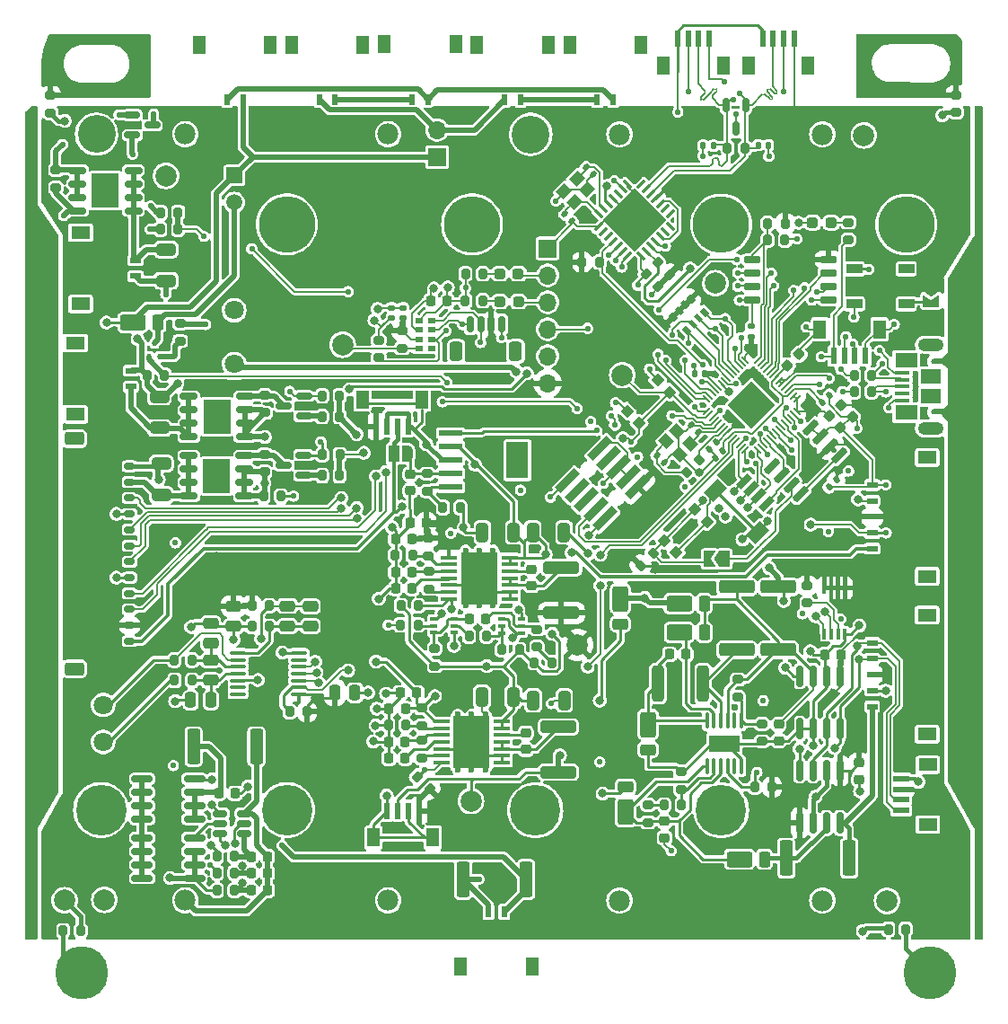
<source format=gbr>
%TF.GenerationSoftware,KiCad,Pcbnew,8.0.2-1*%
%TF.CreationDate,2024-07-17T00:17:58-07:00*%
%TF.ProjectId,battery_board_v3c,62617474-6572-4795-9f62-6f6172645f76,rev?*%
%TF.SameCoordinates,Original*%
%TF.FileFunction,Copper,L1,Top*%
%TF.FilePolarity,Positive*%
%FSLAX46Y46*%
G04 Gerber Fmt 4.6, Leading zero omitted, Abs format (unit mm)*
G04 Created by KiCad (PCBNEW 8.0.2-1) date 2024-07-17 00:17:58*
%MOMM*%
%LPD*%
G01*
G04 APERTURE LIST*
G04 Aperture macros list*
%AMRoundRect*
0 Rectangle with rounded corners*
0 $1 Rounding radius*
0 $2 $3 $4 $5 $6 $7 $8 $9 X,Y pos of 4 corners*
0 Add a 4 corners polygon primitive as box body*
4,1,4,$2,$3,$4,$5,$6,$7,$8,$9,$2,$3,0*
0 Add four circle primitives for the rounded corners*
1,1,$1+$1,$2,$3*
1,1,$1+$1,$4,$5*
1,1,$1+$1,$6,$7*
1,1,$1+$1,$8,$9*
0 Add four rect primitives between the rounded corners*
20,1,$1+$1,$2,$3,$4,$5,0*
20,1,$1+$1,$4,$5,$6,$7,0*
20,1,$1+$1,$6,$7,$8,$9,0*
20,1,$1+$1,$8,$9,$2,$3,0*%
%AMRotRect*
0 Rectangle, with rotation*
0 The origin of the aperture is its center*
0 $1 length*
0 $2 width*
0 $3 Rotation angle, in degrees counterclockwise*
0 Add horizontal line*
21,1,$1,$2,0,0,$3*%
%AMFreePoly0*
4,1,6,1.000000,0.000000,0.500000,-0.750000,-0.500000,-0.750000,-0.500000,0.750000,0.500000,0.750000,1.000000,0.000000,1.000000,0.000000,$1*%
%AMFreePoly1*
4,1,6,0.500000,-0.750000,-0.650000,-0.750000,-0.150000,0.000000,-0.650000,0.750000,0.500000,0.750000,0.500000,-0.750000,0.500000,-0.750000,$1*%
%AMFreePoly2*
4,1,19,0.550000,-0.750000,0.000000,-0.750000,0.000000,-0.744911,-0.071157,-0.744911,-0.207708,-0.704816,-0.327430,-0.627875,-0.420627,-0.520320,-0.479746,-0.390866,-0.500000,-0.250000,-0.500000,0.250000,-0.479746,0.390866,-0.420627,0.520320,-0.327430,0.627875,-0.207708,0.704816,-0.071157,0.744911,0.000000,0.744911,0.000000,0.750000,0.550000,0.750000,0.550000,-0.750000,0.550000,-0.750000,
$1*%
%AMFreePoly3*
4,1,19,0.000000,0.744911,0.071157,0.744911,0.207708,0.704816,0.327430,0.627875,0.420627,0.520320,0.479746,0.390866,0.500000,0.250000,0.500000,-0.250000,0.479746,-0.390866,0.420627,-0.520320,0.327430,-0.627875,0.207708,-0.704816,0.071157,-0.744911,0.000000,-0.744911,0.000000,-0.750000,-0.550000,-0.750000,-0.550000,0.750000,0.000000,0.750000,0.000000,0.744911,0.000000,0.744911,
$1*%
G04 Aperture macros list end*
%TA.AperFunction,SMDPad,CuDef*%
%ADD10RoundRect,0.200000X0.200000X0.275000X-0.200000X0.275000X-0.200000X-0.275000X0.200000X-0.275000X0*%
%TD*%
%TA.AperFunction,SMDPad,CuDef*%
%ADD11FreePoly0,270.000000*%
%TD*%
%TA.AperFunction,SMDPad,CuDef*%
%ADD12FreePoly1,270.000000*%
%TD*%
%TA.AperFunction,SMDPad,CuDef*%
%ADD13RoundRect,0.250000X0.650000X-0.325000X0.650000X0.325000X-0.650000X0.325000X-0.650000X-0.325000X0*%
%TD*%
%TA.AperFunction,SMDPad,CuDef*%
%ADD14FreePoly0,180.000000*%
%TD*%
%TA.AperFunction,SMDPad,CuDef*%
%ADD15FreePoly1,180.000000*%
%TD*%
%TA.AperFunction,SMDPad,CuDef*%
%ADD16RoundRect,0.200000X0.275000X-0.200000X0.275000X0.200000X-0.275000X0.200000X-0.275000X-0.200000X0*%
%TD*%
%TA.AperFunction,SMDPad,CuDef*%
%ADD17RotRect,0.600000X1.550000X135.000000*%
%TD*%
%TA.AperFunction,SMDPad,CuDef*%
%ADD18RotRect,1.200000X1.800000X135.000000*%
%TD*%
%TA.AperFunction,ComponentPad*%
%ADD19C,5.000000*%
%TD*%
%TA.AperFunction,SMDPad,CuDef*%
%ADD20RoundRect,0.225000X-0.225000X-0.250000X0.225000X-0.250000X0.225000X0.250000X-0.225000X0.250000X0*%
%TD*%
%TA.AperFunction,SMDPad,CuDef*%
%ADD21RoundRect,0.250000X-1.450000X0.312500X-1.450000X-0.312500X1.450000X-0.312500X1.450000X0.312500X0*%
%TD*%
%TA.AperFunction,ComponentPad*%
%ADD22C,2.000000*%
%TD*%
%TA.AperFunction,SMDPad,CuDef*%
%ADD23R,1.500000X0.900000*%
%TD*%
%TA.AperFunction,SMDPad,CuDef*%
%ADD24RoundRect,0.150000X0.825000X0.150000X-0.825000X0.150000X-0.825000X-0.150000X0.825000X-0.150000X0*%
%TD*%
%TA.AperFunction,SMDPad,CuDef*%
%ADD25RoundRect,0.150000X0.150000X0.625000X-0.150000X0.625000X-0.150000X-0.625000X0.150000X-0.625000X0*%
%TD*%
%TA.AperFunction,SMDPad,CuDef*%
%ADD26RoundRect,0.250000X0.350000X0.650000X-0.350000X0.650000X-0.350000X-0.650000X0.350000X-0.650000X0*%
%TD*%
%TA.AperFunction,SMDPad,CuDef*%
%ADD27R,0.650000X0.400000*%
%TD*%
%TA.AperFunction,SMDPad,CuDef*%
%ADD28RoundRect,0.200000X-0.200000X-0.275000X0.200000X-0.275000X0.200000X0.275000X-0.200000X0.275000X0*%
%TD*%
%TA.AperFunction,SMDPad,CuDef*%
%ADD29RoundRect,0.150000X0.662500X0.150000X-0.662500X0.150000X-0.662500X-0.150000X0.662500X-0.150000X0*%
%TD*%
%TA.AperFunction,SMDPad,CuDef*%
%ADD30R,2.514000X3.200000*%
%TD*%
%TA.AperFunction,SMDPad,CuDef*%
%ADD31RoundRect,0.150000X-0.512500X-0.150000X0.512500X-0.150000X0.512500X0.150000X-0.512500X0.150000X0*%
%TD*%
%TA.AperFunction,SMDPad,CuDef*%
%ADD32RoundRect,0.140000X-0.021213X0.219203X-0.219203X0.021213X0.021213X-0.219203X0.219203X-0.021213X0*%
%TD*%
%TA.AperFunction,SMDPad,CuDef*%
%ADD33R,0.600000X1.000000*%
%TD*%
%TA.AperFunction,SMDPad,CuDef*%
%ADD34R,1.250000X1.800000*%
%TD*%
%TA.AperFunction,SMDPad,CuDef*%
%ADD35RoundRect,0.140000X-0.219203X-0.021213X-0.021213X-0.219203X0.219203X0.021213X0.021213X0.219203X0*%
%TD*%
%TA.AperFunction,SMDPad,CuDef*%
%ADD36RoundRect,0.225000X-0.250000X0.225000X-0.250000X-0.225000X0.250000X-0.225000X0.250000X0.225000X0*%
%TD*%
%TA.AperFunction,SMDPad,CuDef*%
%ADD37RoundRect,0.140000X0.170000X-0.140000X0.170000X0.140000X-0.170000X0.140000X-0.170000X-0.140000X0*%
%TD*%
%TA.AperFunction,SMDPad,CuDef*%
%ADD38RotRect,0.800000X0.500000X135.000000*%
%TD*%
%TA.AperFunction,SMDPad,CuDef*%
%ADD39RotRect,0.800000X0.400000X135.000000*%
%TD*%
%TA.AperFunction,SMDPad,CuDef*%
%ADD40RoundRect,0.250000X-0.650000X0.325000X-0.650000X-0.325000X0.650000X-0.325000X0.650000X0.325000X0*%
%TD*%
%TA.AperFunction,SMDPad,CuDef*%
%ADD41RoundRect,0.200000X0.335876X0.053033X0.053033X0.335876X-0.335876X-0.053033X-0.053033X-0.335876X0*%
%TD*%
%TA.AperFunction,SMDPad,CuDef*%
%ADD42RoundRect,0.225000X0.250000X-0.225000X0.250000X0.225000X-0.250000X0.225000X-0.250000X-0.225000X0*%
%TD*%
%TA.AperFunction,SMDPad,CuDef*%
%ADD43RoundRect,0.250000X-0.475000X0.250000X-0.475000X-0.250000X0.475000X-0.250000X0.475000X0.250000X0*%
%TD*%
%TA.AperFunction,SMDPad,CuDef*%
%ADD44RoundRect,0.150000X0.150000X-0.825000X0.150000X0.825000X-0.150000X0.825000X-0.150000X-0.825000X0*%
%TD*%
%TA.AperFunction,SMDPad,CuDef*%
%ADD45R,2.200000X0.600000*%
%TD*%
%TA.AperFunction,SMDPad,CuDef*%
%ADD46R,2.150000X3.450000*%
%TD*%
%TA.AperFunction,SMDPad,CuDef*%
%ADD47RoundRect,0.150000X0.406586X0.618718X-0.618718X-0.406586X-0.406586X-0.618718X0.618718X0.406586X0*%
%TD*%
%TA.AperFunction,SMDPad,CuDef*%
%ADD48RotRect,0.900000X0.900000X225.000000*%
%TD*%
%TA.AperFunction,SMDPad,CuDef*%
%ADD49R,1.000000X0.600000*%
%TD*%
%TA.AperFunction,SMDPad,CuDef*%
%ADD50R,1.800000X1.250000*%
%TD*%
%TA.AperFunction,SMDPad,CuDef*%
%ADD51RoundRect,0.225000X0.225000X0.250000X-0.225000X0.250000X-0.225000X-0.250000X0.225000X-0.250000X0*%
%TD*%
%TA.AperFunction,SMDPad,CuDef*%
%ADD52RotRect,0.900000X0.900000X45.000000*%
%TD*%
%TA.AperFunction,SMDPad,CuDef*%
%ADD53RoundRect,0.150000X-0.662500X-0.150000X0.662500X-0.150000X0.662500X0.150000X-0.662500X0.150000X0*%
%TD*%
%TA.AperFunction,SMDPad,CuDef*%
%ADD54RoundRect,0.150000X0.587500X0.150000X-0.587500X0.150000X-0.587500X-0.150000X0.587500X-0.150000X0*%
%TD*%
%TA.AperFunction,SMDPad,CuDef*%
%ADD55RoundRect,0.250000X0.362500X1.425000X-0.362500X1.425000X-0.362500X-1.425000X0.362500X-1.425000X0*%
%TD*%
%TA.AperFunction,SMDPad,CuDef*%
%ADD56RoundRect,0.250000X0.325000X0.650000X-0.325000X0.650000X-0.325000X-0.650000X0.325000X-0.650000X0*%
%TD*%
%TA.AperFunction,ComponentPad*%
%ADD57R,1.700000X1.700000*%
%TD*%
%TA.AperFunction,ComponentPad*%
%ADD58O,1.700000X1.700000*%
%TD*%
%TA.AperFunction,SMDPad,CuDef*%
%ADD59R,0.600000X1.550000*%
%TD*%
%TA.AperFunction,SMDPad,CuDef*%
%ADD60R,1.200000X1.800000*%
%TD*%
%TA.AperFunction,ComponentPad*%
%ADD61C,1.800000*%
%TD*%
%TA.AperFunction,SMDPad,CuDef*%
%ADD62RoundRect,0.100000X-0.687500X-0.100000X0.687500X-0.100000X0.687500X0.100000X-0.687500X0.100000X0*%
%TD*%
%TA.AperFunction,ComponentPad*%
%ADD63C,0.600000*%
%TD*%
%TA.AperFunction,SMDPad,CuDef*%
%ADD64R,3.400000X5.000000*%
%TD*%
%TA.AperFunction,SMDPad,CuDef*%
%ADD65R,0.400000X1.100000*%
%TD*%
%TA.AperFunction,SMDPad,CuDef*%
%ADD66RoundRect,0.200000X0.053033X-0.335876X0.335876X-0.053033X-0.053033X0.335876X-0.335876X0.053033X0*%
%TD*%
%TA.AperFunction,SMDPad,CuDef*%
%ADD67RoundRect,0.237500X-0.287500X-0.237500X0.287500X-0.237500X0.287500X0.237500X-0.287500X0.237500X0*%
%TD*%
%TA.AperFunction,SMDPad,CuDef*%
%ADD68RoundRect,0.250000X-0.362500X-1.425000X0.362500X-1.425000X0.362500X1.425000X-0.362500X1.425000X0*%
%TD*%
%TA.AperFunction,SMDPad,CuDef*%
%ADD69RoundRect,0.250000X-0.500000X0.950000X-0.500000X-0.950000X0.500000X-0.950000X0.500000X0.950000X0*%
%TD*%
%TA.AperFunction,SMDPad,CuDef*%
%ADD70RoundRect,0.250000X-0.500000X0.275000X-0.500000X-0.275000X0.500000X-0.275000X0.500000X0.275000X0*%
%TD*%
%TA.AperFunction,SMDPad,CuDef*%
%ADD71RoundRect,0.250000X0.950000X0.500000X-0.950000X0.500000X-0.950000X-0.500000X0.950000X-0.500000X0*%
%TD*%
%TA.AperFunction,SMDPad,CuDef*%
%ADD72RoundRect,0.250000X0.275000X0.500000X-0.275000X0.500000X-0.275000X-0.500000X0.275000X-0.500000X0*%
%TD*%
%TA.AperFunction,SMDPad,CuDef*%
%ADD73RoundRect,0.140000X0.219203X0.021213X0.021213X0.219203X-0.219203X-0.021213X-0.021213X-0.219203X0*%
%TD*%
%TA.AperFunction,SMDPad,CuDef*%
%ADD74RoundRect,0.125000X0.176777X0.000000X0.000000X0.176777X-0.176777X0.000000X0.000000X-0.176777X0*%
%TD*%
%TA.AperFunction,SMDPad,CuDef*%
%ADD75RoundRect,0.150000X-0.150000X0.512500X-0.150000X-0.512500X0.150000X-0.512500X0.150000X0.512500X0*%
%TD*%
%TA.AperFunction,SMDPad,CuDef*%
%ADD76RoundRect,0.150000X-0.150000X0.825000X-0.150000X-0.825000X0.150000X-0.825000X0.150000X0.825000X0*%
%TD*%
%TA.AperFunction,SMDPad,CuDef*%
%ADD77RoundRect,0.250000X-0.325000X-0.650000X0.325000X-0.650000X0.325000X0.650000X-0.325000X0.650000X0*%
%TD*%
%TA.AperFunction,SMDPad,CuDef*%
%ADD78RoundRect,0.200000X-0.053033X0.335876X-0.335876X0.053033X0.053033X-0.335876X0.335876X-0.053033X0*%
%TD*%
%TA.AperFunction,SMDPad,CuDef*%
%ADD79R,0.400000X0.510000*%
%TD*%
%TA.AperFunction,SMDPad,CuDef*%
%ADD80R,0.800000X0.500000*%
%TD*%
%TA.AperFunction,SMDPad,CuDef*%
%ADD81RoundRect,0.250000X-1.425000X0.362500X-1.425000X-0.362500X1.425000X-0.362500X1.425000X0.362500X0*%
%TD*%
%TA.AperFunction,SMDPad,CuDef*%
%ADD82RoundRect,0.200000X-0.275000X0.200000X-0.275000X-0.200000X0.275000X-0.200000X0.275000X0.200000X0*%
%TD*%
%TA.AperFunction,SMDPad,CuDef*%
%ADD83RoundRect,0.250000X-0.250000X-0.475000X0.250000X-0.475000X0.250000X0.475000X-0.250000X0.475000X0*%
%TD*%
%TA.AperFunction,SMDPad,CuDef*%
%ADD84RoundRect,0.100000X-0.637500X-0.100000X0.637500X-0.100000X0.637500X0.100000X-0.637500X0.100000X0*%
%TD*%
%TA.AperFunction,SMDPad,CuDef*%
%ADD85RoundRect,0.150000X-0.650000X-0.150000X0.650000X-0.150000X0.650000X0.150000X-0.650000X0.150000X0*%
%TD*%
%TA.AperFunction,SMDPad,CuDef*%
%ADD86R,1.550000X0.600000*%
%TD*%
%TA.AperFunction,SMDPad,CuDef*%
%ADD87R,1.800000X1.200000*%
%TD*%
%TA.AperFunction,SMDPad,CuDef*%
%ADD88FreePoly2,0.000000*%
%TD*%
%TA.AperFunction,SMDPad,CuDef*%
%ADD89R,1.000000X1.500000*%
%TD*%
%TA.AperFunction,SMDPad,CuDef*%
%ADD90FreePoly3,0.000000*%
%TD*%
%TA.AperFunction,SMDPad,CuDef*%
%ADD91RoundRect,0.250000X1.425000X-0.362500X1.425000X0.362500X-1.425000X0.362500X-1.425000X-0.362500X0*%
%TD*%
%TA.AperFunction,SMDPad,CuDef*%
%ADD92RoundRect,0.140000X-0.140000X-0.170000X0.140000X-0.170000X0.140000X0.170000X-0.140000X0.170000X0*%
%TD*%
%TA.AperFunction,SMDPad,CuDef*%
%ADD93R,1.380000X0.450000*%
%TD*%
%TA.AperFunction,ComponentPad*%
%ADD94O,2.416000X1.208000*%
%TD*%
%TA.AperFunction,SMDPad,CuDef*%
%ADD95R,2.100000X1.475000*%
%TD*%
%TA.AperFunction,SMDPad,CuDef*%
%ADD96R,1.900000X1.375000*%
%TD*%
%TA.AperFunction,SMDPad,CuDef*%
%ADD97RoundRect,0.250000X0.500000X-0.950000X0.500000X0.950000X-0.500000X0.950000X-0.500000X-0.950000X0*%
%TD*%
%TA.AperFunction,SMDPad,CuDef*%
%ADD98RoundRect,0.250000X0.500000X-0.275000X0.500000X0.275000X-0.500000X0.275000X-0.500000X-0.275000X0*%
%TD*%
%TA.AperFunction,SMDPad,CuDef*%
%ADD99RoundRect,0.140000X0.140000X0.170000X-0.140000X0.170000X-0.140000X-0.170000X0.140000X-0.170000X0*%
%TD*%
%TA.AperFunction,SMDPad,CuDef*%
%ADD100RoundRect,0.050000X-0.309359X0.238649X0.238649X-0.309359X0.309359X-0.238649X-0.238649X0.309359X0*%
%TD*%
%TA.AperFunction,SMDPad,CuDef*%
%ADD101RoundRect,0.050000X-0.309359X-0.238649X-0.238649X-0.309359X0.309359X0.238649X0.238649X0.309359X0*%
%TD*%
%TA.AperFunction,SMDPad,CuDef*%
%ADD102RotRect,3.200000X3.200000X315.000000*%
%TD*%
%TA.AperFunction,SMDPad,CuDef*%
%ADD103RoundRect,0.250000X-0.312500X-1.450000X0.312500X-1.450000X0.312500X1.450000X-0.312500X1.450000X0*%
%TD*%
%TA.AperFunction,SMDPad,CuDef*%
%ADD104RoundRect,0.075000X0.362392X-0.256326X-0.256326X0.362392X-0.362392X0.256326X0.256326X-0.362392X0*%
%TD*%
%TA.AperFunction,SMDPad,CuDef*%
%ADD105RoundRect,0.075000X0.362392X0.256326X0.256326X0.362392X-0.362392X-0.256326X-0.256326X-0.362392X0*%
%TD*%
%TA.AperFunction,SMDPad,CuDef*%
%ADD106RotRect,4.250000X4.250000X135.000000*%
%TD*%
%TA.AperFunction,SMDPad,CuDef*%
%ADD107RotRect,0.760000X2.600000X135.000000*%
%TD*%
%TA.AperFunction,SMDPad,CuDef*%
%ADD108RoundRect,0.250000X0.475000X-0.250000X0.475000X0.250000X-0.475000X0.250000X-0.475000X-0.250000X0*%
%TD*%
%TA.AperFunction,SMDPad,CuDef*%
%ADD109RoundRect,0.150000X-0.350000X0.150000X-0.350000X-0.150000X0.350000X-0.150000X0.350000X0.150000X0*%
%TD*%
%TA.AperFunction,SMDPad,CuDef*%
%ADD110RoundRect,0.250000X-0.650000X0.375000X-0.650000X-0.375000X0.650000X-0.375000X0.650000X0.375000X0*%
%TD*%
%TA.AperFunction,SMDPad,CuDef*%
%ADD111RoundRect,0.150000X-0.587500X-0.150000X0.587500X-0.150000X0.587500X0.150000X-0.587500X0.150000X0*%
%TD*%
%TA.AperFunction,ComponentPad*%
%ADD112R,1.508000X1.508000*%
%TD*%
%TA.AperFunction,ComponentPad*%
%ADD113C,1.508000*%
%TD*%
%TA.AperFunction,SMDPad,CuDef*%
%ADD114RoundRect,0.225000X0.017678X-0.335876X0.335876X-0.017678X-0.017678X0.335876X-0.335876X0.017678X0*%
%TD*%
%TA.AperFunction,SMDPad,CuDef*%
%ADD115RoundRect,0.225000X-0.335876X-0.017678X-0.017678X-0.335876X0.335876X0.017678X0.017678X0.335876X0*%
%TD*%
%TA.AperFunction,SMDPad,CuDef*%
%ADD116RoundRect,0.100000X0.100000X-0.625000X0.100000X0.625000X-0.100000X0.625000X-0.100000X-0.625000X0*%
%TD*%
%TA.AperFunction,SMDPad,CuDef*%
%ADD117R,2.850000X1.650000*%
%TD*%
%TA.AperFunction,SMDPad,CuDef*%
%ADD118RotRect,1.150000X1.000000X315.000000*%
%TD*%
%TA.AperFunction,SMDPad,CuDef*%
%ADD119RoundRect,0.140000X0.021213X-0.219203X0.219203X-0.021213X-0.021213X0.219203X-0.219203X0.021213X0*%
%TD*%
%TA.AperFunction,SMDPad,CuDef*%
%ADD120RotRect,1.150000X1.000000X225.000000*%
%TD*%
%TA.AperFunction,ComponentPad*%
%ADD121C,4.770000*%
%TD*%
%TA.AperFunction,ComponentPad*%
%ADD122C,5.325000*%
%TD*%
%TA.AperFunction,ComponentPad*%
%ADD123C,3.570000*%
%TD*%
%TA.AperFunction,ComponentPad*%
%ADD124C,1.980000*%
%TD*%
%TA.AperFunction,ViaPad*%
%ADD125C,0.560000*%
%TD*%
%TA.AperFunction,ViaPad*%
%ADD126C,0.800000*%
%TD*%
%TA.AperFunction,Conductor*%
%ADD127C,0.127000*%
%TD*%
%TA.AperFunction,Conductor*%
%ADD128C,0.250000*%
%TD*%
%TA.AperFunction,Conductor*%
%ADD129C,0.152400*%
%TD*%
%TA.AperFunction,Conductor*%
%ADD130C,0.500000*%
%TD*%
%TA.AperFunction,Conductor*%
%ADD131C,0.400000*%
%TD*%
%TA.AperFunction,Conductor*%
%ADD132C,0.300000*%
%TD*%
%TA.AperFunction,Conductor*%
%ADD133C,0.152000*%
%TD*%
G04 APERTURE END LIST*
D10*
%TO.P,R35,1,1*%
%TO.N,CAN_INT*%
X163325000Y-64500000D03*
%TO.P,R35,2,2*%
%TO.N,+3V3*%
X161675000Y-64500000D03*
%TD*%
D11*
%TO.P,JP3,1,A*%
%TO.N,+3V3*%
X194600000Y-66775001D03*
D12*
%TO.P,JP3,2,B*%
%TO.N,/NEO_PWR*%
X194600000Y-68224999D03*
%TD*%
D13*
%TO.P,C14,1*%
%TO.N,BURN*%
X122000000Y-86450002D03*
%TO.P,C14,2*%
%TO.N,GND*%
X122000000Y-83500000D03*
%TD*%
%TO.P,C54,1*%
%TO.N,Heater*%
X121800000Y-80150002D03*
%TO.P,C54,2*%
%TO.N,GND*%
X121800000Y-77200000D03*
%TD*%
D14*
%TO.P,JP2,1,A*%
%TO.N,Net-(JP2-A)*%
X175124999Y-92500000D03*
D15*
%TO.P,JP2,2,B*%
%TO.N,~{RESET}*%
X173675001Y-92500000D03*
%TD*%
D16*
%TO.P,R57,1,1*%
%TO.N,VBUS*%
X186800000Y-62425000D03*
%TO.P,R57,2,2*%
%TO.N,Net-(D10-PadA)*%
X186800000Y-60775000D03*
%TD*%
D17*
%TO.P,J21,1,1*%
%TO.N,SPI1_CS1*%
X179057577Y-87283744D03*
%TO.P,J21,2,2*%
%TO.N,SPI1_SCK*%
X178350470Y-86576637D03*
%TO.P,J21,3,3*%
%TO.N,SPI1_MOSI*%
X177643363Y-85869530D03*
%TO.P,J21,4,4*%
%TO.N,SPI1_MISO*%
X176936256Y-85162423D03*
D18*
%TO.P,J21,S1,SHIELD*%
%TO.N,GND*%
X178191371Y-89988427D03*
%TO.P,J21,S2,SHIELD*%
X174231573Y-86028629D03*
%TD*%
D10*
%TO.P,R32,1,1*%
%TO.N,+3V3*%
X135750000Y-106900000D03*
%TO.P,R32,2,2*%
%TO.N,SPI1_CS0*%
X134100000Y-106900000D03*
%TD*%
D19*
%TO.P,,1*%
%TO.N,Chassis Ground*%
X194500000Y-131530000D03*
%TD*%
D20*
%TO.P,C1,1,1*%
%TO.N,GND*%
X144082500Y-90615000D03*
%TO.P,C1,2,2*%
%TO.N,+3V3*%
X145632500Y-90615000D03*
%TD*%
D21*
%TO.P,L3,1,1*%
%TO.N,Net-(U5-SW1)*%
X159440000Y-108330000D03*
%TO.P,L3,2,2*%
%TO.N,+5V*%
X159440000Y-112605000D03*
%TD*%
D22*
%TO.P,TP6,1,1*%
%TO.N,VBUSP*%
X122428000Y-56388000D03*
%TD*%
D23*
%TO.P,LED1,1,VDD*%
%TO.N,/NEO_PWR*%
X192250000Y-68450000D03*
%TO.P,LED1,2,DO*%
%TO.N,unconnected-(LED1-DO-Pad2)*%
X192250000Y-65150000D03*
%TO.P,LED1,3,GND*%
%TO.N,GND*%
X187350000Y-65150000D03*
%TO.P,LED1,4,DI*%
%TO.N,/NEOPIX*%
X187350000Y-68450000D03*
%TD*%
D24*
%TO.P,Q2,1,S*%
%TO.N,PACK-*%
X125124999Y-122585000D03*
%TO.P,Q2,2,S*%
X125124999Y-121315000D03*
%TO.P,Q2,3,S*%
X125124999Y-120045000D03*
%TO.P,Q2,4,G*%
%TO.N,Net-(Q2-G)*%
X125124999Y-118775000D03*
%TO.P,Q2,5,D*%
%TO.N,Net-(Q1-D-Pad5)*%
X120174999Y-118775000D03*
%TO.P,Q2,6,D*%
X120174999Y-120045000D03*
%TO.P,Q2,7,D*%
X120174999Y-121315000D03*
%TO.P,Q2,8,D*%
X120174999Y-122585000D03*
%TD*%
D25*
%TO.P,J27,1,Pin_1*%
%TO.N,GND*%
X154110000Y-70395000D03*
%TO.P,J27,2,Pin_2*%
%TO.N,+3V3*%
X153110000Y-70395000D03*
%TO.P,J27,3,Pin_3*%
%TO.N,SDA1*%
X152110000Y-70395000D03*
%TO.P,J27,4,Pin_4*%
%TO.N,SCL1*%
X151110000Y-70395000D03*
D26*
%TO.P,J27,MP*%
%TO.N,N/C*%
X155410000Y-72920000D03*
X149810000Y-72920000D03*
%TD*%
D27*
%TO.P,Q3,1,E1*%
%TO.N,GND*%
X154057500Y-98180000D03*
%TO.P,Q3,2,B1*%
%TO.N,Net-(Q3A-B1)*%
X154057500Y-98830000D03*
%TO.P,Q3,3,C2*%
X154057500Y-99480000D03*
%TO.P,Q3,4,E2*%
%TO.N,GND*%
X155957500Y-99480000D03*
%TO.P,Q3,5,B2*%
%TO.N,Net-(Q3B-B2)*%
X155957500Y-98830000D03*
%TO.P,Q3,6,C1*%
%TO.N,/3V3_EN*%
X155957500Y-98180000D03*
%TD*%
D28*
%TO.P,R4,1*%
%TO.N,BM*%
X127225000Y-120530000D03*
%TO.P,R4,2*%
%TO.N,Net-(U1-VC)*%
X128875000Y-120530000D03*
%TD*%
D29*
%TO.P,Q9,1,Source*%
%TO.N,Net-(K1-PadNO)*%
X129840002Y-86574999D03*
%TO.P,Q9,2,Source*%
X129840002Y-85304999D03*
%TO.P,Q9,3,Source*%
X129840002Y-84034999D03*
%TO.P,Q9,4,Gate*%
%TO.N,Net-(Q7-D)*%
X129840002Y-82764999D03*
%TO.P,Q9,5,Drain*%
%TO.N,BURN*%
X124565002Y-82764999D03*
%TO.P,Q9,6,Drain*%
X124565002Y-84034999D03*
%TO.P,Q9,7,Drain*%
X124565002Y-85304999D03*
%TO.P,Q9,8,Drain*%
X124565002Y-86574999D03*
D30*
%TO.P,Q9,9*%
%TO.N,N/C*%
X127202502Y-84669999D03*
%TD*%
D31*
%TO.P,U1,1,DOUT*%
%TO.N,Net-(Q1-G)*%
X127542500Y-116500000D03*
%TO.P,U1,2,COUT*%
%TO.N,Net-(Q2-G)*%
X127542500Y-117450000D03*
%TO.P,U1,3,V-*%
%TO.N,Net-(U1-V-)*%
X127542500Y-118400000D03*
%TO.P,U1,4,VC*%
%TO.N,Net-(U1-VC)*%
X129817500Y-118400000D03*
%TO.P,U1,5,VDD*%
%TO.N,/VDD*%
X129817500Y-117450000D03*
%TO.P,U1,6,VSS*%
%TO.N,B-*%
X129817500Y-116500000D03*
%TD*%
D32*
%TO.P,C31,1,1*%
%TO.N,+3V3*%
X185639411Y-85060589D03*
%TO.P,C31,2,2*%
%TO.N,GND*%
X184960589Y-85739411D03*
%TD*%
D33*
%TO.P,J7,1,Pin_1*%
%TO.N,Net-(J7-Pin_1)*%
X155870000Y-49225000D03*
%TO.P,J7,2,Pin_2*%
%TO.N,VBatt*%
X154370000Y-49225000D03*
D34*
%TO.P,J7,S1*%
%TO.N,N/C*%
X158475000Y-44035000D03*
%TO.P,J7,S2*%
X151765000Y-44035000D03*
%TD*%
D35*
%TO.P,C20,1,1*%
%TO.N,GND*%
X171960589Y-79870589D03*
%TO.P,C20,2,2*%
%TO.N,Net-(IC3-XIN)*%
X172639411Y-80549411D03*
%TD*%
D10*
%TO.P,FB3,1*%
%TO.N,AGND*%
X132177500Y-98852499D03*
%TO.P,FB3,2*%
%TO.N,GND*%
X130527500Y-98852499D03*
%TD*%
%TO.P,R19,1,1*%
%TO.N,GND*%
X133285000Y-86564998D03*
%TO.P,R19,2,2*%
%TO.N,Net-(K1-PadNO)*%
X131635000Y-86564998D03*
%TD*%
D36*
%TO.P,C40,1,1*%
%TO.N,VBATT_SENSE*%
X180220000Y-108085000D03*
%TO.P,C40,2,2*%
%TO.N,GND*%
X180220000Y-109635000D03*
%TD*%
D16*
%TO.P,R60,1,1*%
%TO.N,Net-(Q4-E)*%
X123750000Y-71955000D03*
%TO.P,R60,2,2*%
%TO.N,GND*%
X123750000Y-70305000D03*
%TD*%
D37*
%TO.P,C52,1,1*%
%TO.N,+3V3*%
X144800000Y-69780000D03*
%TO.P,C52,2,2*%
%TO.N,GND*%
X144800000Y-68820000D03*
%TD*%
D38*
%TO.P,R48,1,R1.1*%
%TO.N,SCL0*%
X171537868Y-70934924D03*
D39*
%TO.P,R48,2,R2.1*%
%TO.N,SDA0*%
X172103553Y-70369239D03*
%TO.P,R48,3,R3.1*%
%TO.N,SCL1*%
X172669239Y-69803553D03*
D38*
%TO.P,R48,4,R4.1*%
%TO.N,SDA1*%
X173234924Y-69237868D03*
%TO.P,R48,5,R4.2*%
%TO.N,+3V3*%
X171962132Y-67965076D03*
D39*
%TO.P,R48,6,R3.2*%
X171396447Y-68530761D03*
%TO.P,R48,7,R2.2*%
X170830761Y-69096447D03*
D38*
%TO.P,R48,8,R1.2*%
X170265076Y-69662132D03*
%TD*%
D33*
%TO.P,J8,1,Pin_1*%
%TO.N,VBatt1*%
X164610000Y-49245000D03*
%TO.P,J8,2,Pin_2*%
%TO.N,Net-(J7-Pin_1)*%
X163110000Y-49245000D03*
D34*
%TO.P,J8,S1*%
%TO.N,N/C*%
X167215000Y-44055000D03*
%TO.P,J8,S2*%
X160505000Y-44055000D03*
%TD*%
D40*
%TO.P,C50,1*%
%TO.N,Jetson_pwr*%
X122430000Y-63325000D03*
%TO.P,C50,2*%
%TO.N,GND*%
X122430000Y-66275000D03*
%TD*%
D10*
%TO.P,R31,1,1*%
%TO.N,+3V3*%
X180825000Y-60880000D03*
%TO.P,R31,2,2*%
%TO.N,/QSPI_CS*%
X179175000Y-60880000D03*
%TD*%
D28*
%TO.P,R43,1,1*%
%TO.N,Net-(R1043-Pad2)*%
X169415000Y-115690000D03*
%TO.P,R43,2,2*%
%TO.N,Net-(IC4-VIN_REG)*%
X171065000Y-115690000D03*
%TD*%
D41*
%TO.P,R40,1,1*%
%TO.N,+3V3*%
X169963503Y-65683595D03*
%TO.P,R40,2,2*%
%TO.N,Net-(U11-RESET)*%
X168796777Y-64516869D03*
%TD*%
D42*
%TO.P,C13,1*%
%TO.N,GND*%
X145467500Y-86055000D03*
%TO.P,C13,2*%
%TO.N,Net-(JP1-B)*%
X145467500Y-84505000D03*
%TD*%
D43*
%TO.P,C18,1*%
%TO.N,Net-(U15-T-)*%
X126627500Y-102032499D03*
%TO.P,C18,2*%
%TO.N,Net-(U15-T+)*%
X126627500Y-103932499D03*
%TD*%
D44*
%TO.P,U14,1,A1*%
%TO.N,GND*%
X182215000Y-108495000D03*
%TO.P,U14,2,A0*%
X183485000Y-108495000D03*
%TO.P,U14,3,SDA*%
%TO.N,SDA0*%
X184755000Y-108495000D03*
%TO.P,U14,4,SCL*%
%TO.N,SCL0*%
X186025000Y-108495000D03*
%TO.P,U14,5,VS*%
%TO.N,+3V3*%
X186025000Y-103545000D03*
%TO.P,U14,6,GND*%
%TO.N,GND*%
X184755000Y-103545000D03*
%TO.P,U14,7,IN-*%
%TO.N,VBATT_SENSE*%
X183485000Y-103545000D03*
%TO.P,U14,8,IN+*%
%TO.N,PACK+*%
X182215000Y-103545000D03*
%TD*%
D45*
%TO.P,U6,1,~{SHDN}*%
%TO.N,ENAB_RF*%
X149270000Y-80630000D03*
%TO.P,U6,2,IN*%
%TO.N,VBUSP*%
X149270000Y-81900000D03*
%TO.P,U6,3,GND_1*%
%TO.N,GND*%
X149270000Y-83170000D03*
%TO.P,U6,4,OUT*%
%TO.N,Net-(JP1-B)*%
X149270000Y-84440000D03*
%TO.P,U6,5,SENSE/ADJ*%
%TO.N,Net-(U6-SENSE{slash}ADJ)*%
X149270000Y-85710000D03*
D46*
%TO.P,U6,6,GND_2*%
%TO.N,GND*%
X155570000Y-83170000D03*
%TD*%
D47*
%TO.P,U13,1,~{MR}*%
%TO.N,Net-(U13-~{MR})*%
X185957838Y-82766238D03*
%TO.P,U13,2,VCC*%
%TO.N,+3V3*%
X185059813Y-81868213D03*
%TO.P,U13,3,GND*%
%TO.N,GND*%
X184161787Y-80970187D03*
%TO.P,U13,4,PFI*%
X183263762Y-80072162D03*
%TO.P,U13,5,~{PFO}*%
%TO.N,unconnected-(U13-~{PFO}-Pad5)*%
X179622162Y-83713762D03*
%TO.P,U13,6,~{WDI}*%
%TO.N,WDT_WDI*%
X180520187Y-84611787D03*
%TO.P,U13,7,~{RESET}*%
%TO.N,Net-(JP2-A)*%
X181418213Y-85509813D03*
%TO.P,U13,8,~{WDO}*%
%TO.N,Net-(U13-~{MR})*%
X182316238Y-86407838D03*
%TD*%
D48*
%TO.P,SW1,A,P*%
%TO.N,USBBOOT*%
X167046117Y-79685254D03*
%TO.P,SW1,A',P1*%
X169945254Y-76786117D03*
%TO.P,SW1,B,S*%
%TO.N,GND*%
X165914746Y-78553883D03*
%TO.P,SW1,B',S1*%
X168813883Y-75654746D03*
%TD*%
D49*
%TO.P,J14,1,Pin_1*%
%TO.N,VSOLAR*%
X189030000Y-106400000D03*
%TO.P,J14,2,Pin_2*%
%TO.N,GND*%
X189030000Y-104900000D03*
%TO.P,J14,3,Pin_3*%
%TO.N,+3V3*%
X189030000Y-103400000D03*
%TO.P,J14,4,Pin_4*%
%TO.N,SCL0*%
X189030000Y-101900000D03*
%TO.P,J14,5,Pin_5*%
%TO.N,SDA0*%
X189030000Y-100400000D03*
D50*
%TO.P,J14,S1*%
%TO.N,N/C*%
X194220000Y-109005000D03*
%TO.P,J14,S2*%
X194220000Y-97795000D03*
%TD*%
D51*
%TO.P,C49,1,1*%
%TO.N,Net-(U5-VREG5)*%
X144995000Y-109710000D03*
%TO.P,C49,2,2*%
%TO.N,GND*%
X143445000Y-109710000D03*
%TD*%
D52*
%TO.P,SW2,A,P*%
%TO.N,~{RESET}*%
X172313883Y-87844746D03*
%TO.P,SW2,A',P1*%
X169414746Y-90743883D03*
%TO.P,SW2,B,S*%
%TO.N,GND*%
X173445254Y-88976117D03*
%TO.P,SW2,B',S1*%
X170546117Y-91875254D03*
%TD*%
D16*
%TO.P,R59,1,1*%
%TO.N,Net-(Q10-D)*%
X112050000Y-57485000D03*
%TO.P,R59,2,2*%
%TO.N,PACK+*%
X112050000Y-55835000D03*
%TD*%
D22*
%TO.P,TP1,1,1*%
%TO.N,+3V3*%
X161250000Y-100590000D03*
%TD*%
D20*
%TO.P,C12,1*%
%TO.N,Net-(Q5A-C1)*%
X151052500Y-98160000D03*
%TO.P,C12,2*%
%TO.N,Net-(Q3B-B2)*%
X152602500Y-98160000D03*
%TD*%
%TO.P,C43,1,1*%
%TO.N,GND*%
X144535000Y-105100000D03*
%TO.P,C43,2,2*%
%TO.N,+5V*%
X146085000Y-105100000D03*
%TD*%
D53*
%TO.P,Q11,1,Source*%
%TO.N,PACK+*%
X114075000Y-55860000D03*
%TO.P,Q11,2,Source*%
X114075000Y-57130000D03*
%TO.P,Q11,3,Source*%
X114075000Y-58400000D03*
%TO.P,Q11,4,Gate*%
%TO.N,Net-(Q10-D)*%
X114075000Y-59670000D03*
%TO.P,Q11,5,Drain*%
%TO.N,Jetson_pwr*%
X119350000Y-59670000D03*
%TO.P,Q11,6,Drain*%
X119350000Y-58400000D03*
%TO.P,Q11,7,Drain*%
X119350000Y-57130000D03*
%TO.P,Q11,8,Drain*%
X119350000Y-55860000D03*
D30*
%TO.P,Q11,9*%
%TO.N,N/C*%
X116712500Y-57765000D03*
%TD*%
D42*
%TO.P,C6,1,1*%
%TO.N,Net-(U3-SW1)*%
X156907500Y-95015000D03*
%TO.P,C6,2,2*%
%TO.N,Net-(U3-VBST)*%
X156907500Y-93465000D03*
%TD*%
D54*
%TO.P,Q7,1,G*%
%TO.N,Net-(Q7-G)*%
X135407501Y-84619998D03*
%TO.P,Q7,2,S*%
%TO.N,GND*%
X135407501Y-82719998D03*
%TO.P,Q7,3,D*%
%TO.N,Net-(Q7-D)*%
X133532501Y-83669998D03*
%TD*%
D22*
%TO.P,TP2,1,1*%
%TO.N,B-*%
X116620000Y-124620000D03*
%TD*%
D28*
%TO.P,R54,1,1*%
%TO.N,USB_D+*%
X187340000Y-76720000D03*
%TO.P,R54,2,2*%
%TO.N,D+*%
X188990000Y-76720000D03*
%TD*%
D55*
%TO.P,R1,1*%
%TO.N,B-*%
X130962500Y-110200000D03*
%TO.P,R1,2*%
%TO.N,Net-(C5-Pad1)*%
X125037500Y-110200000D03*
%TD*%
D56*
%TO.P,C46,1,1*%
%TO.N,VBUSP*%
X155185000Y-105500000D03*
%TO.P,C46,2,2*%
%TO.N,GND*%
X152235000Y-105500000D03*
%TD*%
D57*
%TO.P,J25,1,Pin_1*%
%TO.N,GND*%
X158440000Y-63220000D03*
D58*
%TO.P,J25,2,Pin_2*%
%TO.N,FC_RX*%
X158440000Y-65760000D03*
%TO.P,J25,3,Pin_3*%
%TO.N,FC_TX*%
X158440000Y-68300000D03*
%TO.P,J25,4,Pin_4*%
%TO.N,SCL1*%
X158440000Y-70840000D03*
%TO.P,J25,5,Pin_5*%
%TO.N,SDA1*%
X158440000Y-73380000D03*
%TO.P,J25,6,Pin_6*%
%TO.N,+3V3*%
X158440000Y-75920000D03*
%TD*%
D59*
%TO.P,J20,1,Pin_1*%
%TO.N,+3V3*%
X173670000Y-43475000D03*
%TO.P,J20,2,Pin_2*%
%TO.N,CANH*%
X172670000Y-43475000D03*
%TO.P,J20,3,Pin_3*%
%TO.N,CANL*%
X171670000Y-43475000D03*
%TO.P,J20,4,Pin_4*%
%TO.N,GND*%
X170670000Y-43475000D03*
D60*
%TO.P,J20,S1*%
%TO.N,N/C*%
X174970000Y-46000000D03*
%TO.P,J20,S2*%
X169370000Y-46000000D03*
%TD*%
D16*
%TO.P,R62,1,1*%
%TO.N,GND*%
X111540000Y-50465000D03*
%TO.P,R62,2,2*%
%TO.N,Chassis Ground*%
X111540000Y-48815000D03*
%TD*%
D61*
%TO.P,J18,1,Pin_1*%
%TO.N,Net-(J18-Pin_1)*%
X116500000Y-109750000D03*
%TO.P,J18,2,Pin_2*%
%TO.N,Net-(J18-Pin_2)*%
X116500000Y-106250000D03*
%TD*%
D62*
%TO.P,U3,1,VO*%
%TO.N,+3V3*%
X149115000Y-92350000D03*
%TO.P,U3,2,VFB*%
%TO.N,Net-(U3-VFB)*%
X149115000Y-93000000D03*
%TO.P,U3,3,VREG5*%
%TO.N,Net-(U3-VREG5)*%
X149115000Y-93650000D03*
%TO.P,U3,4,SS*%
%TO.N,Net-(U3-SS)*%
X149115000Y-94300000D03*
%TO.P,U3,5,GND*%
%TO.N,GND*%
X149115000Y-94950000D03*
%TO.P,U3,6,PG*%
%TO.N,Net-(U3-PG)*%
X149115000Y-95600000D03*
%TO.P,U3,7,EN*%
%TO.N,/3V3_EN*%
X149115000Y-96250000D03*
%TO.P,U3,8,PGND1*%
%TO.N,GND*%
X154840000Y-96250000D03*
%TO.P,U3,9,PGND2*%
X154840000Y-95600000D03*
%TO.P,U3,10,SW1*%
%TO.N,Net-(U3-SW1)*%
X154840000Y-94950000D03*
%TO.P,U3,11,SW2*%
X154840000Y-94300000D03*
%TO.P,U3,12,VBST*%
%TO.N,Net-(U3-VBST)*%
X154840000Y-93650000D03*
%TO.P,U3,13,VIN*%
%TO.N,VBUSP*%
X154840000Y-93000000D03*
%TO.P,U3,14,VCC*%
X154840000Y-92350000D03*
D63*
%TO.P,U3,15,EPAD*%
%TO.N,GND*%
X150677500Y-91700000D03*
X150677500Y-93000000D03*
X150677500Y-94300000D03*
X150677500Y-95600000D03*
X150677500Y-96900000D03*
X151977500Y-91700000D03*
X151977500Y-93000000D03*
X151977500Y-94300000D03*
D64*
X151977500Y-94300000D03*
D63*
X151977500Y-95600000D03*
X151977500Y-96900000D03*
X153277500Y-91700000D03*
X153277500Y-93000000D03*
X153277500Y-94300000D03*
X153277500Y-95600000D03*
X153277500Y-96900000D03*
%TD*%
D37*
%TO.P,C51,1,1*%
%TO.N,V_BACKUP*%
X143700000Y-69780000D03*
%TO.P,C51,2,2*%
%TO.N,GND*%
X143700000Y-68820000D03*
%TD*%
D57*
%TO.P,J1,1,Pin_1*%
%TO.N,VBUSP*%
X147990000Y-54600000D03*
D58*
%TO.P,J1,2,Pin_2*%
%TO.N,VBatt*%
X147990000Y-52060000D03*
%TD*%
D16*
%TO.P,R52,1,1*%
%TO.N,GND*%
X178650000Y-109685000D03*
%TO.P,R52,2,2*%
%TO.N,Net-(IC4-VFB)*%
X178650000Y-108035000D03*
%TD*%
D10*
%TO.P,R10,1*%
%TO.N,VBUSP*%
X155762500Y-101060000D03*
%TO.P,R10,2*%
%TO.N,Net-(Q3A-B1)*%
X154112500Y-101060000D03*
%TD*%
D43*
%TO.P,C27,1*%
%TO.N,AVDD*%
X133887499Y-96922500D03*
%TO.P,C27,2*%
%TO.N,AGND*%
X133887499Y-98822500D03*
%TD*%
D28*
%TO.P,R53,1,1*%
%TO.N,USB_D-*%
X187340000Y-75180000D03*
%TO.P,R53,2,2*%
%TO.N,D-*%
X188990000Y-75180000D03*
%TD*%
D65*
%TO.P,IC2,1,SDA*%
%TO.N,SDA0*%
X184524999Y-99550000D03*
%TO.P,IC2,2,SCL*%
%TO.N,SCL0*%
X185175000Y-99550000D03*
%TO.P,IC2,3,OS*%
%TO.N,Net-(IC2-OS)*%
X185825000Y-99550000D03*
%TO.P,IC2,4,GND*%
%TO.N,GND*%
X186475001Y-99550000D03*
%TO.P,IC2,5,A2*%
%TO.N,+3V3*%
X186475001Y-95250000D03*
%TO.P,IC2,6,A1*%
X185825000Y-95250000D03*
%TO.P,IC2,7,A0*%
X185175000Y-95250000D03*
%TO.P,IC2,8,VCC*%
X184524999Y-95250000D03*
%TD*%
D10*
%TO.P,R9,1,1*%
%TO.N,BURN_RELAY_A*%
X122302500Y-75170000D03*
%TO.P,R9,2,2*%
%TO.N,GND*%
X120652500Y-75170000D03*
%TD*%
D66*
%TO.P,R36,1,1*%
%TO.N,+3V3*%
X167200000Y-93110000D03*
%TO.P,R36,2,2*%
%TO.N,~{RESET}*%
X168366726Y-91943274D03*
%TD*%
D67*
%TO.P,D10,A,A*%
%TO.N,Net-(D10-PadA)*%
X185174999Y-60800000D03*
%TO.P,D10,C,C*%
%TO.N,GND*%
X183425001Y-60800000D03*
%TD*%
D68*
%TO.P,R49,1,1*%
%TO.N,VSOLAR_I*%
X180937500Y-120700000D03*
%TO.P,R49,2,2*%
%TO.N,VSOLAR*%
X186862500Y-120700000D03*
%TD*%
D69*
%TO.P,D11,1,K*%
%TO.N,Net-(D11-K)*%
X165800000Y-116350000D03*
D70*
%TO.P,D11,2,A*%
%TO.N,Dir_Chrg_In*%
X165800000Y-113975000D03*
%TD*%
D71*
%TO.P,D4,1,K*%
%TO.N,Net-(D11-K)*%
X176525000Y-120800000D03*
D72*
%TO.P,D4,2,A*%
%TO.N,VSOLAR_I*%
X178900000Y-120800000D03*
%TD*%
D73*
%TO.P,C21,1,1*%
%TO.N,GND*%
X169389411Y-83379411D03*
%TO.P,C21,2,2*%
%TO.N,Net-(C21-Pad2)*%
X168710589Y-82700589D03*
%TD*%
D74*
%TO.P,D8,A,A*%
%TO.N,Net-(D8-PadA)*%
X164772183Y-79872183D03*
%TO.P,D8,C,C*%
%TO.N,USBBOOT*%
X166327817Y-81427817D03*
%TD*%
D75*
%TO.P,D5,1,1*%
%TO.N,CANL*%
X177130000Y-49675000D03*
%TO.P,D5,2,2*%
%TO.N,CANH*%
X175230000Y-49675000D03*
%TO.P,D5,3,3*%
%TO.N,GND*%
X176180000Y-51950000D03*
%TD*%
D76*
%TO.P,U12,1,A1*%
%TO.N,+3V3*%
X186005000Y-112425000D03*
%TO.P,U12,2,A0*%
%TO.N,GND*%
X184735000Y-112425000D03*
%TO.P,U12,3,SDA*%
%TO.N,SDA0*%
X183465000Y-112425000D03*
%TO.P,U12,4,SCL*%
%TO.N,SCL0*%
X182195000Y-112425000D03*
%TO.P,U12,5,VS*%
%TO.N,+3V3*%
X182195000Y-117375000D03*
%TO.P,U12,6,GND*%
%TO.N,GND*%
X183465000Y-117375000D03*
%TO.P,U12,7,IN-*%
%TO.N,VSOLAR_I*%
X184735000Y-117375000D03*
%TO.P,U12,8,IN+*%
%TO.N,VSOLAR*%
X186005000Y-117375000D03*
%TD*%
D77*
%TO.P,C45,1,1*%
%TO.N,VBUSP*%
X157045000Y-105820000D03*
%TO.P,C45,2,2*%
%TO.N,GND*%
X159995000Y-105820000D03*
%TD*%
D16*
%TO.P,R6,1,1*%
%TO.N,Net-(U3-VFB)*%
X147137500Y-92210000D03*
%TO.P,R6,2,2*%
%TO.N,+3V3*%
X147137500Y-90560000D03*
%TD*%
D78*
%TO.P,R38,1,1*%
%TO.N,Net-(IC3-XOUT)*%
X172683363Y-83136637D03*
%TO.P,R38,2,2*%
%TO.N,Net-(C21-Pad2)*%
X171516637Y-84303363D03*
%TD*%
D67*
%TO.P,D2,A,A*%
%TO.N,FC_TX*%
X155670000Y-68240000D03*
%TO.P,D2,C,C*%
%TO.N,Net-(D2-PadC)*%
X153920000Y-68240000D03*
%TD*%
D79*
%TO.P,Q4,1,B*%
%TO.N,BURN_RELAY_A*%
X120841957Y-73425562D03*
%TO.P,Q4,2,E*%
%TO.N,Net-(Q4-E)*%
X121841957Y-73425562D03*
%TO.P,Q4,3,C*%
%TO.N,Net-(D1-A)*%
X121341957Y-72135562D03*
%TD*%
D80*
%TO.P,IC5,1,CLKOUT*%
%TO.N,unconnected-(IC5-CLKOUT-Pad1)*%
X147500000Y-72700000D03*
%TO.P,IC5,2,~INT*%
%TO.N,RTC_INT*%
X147500000Y-71800000D03*
%TO.P,IC5,3,SCL*%
%TO.N,SCL1*%
X147500000Y-70900000D03*
%TO.P,IC5,4,SDA*%
%TO.N,SDA1*%
X147500000Y-70000000D03*
%TO.P,IC5,5,VSS*%
%TO.N,GND*%
X146300000Y-70000000D03*
%TO.P,IC5,6,VBACKUP*%
%TO.N,V_BACKUP*%
X146300000Y-70900000D03*
%TO.P,IC5,7,VDD*%
%TO.N,+3V3*%
X146300000Y-71800000D03*
%TO.P,IC5,8,EVI*%
%TO.N,Net-(IC5-EVI)*%
X146300000Y-72700000D03*
%TD*%
D81*
%TO.P,R55,1,1*%
%TO.N,VBATT_SENSE*%
X176250000Y-95137500D03*
%TO.P,R55,2,2*%
%TO.N,Net-(IC4-SENSE)*%
X176250000Y-101062500D03*
%TD*%
D82*
%TO.P,R2,1*%
%TO.N,+3V3*%
X182900000Y-94975000D03*
%TO.P,R2,2*%
%TO.N,Net-(IC2-OS)*%
X182900000Y-96625000D03*
%TD*%
%TO.P,R25,1*%
%TO.N,Net-(JP1-B)*%
X147057500Y-84455000D03*
%TO.P,R25,2*%
%TO.N,Net-(U6-SENSE{slash}ADJ)*%
X147057500Y-86105000D03*
%TD*%
D28*
%TO.P,R26,1*%
%TO.N,Net-(U6-SENSE{slash}ADJ)*%
X148552500Y-87640000D03*
%TO.P,R26,2*%
%TO.N,GND*%
X150202500Y-87640000D03*
%TD*%
D22*
%TO.P,TP9,1,1*%
%TO.N,+5V*%
X151200000Y-115300000D03*
%TD*%
D35*
%TO.P,C35,1,1*%
%TO.N,Net-(U11-OSC1)*%
X160049866Y-59984315D03*
%TO.P,C35,2,2*%
%TO.N,GND*%
X160728688Y-60663137D03*
%TD*%
D49*
%TO.P,J10,1,Pin_1*%
%TO.N,Jetson_pwr*%
X119570000Y-64340000D03*
%TO.P,J10,2,Pin_2*%
%TO.N,GND*%
X119570000Y-65840000D03*
D50*
%TO.P,J10,S1*%
%TO.N,N/C*%
X114380000Y-61735000D03*
%TO.P,J10,S2*%
X114380000Y-68445000D03*
%TD*%
D36*
%TO.P,C34,1,1*%
%TO.N,Net-(D11-K)*%
X169450000Y-117235000D03*
%TO.P,C34,2,2*%
%TO.N,GND*%
X169450000Y-118785000D03*
%TD*%
D33*
%TO.P,J5,1,Pin_1*%
%TO.N,Net-(J5-Pin_1)*%
X138390000Y-49192500D03*
%TO.P,J5,2,Pin_2*%
%TO.N,VBatt*%
X136890000Y-49192500D03*
D34*
%TO.P,J5,S1*%
%TO.N,N/C*%
X140995000Y-44002500D03*
%TO.P,J5,S2*%
X134285000Y-44002500D03*
%TD*%
D35*
%TO.P,C36,1,1*%
%TO.N,Net-(U11-OSC2)*%
X162036836Y-55564897D03*
%TO.P,C36,2,2*%
%TO.N,GND*%
X162715658Y-56243719D03*
%TD*%
D83*
%TO.P,C22,1*%
%TO.N,+3V3*%
X138350000Y-105100000D03*
%TO.P,C22,2*%
%TO.N,GND*%
X140250000Y-105100000D03*
%TD*%
D43*
%TO.P,C16,1*%
%TO.N,AVDD*%
X136047500Y-96942499D03*
%TO.P,C16,2*%
%TO.N,AGND*%
X136047500Y-98842499D03*
%TD*%
D10*
%TO.P,R47,1*%
%TO.N,+3V3*%
X179615000Y-114000000D03*
%TO.P,R47,2*%
%TO.N,CHRG'*%
X177965000Y-114000000D03*
%TD*%
D32*
%TO.P,C33,1,1*%
%TO.N,+3V3*%
X174339411Y-81460589D03*
%TO.P,C33,2,2*%
%TO.N,GND*%
X173660589Y-82139411D03*
%TD*%
D56*
%TO.P,C4,1,1*%
%TO.N,VBUSP*%
X155225000Y-90000000D03*
%TO.P,C4,2,2*%
%TO.N,GND*%
X152275000Y-90000000D03*
%TD*%
D51*
%TO.P,C7,1*%
%TO.N,B-*%
X131995000Y-123720000D03*
%TO.P,C7,2*%
%TO.N,Net-(U1-V-)*%
X130445000Y-123720000D03*
%TD*%
D16*
%TO.P,R20,1,1*%
%TO.N,Net-(U5-PG)*%
X146540000Y-111260000D03*
%TO.P,R20,2,2*%
%TO.N,Net-(U5-VREG5)*%
X146540000Y-109610000D03*
%TD*%
D32*
%TO.P,C26,1,1*%
%TO.N,GND*%
X185009411Y-77030589D03*
%TO.P,C26,2,2*%
%TO.N,1.2V*%
X184330589Y-77709411D03*
%TD*%
D28*
%TO.P,R12,1*%
%TO.N,Net-(Q5A-B1)*%
X151012500Y-99750000D03*
%TO.P,R12,2*%
%TO.N,Net-(Q3A-B1)*%
X152662500Y-99750000D03*
%TD*%
D84*
%TO.P,U15,1,AGND*%
%TO.N,AGND*%
X129237500Y-101350000D03*
%TO.P,U15,2,BIAS*%
%TO.N,Net-(J18-Pin_2)*%
X129237500Y-102000000D03*
%TO.P,U15,3,T-*%
%TO.N,Net-(U15-T-)*%
X129237500Y-102650000D03*
%TO.P,U15,4,T+*%
%TO.N,Net-(U15-T+)*%
X129237500Y-103300000D03*
%TO.P,U15,5,AVDD*%
%TO.N,AVDD*%
X129237500Y-103950000D03*
%TO.P,U15,6,DNC*%
%TO.N,unconnected-(U15-DNC-Pad6)*%
X129237500Y-104600000D03*
%TO.P,U15,7,~{DRDY}*%
%TO.N,unconnected-(U15-~{DRDY}-Pad7)*%
X129237500Y-105250000D03*
%TO.P,U15,8,DVDD*%
%TO.N,+3V3*%
X134962500Y-105250000D03*
%TO.P,U15,9,~{CS}*%
%TO.N,SPI1_CS0*%
X134962500Y-104600000D03*
%TO.P,U15,10,SCK*%
%TO.N,SPI1_SCK*%
X134962500Y-103950000D03*
%TO.P,U15,11,SDO*%
%TO.N,SPI1_MOSI*%
X134962500Y-103300000D03*
%TO.P,U15,12,SDI*%
%TO.N,SPI1_MISO*%
X134962500Y-102650000D03*
%TO.P,U15,13,~{FAULT}*%
%TO.N,unconnected-(U15-~{FAULT}-Pad13)*%
X134962500Y-102000000D03*
%TO.P,U15,14,DGND*%
%TO.N,GND*%
X134962500Y-101350000D03*
%TD*%
D10*
%TO.P,R22,1,1*%
%TO.N,ENAB_BURN*%
X138817501Y-82669999D03*
%TO.P,R22,2,2*%
%TO.N,GND*%
X137167501Y-82669999D03*
%TD*%
D85*
%TO.P,U8,1,SSEL*%
%TO.N,/QSPI_CS*%
X177720000Y-64275000D03*
%TO.P,U8,2,MISO*%
%TO.N,/QSPI_DATA[1]*%
X177720000Y-65545000D03*
%TO.P,U8,3,WP#/IO2*%
%TO.N,/QSPI_DATA[2]*%
X177720000Y-66815000D03*
%TO.P,U8,4,VSS*%
%TO.N,GND*%
X177720000Y-68085000D03*
%TO.P,U8,5,MOSI*%
%TO.N,/QSPI_DATA[0]*%
X184920000Y-68085000D03*
%TO.P,U8,6,SCK*%
%TO.N,/QSPI_SCK*%
X184920000Y-66815000D03*
%TO.P,U8,7,HOLD#/IO3*%
%TO.N,/QSPI_DATA[3]*%
X184920000Y-65545000D03*
%TO.P,U8,8,VCC*%
%TO.N,+3V3*%
X184920000Y-64275000D03*
%TD*%
D71*
%TO.P,D6,1,K*%
%TO.N,Net-(D6-K)*%
X170850000Y-99400000D03*
D72*
%TO.P,D6,2,A*%
%TO.N,VBATT_SENSE*%
X173225000Y-99400000D03*
%TD*%
D16*
%TO.P,R15,1*%
%TO.N,VBUSP*%
X147777500Y-102595000D03*
%TO.P,R15,2*%
%TO.N,Net-(Q5A-C1)*%
X147777500Y-100945000D03*
%TD*%
D28*
%TO.P,R30,1,1*%
%TO.N,Net-(Q10-G)*%
X121915000Y-59840000D03*
%TO.P,R30,2,2*%
%TO.N,Jetson*%
X123565000Y-59840000D03*
%TD*%
%TO.P,R56,1,1*%
%TO.N,/QSPI_CS*%
X179155000Y-62450000D03*
%TO.P,R56,2,2*%
%TO.N,Net-(D8-PadA)*%
X180805000Y-62450000D03*
%TD*%
D16*
%TO.P,R1043,1*%
%TO.N,Net-(D11-K)*%
X167900000Y-117325000D03*
%TO.P,R1043,2*%
%TO.N,Net-(R1043-Pad2)*%
X167900000Y-115675000D03*
%TD*%
%TO.P,R67,1,1*%
%TO.N,Net-(IC5-EVI)*%
X144700000Y-72625000D03*
%TO.P,R67,2,2*%
%TO.N,+3V3*%
X144700000Y-70975000D03*
%TD*%
D22*
%TO.P,TP8,1,1*%
%TO.N,USBBOOT*%
X165470000Y-75160000D03*
%TD*%
D51*
%TO.P,C10,1,1*%
%TO.N,Net-(U3-SS)*%
X145622500Y-95260000D03*
%TO.P,C10,2,2*%
%TO.N,GND*%
X144072500Y-95260000D03*
%TD*%
D27*
%TO.P,Q5,1,E1*%
%TO.N,GND*%
X149587500Y-99440000D03*
%TO.P,Q5,2,B1*%
%TO.N,Net-(Q5A-B1)*%
X149587500Y-98790000D03*
%TO.P,Q5,3,C2*%
%TO.N,Net-(Q5A-C1)*%
X149587500Y-98140000D03*
%TO.P,Q5,4,E2*%
%TO.N,GND*%
X147687500Y-98140000D03*
%TO.P,Q5,5,B2*%
%TO.N,Net-(Q5B-B2)*%
X147687500Y-98790000D03*
%TO.P,Q5,6,C1*%
%TO.N,Net-(Q5A-C1)*%
X147687500Y-99440000D03*
%TD*%
D54*
%TO.P,Q6,1,G*%
%TO.N,Net-(Q6-G)*%
X135440002Y-79039999D03*
%TO.P,Q6,2,S*%
%TO.N,GND*%
X135440002Y-77139999D03*
%TO.P,Q6,3,D*%
%TO.N,Net-(Q6-D)*%
X133565002Y-78089999D03*
%TD*%
D10*
%TO.P,FB2,1*%
%TO.N,AVDD*%
X132172500Y-96902500D03*
%TO.P,FB2,2*%
%TO.N,+3V3*%
X130522500Y-96902500D03*
%TD*%
D51*
%TO.P,C11,1,1*%
%TO.N,Net-(U3-VREG5)*%
X145627500Y-93730000D03*
%TO.P,C11,2,2*%
%TO.N,GND*%
X144077500Y-93730000D03*
%TD*%
%TO.P,C8,1*%
%TO.N,B-*%
X132015001Y-120540000D03*
%TO.P,C8,2*%
%TO.N,Net-(U1-VC)*%
X130465001Y-120540000D03*
%TD*%
D10*
%TO.P,R64,1,1*%
%TO.N,GND*%
X114375000Y-127540000D03*
%TO.P,R64,2,2*%
%TO.N,Chassis Ground*%
X112725000Y-127540000D03*
%TD*%
%TO.P,R3,1*%
%TO.N,Net-(U1-V-)*%
X128885000Y-123740000D03*
%TO.P,R3,2*%
%TO.N,PACK-*%
X127235000Y-123740000D03*
%TD*%
%TO.P,R29,1,1*%
%TO.N,Jetson*%
X123555000Y-61400000D03*
%TO.P,R29,2,2*%
%TO.N,GND*%
X121905000Y-61400000D03*
%TD*%
D86*
%TO.P,J16,1,Pin_1*%
%TO.N,GND*%
X191775000Y-113200000D03*
%TO.P,J16,2,Pin_2*%
%TO.N,+3V3*%
X191775000Y-114200000D03*
%TO.P,J16,3,Pin_3*%
%TO.N,SDA0*%
X191775000Y-115200000D03*
%TO.P,J16,4,Pin_4*%
%TO.N,SCL0*%
X191775000Y-116200000D03*
D87*
%TO.P,J16,S1*%
%TO.N,N/C*%
X194300000Y-111900000D03*
%TO.P,J16,S2*%
X194300000Y-117500000D03*
%TD*%
D28*
%TO.P,R13,1*%
%TO.N,VBUSP*%
X157182500Y-102260000D03*
%TO.P,R13,2*%
%TO.N,Net-(R13-Pad2)*%
X158832500Y-102260000D03*
%TD*%
D20*
%TO.P,C44,1,1*%
%TO.N,GND*%
X143455000Y-106620000D03*
%TO.P,C44,2,2*%
%TO.N,+5V*%
X145005000Y-106620000D03*
%TD*%
D22*
%TO.P,TP5,1,1*%
%TO.N,PACK+*%
X188260000Y-52580000D03*
%TD*%
D20*
%TO.P,C42,1*%
%TO.N,GND*%
X184575000Y-101520000D03*
%TO.P,C42,2*%
%TO.N,+3V3*%
X186125000Y-101520000D03*
%TD*%
D88*
%TO.P,JP1,1,A*%
%TO.N,+3V3*%
X142607500Y-82550000D03*
D89*
%TO.P,JP1,2,C*%
%TO.N,V_RF*%
X143907500Y-82550000D03*
D90*
%TO.P,JP1,3,B*%
%TO.N,Net-(JP1-B)*%
X145207500Y-82550000D03*
%TD*%
D51*
%TO.P,C9,1*%
%TO.N,B-*%
X132005000Y-122090000D03*
%TO.P,C9,2*%
%TO.N,/VDD*%
X130455000Y-122090000D03*
%TD*%
D37*
%TO.P,C29,1,1*%
%TO.N,+3V3*%
X177630000Y-71530000D03*
%TO.P,C29,2,2*%
%TO.N,GND*%
X177630000Y-70570000D03*
%TD*%
D91*
%TO.P,R50,1,1*%
%TO.N,VBATT_SENSE*%
X180200000Y-101062500D03*
%TO.P,R50,2,2*%
%TO.N,PACK+*%
X180200000Y-95137500D03*
%TD*%
D92*
%TO.P,C37,1,1*%
%TO.N,CANL*%
X178297500Y-53492500D03*
%TO.P,C37,2,2*%
%TO.N,GND*%
X179257500Y-53492500D03*
%TD*%
D41*
%TO.P,R61,1,1*%
%TO.N,+3V3*%
X147283363Y-114183363D03*
%TO.P,R61,2,2*%
%TO.N,5V_enable*%
X146116637Y-113016637D03*
%TD*%
D93*
%TO.P,J24,1,VBUS*%
%TO.N,VBUS*%
X191890000Y-74947500D03*
%TO.P,J24,2,D-*%
%TO.N,D-*%
X191890000Y-75597500D03*
%TO.P,J24,3,D+*%
%TO.N,D+*%
X191890000Y-76247500D03*
%TO.P,J24,4,ID*%
%TO.N,unconnected-(J24-ID-Pad4)*%
X191890000Y-76897500D03*
%TO.P,J24,5,GND*%
%TO.N,GND*%
X191890000Y-77547500D03*
D94*
%TO.P,J24,SH1,Shield*%
X194550000Y-80197500D03*
D95*
%TO.P,J24,SH2*%
%TO.N,N/C*%
X192250000Y-78710000D03*
D96*
%TO.P,J24,SH3*%
X194550000Y-77185000D03*
%TO.P,J24,SH4*%
X194550000Y-75310000D03*
D95*
%TO.P,J24,SH5*%
X192250000Y-73785000D03*
D94*
%TO.P,J24,SH6*%
X194550000Y-72297500D03*
%TD*%
D42*
%TO.P,C47,1,1*%
%TO.N,Net-(U5-SW1)*%
X156380000Y-110455000D03*
%TO.P,C47,2,2*%
%TO.N,Net-(U5-VBST)*%
X156380000Y-108905000D03*
%TD*%
D16*
%TO.P,R63,1,1*%
%TO.N,GND*%
X196970000Y-50395000D03*
%TO.P,R63,2,2*%
%TO.N,Chassis Ground*%
X196970000Y-48745000D03*
%TD*%
D97*
%TO.P,D7,1,K*%
%TO.N,Net-(D7-K)*%
X167900000Y-108100000D03*
D98*
%TO.P,D7,2,A*%
%TO.N,GND*%
X167900000Y-110475000D03*
%TD*%
D82*
%TO.P,R27,1,1*%
%TO.N,Net-(Q6-D)*%
X131742501Y-77054999D03*
%TO.P,R27,2,2*%
%TO.N,Net-(K1-PadNO)*%
X131742501Y-78704999D03*
%TD*%
D20*
%TO.P,C2,1,1*%
%TO.N,GND*%
X145447500Y-89075000D03*
%TO.P,C2,2,2*%
%TO.N,+3V3*%
X146997500Y-89075000D03*
%TD*%
D10*
%TO.P,R39,1,1*%
%TO.N,Net-(D2-PadC)*%
X152310000Y-68160000D03*
%TO.P,R39,2,2*%
%TO.N,GND*%
X150660000Y-68160000D03*
%TD*%
D28*
%TO.P,R23,1,1*%
%TO.N,Net-(Q6-G)*%
X137147502Y-79059999D03*
%TO.P,R23,2,2*%
%TO.N,ENAB_HEATER*%
X138797502Y-79059999D03*
%TD*%
D62*
%TO.P,U5,1,VO*%
%TO.N,+5V*%
X148387500Y-107800000D03*
%TO.P,U5,2,VFB*%
%TO.N,Net-(U5-VFB)*%
X148387500Y-108450000D03*
%TO.P,U5,3,VREG5*%
%TO.N,Net-(U5-VREG5)*%
X148387500Y-109100000D03*
%TO.P,U5,4,SS*%
%TO.N,Net-(U5-SS)*%
X148387500Y-109750000D03*
%TO.P,U5,5,GND*%
%TO.N,GND*%
X148387500Y-110400000D03*
%TO.P,U5,6,PG*%
%TO.N,Net-(U5-PG)*%
X148387500Y-111050000D03*
%TO.P,U5,7,EN*%
%TO.N,5V_enable*%
X148387500Y-111700000D03*
%TO.P,U5,8,PGND1*%
%TO.N,GND*%
X154112500Y-111700000D03*
%TO.P,U5,9,PGND2*%
X154112500Y-111050000D03*
%TO.P,U5,10,SW1*%
%TO.N,Net-(U5-SW1)*%
X154112500Y-110400000D03*
%TO.P,U5,11,SW2*%
X154112500Y-109750000D03*
%TO.P,U5,12,VBST*%
%TO.N,Net-(U5-VBST)*%
X154112500Y-109100000D03*
%TO.P,U5,13,VIN*%
%TO.N,VBUSP*%
X154112500Y-108450000D03*
%TO.P,U5,14,VCC*%
X154112500Y-107800000D03*
D63*
%TO.P,U5,15,EPAD*%
%TO.N,GND*%
X149950000Y-107150000D03*
X149950000Y-108450000D03*
X149950000Y-109750000D03*
X149950000Y-111050000D03*
X149950000Y-112350000D03*
X151250000Y-107150000D03*
X151250000Y-108450000D03*
X151250000Y-109750000D03*
D64*
X151250000Y-109750000D03*
D63*
X151250000Y-111050000D03*
X151250000Y-112350000D03*
X152550000Y-107150000D03*
X152550000Y-108450000D03*
X152550000Y-109750000D03*
X152550000Y-111050000D03*
X152550000Y-112350000D03*
%TD*%
D59*
%TO.P,J22,1,Pin_1*%
%TO.N,+3V3*%
X181700000Y-43475000D03*
%TO.P,J22,2,Pin_2*%
%TO.N,CANH*%
X180700000Y-43475000D03*
%TO.P,J22,3,Pin_3*%
%TO.N,CANL*%
X179700000Y-43475000D03*
%TO.P,J22,4,Pin_4*%
%TO.N,GND*%
X178700000Y-43475000D03*
D60*
%TO.P,J22,S1*%
%TO.N,N/C*%
X183000000Y-46000000D03*
%TO.P,J22,S2*%
X177400000Y-46000000D03*
%TD*%
D99*
%TO.P,C32,1,1*%
%TO.N,+3V3*%
X173270000Y-75050000D03*
%TO.P,C32,2,2*%
%TO.N,GND*%
X172310000Y-75050000D03*
%TD*%
D100*
%TO.P,IC3,1,IOVDD*%
%TO.N,+3V3*%
X177074326Y-73728730D03*
%TO.P,IC3,2,GPIO0*%
%TO.N,FC_RX*%
X176791483Y-74011573D03*
%TO.P,IC3,3,GPIO1*%
%TO.N,FC_TX*%
X176508641Y-74294415D03*
%TO.P,IC3,4,GPIO2*%
%TO.N,SDA1*%
X176225798Y-74577258D03*
%TO.P,IC3,5,GPIO3*%
%TO.N,SCL1*%
X175942955Y-74860101D03*
%TO.P,IC3,6,GPIO4*%
%TO.N,SDA0*%
X175660113Y-75142943D03*
%TO.P,IC3,7,GPIO5*%
%TO.N,SCL0*%
X175377270Y-75425786D03*
%TO.P,IC3,8,GPIO6*%
%TO.N,ENAB_BURN*%
X175094427Y-75708629D03*
%TO.P,IC3,9,GPIO7*%
%TO.N,FC_RESET*%
X174811584Y-75991472D03*
%TO.P,IC3,10,IOVDD*%
%TO.N,+3V3*%
X174528742Y-76274314D03*
%TO.P,IC3,11,GPIO8*%
%TO.N,SPI0_MISO*%
X174245899Y-76557157D03*
%TO.P,IC3,12,GPIO9*%
%TO.N,SPI0_CS0*%
X173963056Y-76840000D03*
%TO.P,IC3,13,GPIO10*%
%TO.N,SPI0_SCK*%
X173680214Y-77122842D03*
%TO.P,IC3,14,GPIO11*%
%TO.N,SPI0_MOSI*%
X173397371Y-77405685D03*
D101*
%TO.P,IC3,15,GPIO12*%
%TO.N,ENAB_RF*%
X173397371Y-78590089D03*
%TO.P,IC3,16,GPIO13*%
%TO.N,USBBOOT*%
X173680214Y-78872932D03*
%TO.P,IC3,17,GPIO14*%
%TO.N,VBUS_RESET*%
X173963056Y-79155774D03*
%TO.P,IC3,18,GPIO15*%
%TO.N,BURN_RELAY_A*%
X174245899Y-79438617D03*
%TO.P,IC3,19,TESTEN*%
%TO.N,GND*%
X174528742Y-79721460D03*
%TO.P,IC3,20,XIN*%
%TO.N,Net-(IC3-XIN)*%
X174811584Y-80004302D03*
%TO.P,IC3,21,XOUT*%
%TO.N,Net-(IC3-XOUT)*%
X175094427Y-80287145D03*
%TO.P,IC3,22,IOVDD*%
%TO.N,+3V3*%
X175377270Y-80569988D03*
%TO.P,IC3,23,DVDD*%
%TO.N,1.2V*%
X175660113Y-80852831D03*
%TO.P,IC3,24,SWCLK*%
%TO.N,SWCLK*%
X175942955Y-81135673D03*
%TO.P,IC3,25,SWDIO*%
%TO.N,SWDIO*%
X176225798Y-81418516D03*
%TO.P,IC3,26,/RUN*%
%TO.N,~{RESET}*%
X176508641Y-81701359D03*
%TO.P,IC3,27,GPIO16*%
%TO.N,SPI1_MISO*%
X176791483Y-81984201D03*
%TO.P,IC3,28,GPIO17*%
%TO.N,SPI1_CS0*%
X177074326Y-82267044D03*
D100*
%TO.P,IC3,29,GPIO18*%
%TO.N,SPI1_SCK*%
X178258730Y-82267044D03*
%TO.P,IC3,30,GPIO19*%
%TO.N,SPI1_MOSI*%
X178541573Y-81984201D03*
%TO.P,IC3,31,GPIO20*%
%TO.N,D0*%
X178824415Y-81701359D03*
%TO.P,IC3,32,GPIO21*%
%TO.N,WDT_WDI*%
X179107258Y-81418516D03*
%TO.P,IC3,33,IOVDD*%
%TO.N,+3V3*%
X179390101Y-81135673D03*
%TO.P,IC3,34,GPIO22*%
%TO.N,ENAB_HEATER*%
X179672943Y-80852831D03*
%TO.P,IC3,35,GPIO23*%
%TO.N,CHRG'*%
X179955786Y-80569988D03*
%TO.P,IC3,36,GPIO24*%
%TO.N,/NEOPIX*%
X180238629Y-80287145D03*
%TO.P,IC3,37,GPIO25*%
%TO.N,CAN_INT*%
X180521472Y-80004302D03*
%TO.P,IC3,38,GPIO26/AD0*%
%TO.N,SPI1_CS1*%
X180804314Y-79721460D03*
%TO.P,IC3,39,GPIO27/AD1*%
%TO.N,RTC_INT*%
X181087157Y-79438617D03*
%TO.P,IC3,40,GPIO28/AD2*%
%TO.N,Jetson*%
X181370000Y-79155774D03*
%TO.P,IC3,41,GPIO29/AD3*%
%TO.N,5V_enable*%
X181652842Y-78872932D03*
%TO.P,IC3,42,IOVDD*%
%TO.N,+3V3*%
X181935685Y-78590089D03*
D101*
%TO.P,IC3,43,ADC_IOVDD*%
X181935685Y-77405685D03*
%TO.P,IC3,44,VREG_IOVDD*%
X181652842Y-77122842D03*
%TO.P,IC3,45,VREG_VOUT*%
%TO.N,1.2V*%
X181370000Y-76840000D03*
%TO.P,IC3,46,USB_D-*%
%TO.N,USB_D-*%
X181087157Y-76557157D03*
%TO.P,IC3,47,USB_D+*%
%TO.N,USB_D+*%
X180804314Y-76274314D03*
%TO.P,IC3,48,USB_IOVDD*%
%TO.N,+3V3*%
X180521472Y-75991472D03*
%TO.P,IC3,49,IOVDD*%
X180238629Y-75708629D03*
%TO.P,IC3,50,DVDD*%
%TO.N,1.2V*%
X179955786Y-75425786D03*
%TO.P,IC3,51,QSPI_SD3*%
%TO.N,/QSPI_DATA[3]*%
X179672943Y-75142943D03*
%TO.P,IC3,52,QSPI_SCLK*%
%TO.N,/QSPI_SCK*%
X179390101Y-74860101D03*
%TO.P,IC3,53,QSPI_SD0*%
%TO.N,/QSPI_DATA[0]*%
X179107258Y-74577258D03*
%TO.P,IC3,54,QSPI_SD2*%
%TO.N,/QSPI_DATA[2]*%
X178824415Y-74294415D03*
%TO.P,IC3,55,QSPI_SD1*%
%TO.N,/QSPI_DATA[1]*%
X178541573Y-74011573D03*
%TO.P,IC3,56,~{QSPI_CS}*%
%TO.N,/QSPI_CS*%
X178258730Y-73728730D03*
D102*
%TO.P,IC3,57,GND*%
%TO.N,GND*%
X177666528Y-77997887D03*
%TD*%
D49*
%TO.P,J15,1,Pin_1*%
%TO.N,V_RF*%
X189040000Y-91530000D03*
%TO.P,J15,2,Pin_2*%
%TO.N,D0*%
X189040000Y-90030000D03*
%TO.P,J15,3,Pin_3*%
%TO.N,+3V3*%
X189040000Y-88530000D03*
%TO.P,J15,4,Pin_4*%
%TO.N,FC_RESET*%
X189040000Y-87030000D03*
%TO.P,J15,5,Pin_5*%
%TO.N,GND*%
X189040000Y-85530000D03*
D50*
%TO.P,J15,S1*%
%TO.N,N/C*%
X194230000Y-94135000D03*
%TO.P,J15,S2*%
X194230000Y-82925000D03*
%TD*%
D28*
%TO.P,R18,1,1*%
%TO.N,GND*%
X143405000Y-108150000D03*
%TO.P,R18,2,2*%
%TO.N,Net-(U5-VFB)*%
X145055000Y-108150000D03*
%TD*%
%TO.P,R8,1,1*%
%TO.N,GND*%
X144032500Y-92145000D03*
%TO.P,R8,2,2*%
%TO.N,Net-(U3-VFB)*%
X145682500Y-92145000D03*
%TD*%
D83*
%TO.P,C17,1*%
%TO.N,GND*%
X124750001Y-105800000D03*
%TO.P,C17,2*%
%TO.N,Net-(U15-T+)*%
X126649999Y-105800000D03*
%TD*%
D22*
%TO.P,TP7,1,1*%
%TO.N,Net-(U11-RESET)*%
X174250000Y-66500000D03*
%TD*%
D92*
%TO.P,C38,1,1*%
%TO.N,GND*%
X173097500Y-53532500D03*
%TO.P,C38,2,2*%
%TO.N,CANH*%
X174057500Y-53532500D03*
%TD*%
D59*
%TO.P,J11,1,1*%
%TO.N,+3V3*%
X142264000Y-79995000D03*
%TO.P,J11,2,2*%
%TO.N,GND*%
X143264000Y-79995000D03*
%TO.P,J11,3,3*%
%TO.N,V_RF*%
X144264000Y-79995000D03*
%TO.P,J11,4,4*%
%TO.N,GND*%
X145264000Y-79995000D03*
D60*
%TO.P,J11,S1,SHIELD*%
X140964000Y-77470000D03*
%TO.P,J11,S2,SHIELD*%
X146564000Y-77470000D03*
%TD*%
D103*
%TO.P,L2,1,1*%
%TO.N,Net-(D7-K)*%
X168822500Y-104250000D03*
%TO.P,L2,2,2*%
%TO.N,Net-(IC4-SENSE)*%
X173097500Y-104250000D03*
%TD*%
D28*
%TO.P,R33,1*%
%TO.N,Net-(J18-Pin_1)*%
X123232501Y-103942499D03*
%TO.P,R33,2*%
%TO.N,Net-(U15-T+)*%
X124882501Y-103942499D03*
%TD*%
D104*
%TO.P,U11,1,CS*%
%TO.N,SPI0_CS0*%
X167239374Y-63935274D03*
%TO.P,U11,2,RESET*%
%TO.N,Net-(U11-RESET)*%
X167698994Y-63475654D03*
%TO.P,U11,3,VDD@1*%
%TO.N,+3V3*%
X168158613Y-63016035D03*
%TO.P,U11,4,TXCAN*%
%TO.N,TXCAN*%
X168618232Y-62556415D03*
%TO.P,U11,5,RXCAN*%
%TO.N,RXCAN*%
X169077852Y-62096796D03*
%TO.P,U11,6,CLKOUT*%
%TO.N,unconnected-(U11-CLKOUT-Pad6)*%
X169537471Y-61637177D03*
%TO.P,U11,7,TX0RTS*%
%TO.N,unconnected-(U11-TX0RTS-Pad7)*%
X169997091Y-61177557D03*
D105*
%TO.P,U11,8,TX1RTS*%
%TO.N,unconnected-(U11-TX1RTS-Pad8)*%
X169997091Y-59922443D03*
%TO.P,U11,9,TX2RTS*%
%TO.N,unconnected-(U11-TX2RTS-Pad9)*%
X169537471Y-59462823D03*
%TO.P,U11,10,RXD*%
%TO.N,RXCAN*%
X169077852Y-59003204D03*
%TO.P,U11,11,VIO*%
%TO.N,+3V3*%
X168618232Y-58543585D03*
%TO.P,U11,12,CANL*%
%TO.N,CANL*%
X168158613Y-58083965D03*
%TO.P,U11,13,CANH*%
%TO.N,CANH*%
X167698994Y-57624346D03*
%TO.P,U11,14,NC*%
%TO.N,unconnected-(U11-NC-Pad14)*%
X167239374Y-57164726D03*
D104*
%TO.P,U11,15,STBY*%
%TO.N,GND*%
X165984260Y-57164726D03*
%TO.P,U11,16,TXD*%
%TO.N,TXCAN*%
X165524640Y-57624346D03*
%TO.P,U11,17,NC@1*%
%TO.N,unconnected-(U11-NC@1-Pad17)*%
X165065021Y-58083965D03*
%TO.P,U11,18,VSS@1*%
%TO.N,GND*%
X164605402Y-58543585D03*
%TO.P,U11,19,VDDA*%
%TO.N,+5V*%
X164145782Y-59003204D03*
%TO.P,U11,20,OSC2*%
%TO.N,Net-(U11-OSC2)*%
X163686163Y-59462823D03*
%TO.P,U11,21,OSC1*%
%TO.N,Net-(U11-OSC1)*%
X163226543Y-59922443D03*
D105*
%TO.P,U11,22,GND*%
%TO.N,GND*%
X163226543Y-61177557D03*
%TO.P,U11,23,RX1BF*%
%TO.N,unconnected-(U11-RX1BF-Pad23)*%
X163686163Y-61637177D03*
%TO.P,U11,24,RX0BF*%
%TO.N,unconnected-(U11-RX0BF-Pad24)*%
X164145782Y-62096796D03*
%TO.P,U11,25,INT*%
%TO.N,CAN_INT*%
X164605402Y-62556415D03*
%TO.P,U11,26,SCK*%
%TO.N,SPI0_SCK*%
X165065021Y-63016035D03*
%TO.P,U11,27,SI*%
%TO.N,SPI0_MOSI*%
X165524640Y-63475654D03*
%TO.P,U11,28,SO*%
%TO.N,SPI0_MISO*%
X165984260Y-63935274D03*
D106*
%TO.P,U11,29,GND@1*%
%TO.N,GND*%
X166611817Y-60550000D03*
%TD*%
D107*
%TO.P,J23,1,VTref*%
%TO.N,+3V3*%
X166909293Y-85658734D03*
%TO.P,J23,2,SWDIO/TMS*%
%TO.N,SWDIO*%
X163868734Y-88699293D03*
%TO.P,J23,3,GND*%
%TO.N,GND*%
X166011267Y-84760708D03*
%TO.P,J23,4,SWDCLK/TCK*%
%TO.N,SWCLK*%
X162970708Y-87801267D03*
%TO.P,J23,5,GND*%
%TO.N,GND*%
X165113242Y-83862682D03*
%TO.P,J23,6,SWO/TDO*%
%TO.N,unconnected-(J23-SWO{slash}TDO-Pad6)*%
X162072682Y-86903242D03*
%TO.P,J23,7,KEY*%
%TO.N,unconnected-(J23-KEY-Pad7)*%
X164215216Y-82964657D03*
%TO.P,J23,8,NC/TDI*%
%TO.N,unconnected-(J23-NC{slash}TDI-Pad8)*%
X161174657Y-86005216D03*
%TO.P,J23,9,GNDDetect*%
%TO.N,GND*%
X163317190Y-82066631D03*
%TO.P,J23,10,~{RESET}*%
%TO.N,~{RESET}*%
X160276631Y-85107190D03*
%TD*%
D28*
%TO.P,R7,1*%
%TO.N,VBUSP*%
X144582500Y-96900000D03*
%TO.P,R7,2*%
%TO.N,/3V3_EN*%
X146232500Y-96900000D03*
%TD*%
D108*
%TO.P,C24,1*%
%TO.N,GND*%
X128807500Y-98832500D03*
%TO.P,C24,2*%
%TO.N,+3V3*%
X128807500Y-96932500D03*
%TD*%
D24*
%TO.P,Q1,1,S*%
%TO.N,Net-(C5-Pad1)*%
X125114999Y-117025000D03*
%TO.P,Q1,2,S*%
X125114999Y-115755000D03*
%TO.P,Q1,3,S*%
X125114999Y-114485000D03*
%TO.P,Q1,4,G*%
%TO.N,Net-(Q1-G)*%
X125114999Y-113215000D03*
%TO.P,Q1,5,D*%
%TO.N,Net-(Q1-D-Pad5)*%
X120164999Y-113215000D03*
%TO.P,Q1,6,D*%
X120164999Y-114485000D03*
%TO.P,Q1,7,D*%
X120164999Y-115755000D03*
%TO.P,Q1,8,D*%
X120164999Y-117025000D03*
%TD*%
D28*
%TO.P,R65,1,1*%
%TO.N,GND*%
X190560000Y-127400000D03*
%TO.P,R65,2,2*%
%TO.N,Chassis Ground*%
X192210000Y-127400000D03*
%TD*%
D16*
%TO.P,R66,1,1*%
%TO.N,RTC_INT*%
X142500000Y-73525000D03*
%TO.P,R66,2,2*%
%TO.N,V_BACKUP*%
X142500000Y-71875000D03*
%TD*%
D10*
%TO.P,R17,1*%
%TO.N,Net-(Q5B-B2)*%
X146182500Y-98700000D03*
%TO.P,R17,2*%
%TO.N,VBUS_RESET*%
X144532500Y-98700000D03*
%TD*%
D82*
%TO.P,R44,1,1*%
%TO.N,GND*%
X171000000Y-112555000D03*
%TO.P,R44,2,2*%
%TO.N,Net-(IC4-VIN_REG)*%
X171000000Y-114205000D03*
%TD*%
D109*
%TO.P,J12,1,Pin_1*%
%TO.N,GND*%
X119000000Y-83750001D03*
%TO.P,J12,2,Pin_2*%
%TO.N,BURN*%
X119000000Y-85250000D03*
%TO.P,J12,3,Pin_3*%
%TO.N,USBBOOT*%
X119000000Y-86750000D03*
%TO.P,J12,4,Pin_4*%
%TO.N,Dir_Chrg_In*%
X119000000Y-88250000D03*
%TO.P,J12,5,Pin_5*%
%TO.N,~{RESET}*%
X119000000Y-89750000D03*
%TO.P,J12,6,Pin_6*%
%TO.N,D-*%
X119000000Y-91249999D03*
%TO.P,J12,7,Pin_7*%
%TO.N,D+*%
X119000000Y-92750001D03*
%TO.P,J12,8,Pin_8*%
%TO.N,GND*%
X119000000Y-94250000D03*
%TO.P,J12,9,Pin_9*%
%TO.N,SDA1*%
X119000000Y-95750000D03*
%TO.P,J12,10,Pin_10*%
%TO.N,SCL1*%
X119000000Y-97250000D03*
%TO.P,J12,11,Pin_11*%
%TO.N,+3V3*%
X119000000Y-98750000D03*
%TO.P,J12,12,Pin_12*%
%TO.N,V_RF*%
X119000000Y-100249999D03*
D110*
%TO.P,J12,MP*%
%TO.N,N/C*%
X113810000Y-81145000D03*
X113810000Y-102855000D03*
%TD*%
D111*
%TO.P,Q10,1,G*%
%TO.N,Net-(Q10-G)*%
X119252500Y-50650000D03*
%TO.P,Q10,2,S*%
%TO.N,GND*%
X119252500Y-52550000D03*
%TO.P,Q10,3,D*%
%TO.N,Net-(Q10-D)*%
X121127500Y-51600000D03*
%TD*%
D112*
%TO.P,K1,C1*%
%TO.N,VBUSP*%
X128862500Y-56350000D03*
D113*
%TO.P,K1,C2*%
%TO.N,Net-(D1-A)*%
X128862500Y-58890000D03*
D61*
%TO.P,K1,M*%
%TO.N,PACK+*%
X128862500Y-74130000D03*
%TO.P,K1,NO*%
%TO.N,Net-(K1-PadNO)*%
X128862500Y-69050000D03*
%TD*%
D28*
%TO.P,R5,1*%
%TO.N,PACK+*%
X127235001Y-122070000D03*
%TO.P,R5,2*%
%TO.N,/VDD*%
X128885001Y-122070000D03*
%TD*%
D10*
%TO.P,R21,1,1*%
%TO.N,ENAB_HEATER*%
X138807501Y-77109998D03*
%TO.P,R21,2,2*%
%TO.N,GND*%
X137157501Y-77109998D03*
%TD*%
D33*
%TO.P,J9,1,Pin_1*%
%TO.N,VBUSP*%
X129690000Y-49222500D03*
%TO.P,J9,2,Pin_2*%
%TO.N,VBatt1*%
X128190000Y-49222500D03*
D34*
%TO.P,J9,S1*%
%TO.N,N/C*%
X132295000Y-44032500D03*
%TO.P,J9,S2*%
X125585000Y-44032500D03*
%TD*%
D10*
%TO.P,R46,1,1*%
%TO.N,CANL*%
X177032500Y-53762500D03*
%TO.P,R46,2,2*%
%TO.N,CANH*%
X175382500Y-53762500D03*
%TD*%
D71*
%TO.P,D1,1,K*%
%TO.N,VBUSP*%
X119300000Y-70200000D03*
D72*
%TO.P,D1,2,A*%
%TO.N,Net-(D1-A)*%
X121675000Y-70200000D03*
%TD*%
D59*
%TO.P,J19,1,1*%
%TO.N,+3V3*%
X146300000Y-116225000D03*
%TO.P,J19,2,2*%
%TO.N,GND*%
X145300000Y-116225000D03*
%TO.P,J19,3,3*%
%TO.N,+5V*%
X144300000Y-116225000D03*
%TO.P,J19,4,4*%
%TO.N,GND*%
X143300000Y-116225000D03*
D60*
%TO.P,J19,S1,SHIELD*%
X147600000Y-118750000D03*
%TO.P,J19,S2,SHIELD*%
X142000000Y-118750000D03*
%TD*%
D114*
%TO.P,C23,1,1*%
%TO.N,1.2V*%
X181041992Y-74288008D03*
%TO.P,C23,2,2*%
%TO.N,GND*%
X182138008Y-73191992D03*
%TD*%
D115*
%TO.P,C28,1,1*%
%TO.N,+3V3*%
X186071992Y-77961992D03*
%TO.P,C28,2,2*%
%TO.N,GND*%
X187168008Y-79058008D03*
%TD*%
D77*
%TO.P,C3,1,1*%
%TO.N,VBUSP*%
X157025000Y-90000000D03*
%TO.P,C3,2,2*%
%TO.N,GND*%
X159975000Y-90000000D03*
%TD*%
D29*
%TO.P,Q8,1,Source*%
%TO.N,Net-(K1-PadNO)*%
X129857500Y-80990000D03*
%TO.P,Q8,2,Source*%
X129857500Y-79720000D03*
%TO.P,Q8,3,Source*%
X129857500Y-78450000D03*
%TO.P,Q8,4,Gate*%
%TO.N,Net-(Q6-D)*%
X129857500Y-77180000D03*
%TO.P,Q8,5,Drain*%
%TO.N,Heater*%
X124582500Y-77180000D03*
%TO.P,Q8,6,Drain*%
X124582500Y-78450000D03*
%TO.P,Q8,7,Drain*%
X124582500Y-79720000D03*
%TO.P,Q8,8,Drain*%
X124582500Y-80990000D03*
D30*
%TO.P,Q8,9*%
%TO.N,N/C*%
X127220000Y-79085000D03*
%TD*%
D22*
%TO.P,TP10,1,1*%
%TO.N,Net-(IC5-EVI)*%
X139100000Y-72300000D03*
%TD*%
D16*
%TO.P,R16,1,1*%
%TO.N,Net-(U5-VFB)*%
X146540000Y-108215000D03*
%TO.P,R16,2,2*%
%TO.N,+5V*%
X146540000Y-106565000D03*
%TD*%
D108*
%TO.P,C19,1*%
%TO.N,Net-(U15-T-)*%
X126647501Y-100452500D03*
%TO.P,C19,2*%
%TO.N,GND*%
X126647501Y-98552500D03*
%TD*%
D20*
%TO.P,C53,1,1*%
%TO.N,V_BACKUP*%
X147425000Y-68200000D03*
%TO.P,C53,2,2*%
%TO.N,GND*%
X148975000Y-68200000D03*
%TD*%
D68*
%TO.P,R58,1,1*%
%TO.N,GND*%
X150457500Y-122710000D03*
%TO.P,R58,2,2*%
%TO.N,PACK-*%
X156382500Y-122710000D03*
%TD*%
D19*
%TO.P,,1*%
%TO.N,Chassis Ground*%
X114500000Y-131530000D03*
%TD*%
D22*
%TO.P,TP4,1,1*%
%TO.N,GND*%
X112860000Y-124670000D03*
%TD*%
D21*
%TO.P,L1,1,1*%
%TO.N,Net-(U3-SW1)*%
X159727500Y-93312500D03*
%TO.P,L1,2,2*%
%TO.N,+3V3*%
X159727500Y-97587500D03*
%TD*%
D22*
%TO.P,TP3,1,1*%
%TO.N,BM*%
X190450000Y-124720000D03*
%TD*%
D51*
%TO.P,C48,1,1*%
%TO.N,Net-(U5-SS)*%
X144995000Y-111270000D03*
%TO.P,C48,2,2*%
%TO.N,GND*%
X143445000Y-111270000D03*
%TD*%
D116*
%TO.P,IC4,1,VIN*%
%TO.N,Net-(D11-K)*%
X173465000Y-112030000D03*
%TO.P,IC4,2,VIN_REG*%
%TO.N,Net-(IC4-VIN_REG)*%
X174115000Y-112030000D03*
%TO.P,IC4,3,~{SHDN}*%
%TO.N,Net-(D11-K)*%
X174765000Y-112030000D03*
%TO.P,IC4,4,~{CHRG}*%
%TO.N,CHRG'*%
X175415000Y-112030000D03*
%TO.P,IC4,5,~{FAULT}*%
%TO.N,unconnected-(IC4-~{FAULT}-Pad5)*%
X176065000Y-112030000D03*
%TO.P,IC4,6,TIMER*%
%TO.N,GND*%
X176715000Y-112030000D03*
%TO.P,IC4,7,VFB*%
%TO.N,Net-(IC4-VFB)*%
X176715000Y-107730000D03*
%TO.P,IC4,8,NTC*%
%TO.N,unconnected-(IC4-NTC-Pad8)*%
X176065000Y-107730000D03*
%TO.P,IC4,9,BAT*%
%TO.N,VBATT_SENSE*%
X175415000Y-107730000D03*
%TO.P,IC4,10,SENSE*%
%TO.N,Net-(IC4-SENSE)*%
X174765000Y-107730000D03*
%TO.P,IC4,11,BOOST*%
%TO.N,Net-(D6-K)*%
X174115000Y-107730000D03*
%TO.P,IC4,12,SW*%
%TO.N,Net-(D7-K)*%
X173465000Y-107730000D03*
D117*
%TO.P,IC4,13,EP*%
%TO.N,GND*%
X175090000Y-109880000D03*
%TD*%
D97*
%TO.P,D12,1,K*%
%TO.N,VBatt*%
X165300000Y-96250000D03*
D98*
%TO.P,D12,2,A*%
%TO.N,Dir_Chrg_In*%
X165300000Y-98625000D03*
%TD*%
D118*
%TO.P,Y1,1,1*%
%TO.N,Net-(C21-Pad2)*%
X169616307Y-81406256D03*
%TO.P,Y1,2,2*%
%TO.N,GND*%
X170853744Y-82643693D03*
%TO.P,Y1,3,3*%
%TO.N,Net-(IC3-XIN)*%
X171843693Y-81653744D03*
%TO.P,Y1,4,4*%
%TO.N,GND*%
X170606256Y-80416307D03*
%TD*%
D16*
%TO.P,R11,1,1*%
%TO.N,Net-(U3-PG)*%
X147237500Y-95325000D03*
%TO.P,R11,2,2*%
%TO.N,Net-(U3-VREG5)*%
X147237500Y-93675000D03*
%TD*%
D33*
%TO.P,J17,1,Pin_1*%
%TO.N,GND*%
X152840000Y-125740000D03*
%TO.P,J17,2,Pin_2*%
%TO.N,PACK-*%
X154340000Y-125740000D03*
D34*
%TO.P,J17,S1*%
%TO.N,N/C*%
X150235000Y-130930000D03*
%TO.P,J17,S2*%
X156945000Y-130930000D03*
%TD*%
D71*
%TO.P,D9,1,K*%
%TO.N,VBatt*%
X170825000Y-96700000D03*
D72*
%TO.P,D9,2,A*%
%TO.N,VBATT_SENSE*%
X173200000Y-96700000D03*
%TD*%
D10*
%TO.P,R34,1*%
%TO.N,Net-(U15-T-)*%
X124872501Y-102032499D03*
%TO.P,R34,2*%
%TO.N,Net-(J18-Pin_2)*%
X123222501Y-102032499D03*
%TD*%
D16*
%TO.P,R51,1,1*%
%TO.N,Net-(IC4-VFB)*%
X176360000Y-105505000D03*
%TO.P,R51,2,2*%
%TO.N,VBATT_SENSE*%
X176360000Y-103855000D03*
%TD*%
D28*
%TO.P,R24,1,1*%
%TO.N,Net-(Q7-G)*%
X137147501Y-84639998D03*
%TO.P,R24,2,2*%
%TO.N,ENAB_BURN*%
X138797501Y-84639998D03*
%TD*%
D20*
%TO.P,C39,1,1*%
%TO.N,Net-(D7-K)*%
X169935000Y-101470000D03*
%TO.P,C39,2,2*%
%TO.N,Net-(D6-K)*%
X171485000Y-101470000D03*
%TD*%
%TO.P,C5,1*%
%TO.N,Net-(C5-Pad1)*%
X127395000Y-114610000D03*
%TO.P,C5,2*%
%TO.N,PACK-*%
X128945000Y-114610000D03*
%TD*%
D33*
%TO.P,J6,1,Pin_1*%
%TO.N,VBatt1*%
X147145000Y-49175000D03*
%TO.P,J6,2,Pin_2*%
%TO.N,Net-(J5-Pin_1)*%
X145645000Y-49175000D03*
D34*
%TO.P,J6,S1*%
%TO.N,N/C*%
X149750000Y-43985000D03*
%TO.P,J6,S2*%
X143040000Y-43985000D03*
%TD*%
D42*
%TO.P,C41,1*%
%TO.N,GND*%
X187800000Y-113275000D03*
%TO.P,C41,2*%
%TO.N,+3V3*%
X187800000Y-111725000D03*
%TD*%
D119*
%TO.P,C25,1,1*%
%TO.N,GND*%
X174240589Y-83009411D03*
%TO.P,C25,2,2*%
%TO.N,1.2V*%
X174919411Y-82330589D03*
%TD*%
D49*
%TO.P,J3,1,Pin_1*%
%TO.N,GND*%
X119107500Y-74750000D03*
%TO.P,J3,2,Pin_2*%
%TO.N,Heater*%
X119107500Y-76250000D03*
D50*
%TO.P,J3,S1*%
%TO.N,N/C*%
X113917500Y-72145000D03*
%TO.P,J3,S2*%
X113917500Y-78855000D03*
%TD*%
D41*
%TO.P,R42,1,1*%
%TO.N,+3V3*%
X168863952Y-66790217D03*
%TO.P,R42,2,2*%
%TO.N,SPI0_CS0*%
X167697226Y-65623491D03*
%TD*%
D16*
%TO.P,R14,1*%
%TO.N,Net-(R13-Pad2)*%
X157427500Y-100785000D03*
%TO.P,R14,2*%
%TO.N,Net-(Q3B-B2)*%
X157427500Y-99135000D03*
%TD*%
D82*
%TO.P,R28,1,1*%
%TO.N,Net-(Q7-D)*%
X131712500Y-82625000D03*
%TO.P,R28,2,2*%
%TO.N,Net-(K1-PadNO)*%
X131712500Y-84275000D03*
%TD*%
D120*
%TO.P,Y2,1,1*%
%TO.N,Net-(U11-OSC2)*%
X161170631Y-56643235D03*
%TO.P,Y2,2,2*%
%TO.N,GND*%
X159933194Y-57880672D03*
%TO.P,Y2,3,3*%
%TO.N,Net-(U11-OSC1)*%
X160923143Y-58870621D03*
%TO.P,Y2,4,4*%
%TO.N,GND*%
X162160580Y-57633184D03*
%TD*%
D59*
%TO.P,J26,1,1*%
%TO.N,VBUS*%
X185410000Y-73365000D03*
%TO.P,J26,2,2*%
%TO.N,D-*%
X186410000Y-73365000D03*
%TO.P,J26,3,3*%
%TO.N,D+*%
X187410000Y-73365000D03*
%TO.P,J26,4,4*%
%TO.N,GND*%
X188410000Y-73365000D03*
D60*
%TO.P,J26,S1,SHIELD*%
X184110000Y-70840000D03*
%TO.P,J26,S2,SHIELD*%
X189710000Y-70840000D03*
%TD*%
D67*
%TO.P,D3,A,A*%
%TO.N,FC_RX*%
X155655000Y-65610000D03*
%TO.P,D3,C,C*%
%TO.N,Net-(D3-PadC)*%
X153905000Y-65610000D03*
%TD*%
D10*
%TO.P,R41,1,1*%
%TO.N,Net-(D3-PadC)*%
X152320000Y-65610000D03*
%TO.P,R41,2,2*%
%TO.N,GND*%
X150670000Y-65610000D03*
%TD*%
D115*
%TO.P,C30,1,1*%
%TO.N,+3V3*%
X184961992Y-79041992D03*
%TO.P,C30,2,2*%
%TO.N,GND*%
X186058008Y-80138008D03*
%TD*%
D121*
%TO.P,U2,1,1*%
%TO.N,unconnected-(U2-Pad1)*%
X133828500Y-116160000D03*
%TO.P,U2,2,2*%
%TO.N,unconnected-(U2-Pad2)*%
X116298500Y-116160000D03*
D122*
%TO.P,U2,3,3*%
%TO.N,unconnected-(U2-Pad3)*%
X133828500Y-60960000D03*
%TO.P,U2,4,4*%
%TO.N,unconnected-(U2-Pad4)*%
X151298500Y-60960000D03*
D123*
%TO.P,U2,5,5*%
%TO.N,unconnected-(U2-Pad5)*%
X115878500Y-52450000D03*
D124*
%TO.P,U2,6,6*%
%TO.N,B-*%
X124248500Y-124670000D03*
%TO.P,U2,7,7*%
X143378500Y-124670000D03*
%TO.P,U2,8,8*%
%TO.N,BM*%
X124248500Y-52450000D03*
%TO.P,U2,9,9*%
X143378500Y-52450000D03*
%TD*%
D121*
%TO.P,U4,1,1*%
%TO.N,unconnected-(U4-Pad1)*%
X174790000Y-116180000D03*
%TO.P,U4,2,2*%
%TO.N,unconnected-(U4-Pad2)*%
X157260000Y-116180000D03*
D122*
%TO.P,U4,3,3*%
%TO.N,unconnected-(U4-Pad3)*%
X174790000Y-60980000D03*
%TO.P,U4,4,4*%
%TO.N,unconnected-(U4-Pad4)*%
X192260000Y-60980000D03*
D123*
%TO.P,U4,5,5*%
%TO.N,unconnected-(U4-Pad5)*%
X156840000Y-52470000D03*
D124*
%TO.P,U4,6,6*%
%TO.N,BM*%
X165210000Y-124690000D03*
%TO.P,U4,7,7*%
X184340000Y-124690000D03*
%TO.P,U4,8,8*%
%TO.N,PACK+*%
X165210000Y-52470000D03*
%TO.P,U4,9,9*%
X184340000Y-52470000D03*
%TD*%
D125*
%TO.N,+3V3*%
X184380000Y-83400000D03*
%TO.N,CAN_INT*%
X179844313Y-79344313D03*
%TO.N,+3V3*%
X167966343Y-76242618D03*
X165600000Y-69200000D03*
X168205000Y-67595000D03*
%TO.N,GND*%
X188700000Y-65200000D03*
%TO.N,+3V3*%
X194600000Y-65300000D03*
%TO.N,CAN_INT*%
X173100000Y-74203500D03*
%TO.N,RTC_INT*%
X148826790Y-71004284D03*
X180970000Y-78230000D03*
D126*
%TO.N,GND*%
X182100000Y-60800000D03*
X183700000Y-114900000D03*
X187900000Y-114400000D03*
%TO.N,SCL0*%
X182200000Y-110400000D03*
X185500000Y-110300000D03*
%TO.N,+3V3*%
X180800000Y-114000000D03*
%TO.N,GND*%
X193400000Y-113500000D03*
%TO.N,+3V3*%
X190400000Y-103400000D03*
X189300000Y-99100000D03*
X185400000Y-105200000D03*
X153201516Y-71588324D03*
%TO.N,SCL1*%
X143157500Y-84325000D03*
%TO.N,SDA1*%
X142217646Y-84703754D03*
%TO.N,+3V3*%
X127200000Y-92250000D03*
%TO.N,GND*%
X179200000Y-88900000D03*
X176800000Y-90649087D03*
%TO.N,+3V3*%
X168600000Y-93450000D03*
%TO.N,V_RF*%
X160700000Y-91900000D03*
X144685000Y-87576058D03*
D125*
%TO.N,+3V3*%
X175090000Y-47540000D03*
D126*
X183000000Y-93400000D03*
D125*
X180550000Y-82100000D03*
X136940000Y-121950000D03*
D126*
X184500000Y-88000000D03*
D125*
X176050000Y-79940000D03*
X167820000Y-81750000D03*
X181990000Y-74680000D03*
X183791911Y-78590089D03*
X170860000Y-64460000D03*
X153300000Y-127280000D03*
D126*
X171200000Y-120450000D03*
D125*
X125590000Y-127610000D03*
D126*
X172600000Y-119050000D03*
X127162500Y-96950000D03*
X136500000Y-105600000D03*
D125*
X140700000Y-127300000D03*
X174070000Y-75080000D03*
X177620000Y-72830000D03*
X181660000Y-50470000D03*
D126*
X181500000Y-88000000D03*
D125*
X148200000Y-89410000D03*
X145080000Y-123510000D03*
D126*
X127200000Y-90700000D03*
X143500000Y-70800000D03*
D125*
X187860000Y-78020000D03*
D126*
X159980000Y-124430000D03*
D125*
X141224000Y-81534000D03*
D126*
X185828207Y-84173793D03*
%TO.N,VBUSP*%
X151570000Y-83600000D03*
X158870000Y-99560000D03*
X116820000Y-70200000D03*
X158241250Y-92078750D03*
X152690000Y-102595000D03*
%TO.N,Net-(U1-V-)*%
X127980000Y-119480000D03*
X129630000Y-123060000D03*
%TO.N,/VDD*%
X129647359Y-121389500D03*
X128957916Y-119273398D03*
%TO.N,GND*%
X155540000Y-83090000D03*
D125*
X176180000Y-50570000D03*
D126*
X183500000Y-110080000D03*
X195640000Y-50680000D03*
X128800000Y-100100000D03*
X143250000Y-114800000D03*
D125*
X179470000Y-78000000D03*
X177660000Y-79810000D03*
X166630000Y-58030000D03*
D126*
X149000000Y-66900000D03*
D125*
X137030000Y-81440000D03*
D126*
X142300000Y-106600000D03*
X112880000Y-51200000D03*
D125*
X134110000Y-76710000D03*
D126*
X148430000Y-97630000D03*
D125*
X191110000Y-70380000D03*
X190320000Y-85510000D03*
D126*
X142384375Y-68917649D03*
D125*
X170700000Y-50380000D03*
D126*
X183200000Y-101200000D03*
X188160000Y-127570000D03*
D125*
X173070000Y-54500000D03*
X168040000Y-74580000D03*
D126*
X121750000Y-85000000D03*
D125*
X126170000Y-70390000D03*
D126*
X143200000Y-105200000D03*
D125*
X177690000Y-78030000D03*
D126*
X149600000Y-100680000D03*
X141970000Y-109690000D03*
X119750000Y-71750000D03*
D125*
X134460000Y-86570000D03*
D126*
X124802500Y-98907501D03*
D125*
X176520000Y-68100000D03*
X163680000Y-85370000D03*
X158770000Y-106120000D03*
D126*
X142500000Y-96250000D03*
X133400000Y-101300000D03*
D125*
X166580000Y-63120000D03*
D126*
X162250000Y-92000000D03*
X141500000Y-105100000D03*
D125*
X190630000Y-78230000D03*
D126*
X155120000Y-99950000D03*
D125*
X122410000Y-67560000D03*
D126*
X146990000Y-81690000D03*
X150500000Y-89530000D03*
X187827416Y-98772584D03*
X175110000Y-109910000D03*
X142200000Y-108200000D03*
D125*
X164830000Y-77770000D03*
D126*
X123300000Y-105900000D03*
X123500000Y-76000000D03*
D125*
X159190000Y-58750000D03*
X172200000Y-74250000D03*
D126*
X190300000Y-104900000D03*
X143750000Y-89500000D03*
D125*
X120930000Y-61410000D03*
D126*
X172761714Y-84361714D03*
D125*
X154080000Y-71640000D03*
X177660000Y-76150000D03*
X150670000Y-66940000D03*
X187590000Y-80180000D03*
X179290000Y-54530000D03*
D126*
X117750000Y-94250000D03*
D125*
X175850000Y-77980000D03*
X119280000Y-54350000D03*
X184912000Y-89916000D03*
X151940000Y-122680000D03*
X170080000Y-120000000D03*
X182830000Y-70630000D03*
D126*
%TO.N,USBBOOT*%
X138975000Y-86750000D03*
X165523330Y-81114999D03*
%TO.N,AVDD*%
X131100000Y-103900000D03*
X131400000Y-99990200D03*
%TO.N,VBatt*%
X167600000Y-96170000D03*
D125*
%TO.N,CANL*%
X176518928Y-48625500D03*
X171700000Y-48470000D03*
%TO.N,CANH*%
X180700000Y-48480000D03*
X175910000Y-49240000D03*
D126*
%TO.N,FC_RESET*%
X175514000Y-76711645D03*
X187706000Y-86868000D03*
D125*
%TO.N,5V_enable*%
X186090000Y-98150000D03*
X146810000Y-112340000D03*
X178765000Y-105850000D03*
X186810000Y-84200000D03*
X163350000Y-111630000D03*
X182270000Y-79530000D03*
%TO.N,BURN_RELAY_A*%
X148930000Y-75840000D03*
X170160000Y-79000000D03*
X162490000Y-79530000D03*
D126*
%TO.N,Net-(K1-PadNO)*%
X131760000Y-80990000D03*
X131712500Y-85350000D03*
%TO.N,PACK-*%
X130150000Y-113950000D03*
X122810000Y-122570000D03*
D125*
X133370000Y-119490000D03*
%TO.N,ENAB_HEATER*%
X155870000Y-86020000D03*
X171380000Y-85680000D03*
X179028959Y-80158959D03*
D126*
X140425000Y-80750000D03*
%TO.N,SCL0*%
X184594429Y-97452786D03*
X187825000Y-101962653D03*
D125*
X171704000Y-72136000D03*
%TO.N,SDA0*%
X170180000Y-71374000D03*
D126*
X183700000Y-97900000D03*
X187600000Y-100700000D03*
D125*
%TO.N,FC_RX*%
X176680000Y-71620000D03*
%TO.N,/NEOPIX*%
X181332211Y-81330492D03*
X187300000Y-69700000D03*
D126*
%TO.N,/3V3_EN*%
X155670000Y-97260000D03*
X149350000Y-97220000D03*
D125*
%TO.N,SDA1*%
X175170000Y-69840000D03*
X152106949Y-72093051D03*
%TO.N,SCL1*%
X174220000Y-70770000D03*
X150406949Y-70393051D03*
X162190000Y-70760000D03*
D126*
%TO.N,BM*%
X126627675Y-119502325D03*
D125*
%TO.N,PACK+*%
X126579499Y-121318079D03*
X112690000Y-53430000D03*
X123120000Y-111970000D03*
D126*
X155480000Y-74840000D03*
D125*
X123310000Y-90960000D03*
D126*
X180720000Y-96450000D03*
X179350000Y-93350000D03*
X180850000Y-102750000D03*
D125*
%TO.N,SPI0_MISO*%
X165410000Y-64980000D03*
X172968641Y-75821358D03*
%TO.N,SPI0_CS0*%
X171394995Y-73802805D03*
X166930000Y-66690000D03*
%TO.N,ENAB_BURN*%
X176170000Y-76000000D03*
D126*
X141088500Y-82500000D03*
D125*
%TO.N,VBUS_RESET*%
X149290000Y-90060000D03*
X143390000Y-98730000D03*
X174700000Y-78480000D03*
X166910000Y-82900000D03*
%TO.N,SPI0_SCK*%
X169577360Y-73802640D03*
X164150000Y-63850000D03*
%TO.N,SPI0_MOSI*%
X164840000Y-64360000D03*
X168843959Y-73216041D03*
%TO.N,Net-(Q10-G)*%
X117990000Y-50630000D03*
X120980000Y-59210000D03*
%TO.N,Net-(Q10-D)*%
X121250000Y-50550000D03*
X112780000Y-60130000D03*
%TO.N,Jetson*%
X130520000Y-63260000D03*
X161210000Y-78310000D03*
X126010000Y-62080000D03*
X139620000Y-67310000D03*
X148490000Y-77670000D03*
X181715264Y-80107346D03*
D126*
%TO.N,~{RESET}*%
X173046169Y-86963839D03*
D125*
X158690000Y-86670000D03*
X177106041Y-81103959D03*
D126*
X138975000Y-87750000D03*
%TO.N,SWDIO*%
X162300000Y-90236500D03*
X163400000Y-92100000D03*
%TO.N,SPI1_MISO*%
X176063500Y-86100000D03*
X136500000Y-102200000D03*
D125*
%TO.N,ENAB_RF*%
X163060000Y-80390000D03*
X172284496Y-78195504D03*
%TO.N,CHRG'*%
X182460000Y-97660000D03*
X178160000Y-112610000D03*
X181460000Y-82190000D03*
D126*
%TO.N,SPI1_CS0*%
X163400000Y-95000000D03*
X162200000Y-102641500D03*
X139600000Y-103000000D03*
D125*
X177190000Y-83370000D03*
D126*
%TO.N,SPI1_SCK*%
X136836897Y-104169366D03*
X177332835Y-87632349D03*
%TO.N,SPI1_MOSI*%
X136624035Y-103192281D03*
D125*
X178083959Y-83496041D03*
D126*
X176620475Y-86930532D03*
D125*
X179120000Y-82640000D03*
%TO.N,D0*%
X190360000Y-90030000D03*
X178453959Y-80733959D03*
D126*
X183250000Y-89250000D03*
D125*
%TO.N,USB_D-*%
X184100000Y-76020000D03*
X186078104Y-74618440D03*
%TO.N,USB_D+*%
X186240000Y-76720000D03*
X184990000Y-75470000D03*
%TO.N,/QSPI_SCK*%
X183777858Y-67297858D03*
X182667364Y-66957367D03*
%TO.N,/QSPI_DATA[0]*%
X181640000Y-67160000D03*
X183350000Y-68090000D03*
%TO.N,/QSPI_DATA[2]*%
X179740000Y-66740000D03*
X176360000Y-66770000D03*
%TO.N,/QSPI_DATA[1]*%
X176360000Y-65530000D03*
X179530000Y-65570000D03*
D126*
%TO.N,+5V*%
X159580000Y-111000000D03*
X147800000Y-105430000D03*
X139738787Y-76502656D03*
X142250000Y-102170000D03*
X164007823Y-57346070D03*
X156464795Y-75010832D03*
D125*
%TO.N,VBUS*%
X189720000Y-72840000D03*
X184230000Y-73430000D03*
D126*
%TO.N,Net-(Q1-G)*%
X126760000Y-113280000D03*
X126720000Y-115670000D03*
D125*
%TO.N,Net-(D8-PadA)*%
X176250000Y-64250000D03*
X164470000Y-79010000D03*
X181930000Y-62320000D03*
X168930000Y-69000000D03*
D126*
%TO.N,V_BACKUP*%
X147700000Y-67000000D03*
X142100000Y-70000000D03*
D125*
%TO.N,TXCAN*%
X164720000Y-56830000D03*
X169530000Y-63020000D03*
%TO.N,D-*%
X189980000Y-74110000D03*
X186550000Y-71550000D03*
D126*
X140425000Y-87700000D03*
X174600000Y-87700000D03*
D125*
%TO.N,D+*%
X190300000Y-76740000D03*
D126*
X175217610Y-88486488D03*
X140452090Y-88699635D03*
D125*
X187202437Y-72235437D03*
D126*
%TO.N,Net-(U11-RESET)*%
X171870834Y-65120834D03*
D125*
%TO.N,FC_TX*%
X176073000Y-72680000D03*
D126*
%TO.N,Dir_Chrg_In*%
X163350000Y-105833959D03*
X117750000Y-88250000D03*
X163610000Y-114600000D03*
D125*
%TO.N,+3V3*%
X168000000Y-69100000D03*
%TD*%
D127*
%TO.N,+3V3*%
X185059813Y-81868213D02*
X185196945Y-81731081D01*
X185196945Y-81731081D02*
X186731081Y-81731081D01*
X186731081Y-81731081D02*
X187000000Y-82000000D01*
X187000000Y-82000000D02*
X187000000Y-83002000D01*
X187000000Y-83002000D02*
X185828207Y-84173793D01*
X184200000Y-82700000D02*
X184200000Y-83220000D01*
X185031787Y-81868213D02*
X184200000Y-82700000D01*
X184200000Y-83220000D02*
X184380000Y-83400000D01*
X185059813Y-81868213D02*
X185031787Y-81868213D01*
%TO.N,SPI1_CS1*%
X180000000Y-86131116D02*
X180000000Y-86300000D01*
X182100000Y-84031116D02*
X180000000Y-86131116D01*
X181145311Y-80374966D02*
X182100000Y-81329655D01*
X180000000Y-86300000D02*
X179057577Y-87242423D01*
X182100000Y-81329655D02*
X182100000Y-84031116D01*
X181145311Y-80062457D02*
X181145311Y-80374966D01*
X180804314Y-79721460D02*
X181145311Y-80062457D01*
X179057577Y-87242423D02*
X179057577Y-87283744D01*
%TO.N,CAN_INT*%
X180504302Y-80004302D02*
X179844313Y-79344313D01*
X180521472Y-80004302D02*
X180504302Y-80004302D01*
%TO.N,SPI1_CS1*%
X180804314Y-79721460D02*
X180804314Y-79704314D01*
%TO.N,RTC_INT*%
X180970000Y-78230000D02*
X180700000Y-78500000D01*
X180700000Y-79051460D02*
X181087157Y-79438617D01*
X180700000Y-78500000D02*
X180700000Y-79051460D01*
%TO.N,CAN_INT*%
X163606500Y-65569126D02*
X163606500Y-63555317D01*
X169961500Y-71924126D02*
X163606500Y-65569126D01*
X173002874Y-74203500D02*
X170723500Y-71924126D01*
X163606500Y-63555317D02*
X164605402Y-62556415D01*
X170723500Y-71924126D02*
X169961500Y-71924126D01*
X173100000Y-74203500D02*
X173002874Y-74203500D01*
%TO.N,+3V3*%
X168863952Y-66936048D02*
X168205000Y-67595000D01*
X168863952Y-66790217D02*
X168863952Y-66936048D01*
D128*
%TO.N,Net-(U11-RESET)*%
X171870834Y-65120834D02*
X168791668Y-68200000D01*
X168791668Y-68200000D02*
X167900000Y-68200000D01*
X167900000Y-68200000D02*
X167600000Y-67900000D01*
X168796777Y-65549246D02*
X168796777Y-64516869D01*
X167600000Y-66746023D02*
X168796777Y-65549246D01*
X167600000Y-67900000D02*
X167600000Y-66746023D01*
%TO.N,GND*%
X188650000Y-65150000D02*
X188700000Y-65200000D01*
%TO.N,+3V3*%
X194600000Y-65600000D02*
X194600000Y-65300000D01*
D127*
%TO.N,RTC_INT*%
X148826790Y-71004284D02*
X148031074Y-71800000D01*
X148031074Y-71800000D02*
X147500000Y-71800000D01*
D128*
%TO.N,GND*%
X187350000Y-65150000D02*
X188650000Y-65150000D01*
D127*
%TO.N,/NEOPIX*%
X187300000Y-69700000D02*
X187350000Y-69650000D01*
X187350000Y-69650000D02*
X187350000Y-68450000D01*
D128*
%TO.N,/NEO_PWR*%
X194600000Y-68224999D02*
X192475001Y-68224999D01*
X192475001Y-68224999D02*
X192250000Y-68450000D01*
%TO.N,+3V3*%
X194600000Y-66775001D02*
X194600000Y-65600000D01*
D127*
%TO.N,VBUS*%
X185410000Y-73365000D02*
X185410000Y-69490000D01*
X186200000Y-63025000D02*
X186800000Y-62425000D01*
X185410000Y-69490000D02*
X186200000Y-68700000D01*
X186200000Y-68700000D02*
X186200000Y-63025000D01*
D129*
%TO.N,GND*%
X183425001Y-60800000D02*
X182100000Y-60800000D01*
%TO.N,Net-(D10-PadA)*%
X186800000Y-60775000D02*
X185199999Y-60775000D01*
X185199999Y-60775000D02*
X185174999Y-60800000D01*
D130*
%TO.N,VSOLAR*%
X189030000Y-106400000D02*
X189030000Y-114835000D01*
X189030000Y-114835000D02*
X186490000Y-117375000D01*
X186490000Y-117375000D02*
X186005000Y-117375000D01*
D129*
%TO.N,+3V3*%
X180800000Y-114000000D02*
X179615000Y-114000000D01*
D131*
%TO.N,GND*%
X183465000Y-117375000D02*
X183465000Y-115135000D01*
X183465000Y-115135000D02*
X183700000Y-114900000D01*
X184735000Y-112425000D02*
X184735000Y-113865000D01*
X184735000Y-113865000D02*
X183700000Y-114900000D01*
%TO.N,VSOLAR*%
X186005000Y-117375000D02*
X186375000Y-117375000D01*
X186375000Y-117375000D02*
X186862500Y-117862500D01*
X186862500Y-117862500D02*
X186862500Y-120700000D01*
%TO.N,VSOLAR_I*%
X184735000Y-117375000D02*
X184735000Y-117861974D01*
X184735000Y-117861974D02*
X181896974Y-120700000D01*
X181896974Y-120700000D02*
X180937500Y-120700000D01*
X180937500Y-120700000D02*
X179000000Y-120700000D01*
X179000000Y-120700000D02*
X178900000Y-120800000D01*
D128*
%TO.N,Net-(D11-K)*%
X176525000Y-120800000D02*
X173100000Y-120800000D01*
X173100000Y-120800000D02*
X170840000Y-118540000D01*
X170840000Y-118540000D02*
X170840000Y-117140000D01*
X171840000Y-116140000D02*
X170840000Y-117140000D01*
X170840000Y-117140000D02*
X170745000Y-117235000D01*
%TO.N,GND*%
X187800000Y-114300000D02*
X187900000Y-114400000D01*
X187800000Y-113275000D02*
X187800000Y-114300000D01*
%TO.N,+3V3*%
X186005000Y-112425000D02*
X187100000Y-112425000D01*
X187100000Y-112425000D02*
X187800000Y-111725000D01*
%TO.N,SCL0*%
X186025000Y-108495000D02*
X186025000Y-109775000D01*
X186025000Y-109775000D02*
X185500000Y-110300000D01*
X182200000Y-110400000D02*
X182200000Y-112420000D01*
X182200000Y-112420000D02*
X182195000Y-112425000D01*
%TO.N,SDA0*%
X184755000Y-108495000D02*
X184755000Y-110075000D01*
X184755000Y-110075000D02*
X183465000Y-111365000D01*
X183465000Y-111365000D02*
X183465000Y-112425000D01*
D129*
%TO.N,Net-(JP2-A)*%
X175124999Y-92500000D02*
X177220000Y-92500000D01*
X177220000Y-92500000D02*
X178407413Y-91312587D01*
D127*
%TO.N,~{RESET}*%
X168366726Y-91943274D02*
X169198602Y-92775150D01*
X169198602Y-92775150D02*
X173399851Y-92775150D01*
X173399851Y-92775150D02*
X173675001Y-92500000D01*
D132*
%TO.N,V_RF*%
X160700000Y-91900000D02*
X161089339Y-91900000D01*
X163389339Y-94200000D02*
X174544544Y-94200000D01*
X174569544Y-94175000D02*
X177125000Y-94175000D01*
X161089339Y-91900000D02*
X163389339Y-94200000D01*
X186930000Y-92100000D02*
X187500000Y-91530000D01*
X187500000Y-91530000D02*
X189040000Y-91530000D01*
X174544544Y-94200000D02*
X174569544Y-94175000D01*
X177125000Y-94175000D02*
X179200000Y-92100000D01*
X179200000Y-92100000D02*
X186930000Y-92100000D01*
D131*
%TO.N,GND*%
X146990000Y-81690000D02*
X148470000Y-83170000D01*
X148470000Y-83170000D02*
X149270000Y-83170000D01*
D128*
%TO.N,ENAB_RF*%
X152370000Y-80460000D02*
X162990000Y-80460000D01*
X162990000Y-80460000D02*
X163060000Y-80390000D01*
%TO.N,GND*%
X186475001Y-99550000D02*
X186475001Y-100224999D01*
X186475001Y-100224999D02*
X185980000Y-100720000D01*
X185980000Y-100720000D02*
X185375000Y-100720000D01*
X185375000Y-100720000D02*
X184575000Y-101520000D01*
X187050000Y-99550000D02*
X186475001Y-99550000D01*
D132*
X193100000Y-113200000D02*
X193400000Y-113500000D01*
X191775000Y-113200000D02*
X193100000Y-113200000D01*
%TO.N,+3V3*%
X189030000Y-103400000D02*
X190400000Y-103400000D01*
D127*
%TO.N,SCL0*%
X191260300Y-102660300D02*
X191260300Y-106159292D01*
X190500000Y-101900000D02*
X191260300Y-102660300D01*
X190384100Y-107035492D02*
X190384100Y-115411100D01*
X191260300Y-106159292D02*
X190384100Y-107035492D01*
X189030000Y-101900000D02*
X190500000Y-101900000D01*
X190384100Y-115411100D02*
X191173000Y-116200000D01*
X191173000Y-116200000D02*
X191775000Y-116200000D01*
D129*
%TO.N,SDA0*%
X191147600Y-115200000D02*
X190723800Y-114776200D01*
X190723800Y-114776200D02*
X190723800Y-107176200D01*
X191600000Y-102100000D02*
X189900000Y-100400000D01*
X190723800Y-107176200D02*
X191600000Y-106300000D01*
X191775000Y-115200000D02*
X191147600Y-115200000D01*
X191600000Y-106300000D02*
X191600000Y-102100000D01*
X189900000Y-100400000D02*
X189030000Y-100400000D01*
%TO.N,+3V3*%
X187843708Y-99500000D02*
X188900000Y-99500000D01*
X188900000Y-99500000D02*
X189300000Y-99100000D01*
X186125000Y-101218708D02*
X187843708Y-99500000D01*
X186125000Y-101520000D02*
X186125000Y-101218708D01*
X186025000Y-104575000D02*
X185400000Y-105200000D01*
X186025000Y-103545000D02*
X186025000Y-104575000D01*
D127*
%TO.N,SDA1*%
X152110000Y-72090000D02*
X152110000Y-70395000D01*
X152106949Y-72093051D02*
X152110000Y-72090000D01*
%TO.N,+3V3*%
X153110000Y-71496808D02*
X153201516Y-71588324D01*
X153110000Y-70395000D02*
X153110000Y-71496808D01*
D129*
%TO.N,SDA1*%
X126434439Y-89547600D02*
X126228008Y-89754031D01*
X120232040Y-95750000D02*
X119000000Y-95750000D01*
X142217646Y-84703754D02*
X142169712Y-84751688D01*
X142169712Y-87938305D02*
X140560417Y-89547600D01*
X142169712Y-84751688D02*
X142169712Y-87938305D01*
X140560417Y-89547600D02*
X126434439Y-89547600D01*
X126228008Y-89754031D02*
X126191020Y-89791020D01*
X126191020Y-89791020D02*
X120232040Y-95750000D01*
%TO.N,SCL1*%
X143200000Y-87998756D02*
X141298756Y-89900000D01*
X143200000Y-84367500D02*
X143200000Y-87998756D01*
X143157500Y-84325000D02*
X143200000Y-84367500D01*
X121600000Y-95900000D02*
X120250000Y-97250000D01*
X141298756Y-89900000D02*
X126580408Y-89900000D01*
X121600000Y-94880408D02*
X121600000Y-95900000D01*
X126580408Y-89900000D02*
X121600000Y-94880408D01*
X120250000Y-97250000D02*
X119000000Y-97250000D01*
D127*
%TO.N,D+*%
X140332625Y-88819100D02*
X120944468Y-88819100D01*
X120475000Y-91275001D02*
X119000000Y-92750001D01*
X140452090Y-88699635D02*
X140332625Y-88819100D01*
X120944468Y-88819100D02*
X120475000Y-89288568D01*
X120475000Y-89288568D02*
X120475000Y-91275001D01*
%TO.N,D-*%
X120788308Y-88442100D02*
X120025000Y-89205408D01*
X120025000Y-91088604D02*
X119863605Y-91249999D01*
X140425000Y-87700000D02*
X139682900Y-88442100D01*
X139682900Y-88442100D02*
X120788308Y-88442100D01*
X119863605Y-91249999D02*
X119000000Y-91249999D01*
X120025000Y-89205408D02*
X120025000Y-91088604D01*
D132*
%TO.N,V_RF*%
X143907500Y-88092500D02*
X140500000Y-91500000D01*
X140500000Y-91500000D02*
X125950000Y-91500000D01*
X122600000Y-97800000D02*
X120150001Y-100249999D01*
X120150001Y-100249999D02*
X119000000Y-100249999D01*
X125950000Y-91500000D02*
X122600000Y-94850000D01*
X122600000Y-94850000D02*
X122600000Y-97800000D01*
D127*
%TO.N,SCL1*%
X150406949Y-70393051D02*
X150306949Y-70393051D01*
X148162448Y-70900000D02*
X147500000Y-70900000D01*
X150306949Y-70393051D02*
X149913898Y-70000000D01*
X149913898Y-70000000D02*
X149062448Y-70000000D01*
X149062448Y-70000000D02*
X148162448Y-70900000D01*
D128*
%TO.N,GND*%
X178191371Y-89988427D02*
X174231573Y-86028629D01*
X178191371Y-89908629D02*
X179200000Y-88900000D01*
X178191371Y-89988427D02*
X178191371Y-89908629D01*
X177460660Y-89988427D02*
X176800000Y-90649087D01*
X178191371Y-89988427D02*
X177460660Y-89988427D01*
%TO.N,+3V3*%
X168600000Y-93400000D02*
X168600000Y-93450000D01*
X167200000Y-93110000D02*
X168310000Y-93110000D01*
X168310000Y-93110000D02*
X168600000Y-93400000D01*
D127*
%TO.N,SPI1_CS0*%
X163400000Y-101441500D02*
X162200000Y-102641500D01*
X163400000Y-95000000D02*
X163400000Y-101441500D01*
%TO.N,+3V3*%
X148200000Y-89410000D02*
X147332500Y-89410000D01*
X147332500Y-89410000D02*
X146997500Y-89075000D01*
D132*
%TO.N,V_RF*%
X144168558Y-88092500D02*
X144685000Y-87576058D01*
X143907500Y-88092500D02*
X144168558Y-88092500D01*
D129*
%TO.N,+3V3*%
X145525000Y-71800000D02*
X144700000Y-70975000D01*
X143675000Y-70975000D02*
X143500000Y-70800000D01*
D127*
X153110000Y-70395000D02*
X153110000Y-70035223D01*
D129*
X181690000Y-47270000D02*
X181690000Y-50440000D01*
D128*
X136500000Y-105600000D02*
X137850000Y-105600000D01*
D127*
X180295803Y-75651455D02*
X180964725Y-75651455D01*
X187801992Y-77961992D02*
X187860000Y-78020000D01*
D128*
X136150000Y-105250000D02*
X134962500Y-105250000D01*
D127*
X186071992Y-77961992D02*
X187801992Y-77961992D01*
D128*
X137850000Y-105600000D02*
X138350000Y-105100000D01*
D127*
X180354428Y-82100000D02*
X180550000Y-82100000D01*
D129*
X144700000Y-69880000D02*
X144800000Y-69780000D01*
D128*
X159727500Y-97587500D02*
X159727500Y-98597500D01*
D127*
X181936180Y-74680000D02*
X181990000Y-74680000D01*
X174486669Y-81460589D02*
X174339411Y-81460589D01*
X174528742Y-76274314D02*
X174494314Y-76274314D01*
D129*
X182900000Y-94975000D02*
X182900000Y-93500000D01*
D127*
X177074326Y-73375674D02*
X177620000Y-72830000D01*
D128*
X185639411Y-85060589D02*
X185639411Y-84362589D01*
X135750000Y-106900000D02*
X135750000Y-106350000D01*
X141681500Y-81534000D02*
X142607500Y-82460000D01*
D127*
X180521472Y-75991472D02*
X180238629Y-75708629D01*
X181652842Y-77122842D02*
X181935685Y-77405685D01*
X175377270Y-80569988D02*
X175420012Y-80569988D01*
X169963500Y-63563500D02*
X170860000Y-64460000D01*
X173270000Y-75050000D02*
X174040000Y-75050000D01*
D129*
X174810000Y-47260000D02*
X175090000Y-47540000D01*
D127*
X184510089Y-78590089D02*
X184961992Y-79041992D01*
D128*
X135750000Y-106350000D02*
X136500000Y-105600000D01*
D127*
X174040000Y-75050000D02*
X174070000Y-75080000D01*
D128*
X141224000Y-81534000D02*
X141681500Y-81534000D01*
D129*
X181700000Y-47260000D02*
X181700000Y-43475000D01*
D127*
X168706078Y-63563500D02*
X169963500Y-63563500D01*
D129*
X146300000Y-71800000D02*
X145525000Y-71800000D01*
X144700000Y-70975000D02*
X143675000Y-70975000D01*
D127*
X180238629Y-75708629D02*
X180295803Y-75651455D01*
X177074326Y-73728730D02*
X177074326Y-73375674D01*
D129*
X181690000Y-50440000D02*
X181660000Y-50470000D01*
D127*
X183791911Y-78590089D02*
X184510089Y-78590089D01*
D129*
X144700000Y-70975000D02*
X144700000Y-69880000D01*
D127*
X175420012Y-80569988D02*
X176050000Y-79940000D01*
D129*
X173670000Y-43475000D02*
X173670000Y-47260000D01*
D128*
X159727500Y-98597500D02*
X161720000Y-100590000D01*
D127*
X175377270Y-80569988D02*
X174486669Y-81460589D01*
X179390101Y-81135673D02*
X180354428Y-82100000D01*
X174494314Y-76274314D02*
X173270000Y-75050000D01*
X168158613Y-63016035D02*
X168706078Y-63563500D01*
X183791911Y-78590089D02*
X181935685Y-78590089D01*
D128*
X136500000Y-105600000D02*
X136150000Y-105250000D01*
D127*
X169963503Y-65683595D02*
X169963503Y-65356497D01*
X169963503Y-65356497D02*
X170860000Y-64460000D01*
D129*
X173670000Y-47260000D02*
X174810000Y-47260000D01*
X181690000Y-47270000D02*
X181700000Y-47260000D01*
D128*
X185639411Y-84362589D02*
X185828207Y-84173793D01*
D129*
X182900000Y-93500000D02*
X183000000Y-93400000D01*
D127*
X181935685Y-78590089D02*
X181935685Y-77405685D01*
X180964725Y-75651455D02*
X181936180Y-74680000D01*
D128*
%TO.N,VBUSP*%
X154227500Y-102595000D02*
X152690000Y-102595000D01*
X155185000Y-103552500D02*
X155185000Y-105030000D01*
X150050000Y-81900000D02*
X149270000Y-81900000D01*
X116820000Y-70200000D02*
X119219999Y-70200000D01*
X156250000Y-90775000D02*
X156250000Y-91025000D01*
X156250000Y-91025000D02*
X155225000Y-90000000D01*
X155225000Y-87075000D02*
X155225000Y-90000000D01*
X159557500Y-100247500D02*
X158870000Y-99560000D01*
X145370000Y-100187500D02*
X147777500Y-102595000D01*
X155975000Y-105820000D02*
X155185000Y-105030000D01*
D130*
X124755000Y-68755000D02*
X120664999Y-68755000D01*
X147990000Y-54600000D02*
X130612500Y-54600000D01*
D128*
X156250000Y-92350000D02*
X154840000Y-92350000D01*
X151530000Y-83380000D02*
X151570000Y-83420000D01*
X157970000Y-92350000D02*
X154840000Y-92350000D01*
D130*
X130612500Y-54600000D02*
X128862500Y-56350000D01*
X129690000Y-49222500D02*
X129690000Y-53677500D01*
X122170000Y-56450000D02*
X122170000Y-57000000D01*
X129690000Y-53677500D02*
X130612500Y-54600000D01*
D128*
X119219999Y-70200000D02*
X119265001Y-70154998D01*
X154112500Y-108450000D02*
X154112500Y-107800000D01*
X157025000Y-90000000D02*
X156250000Y-90775000D01*
X157045000Y-105820000D02*
X155975000Y-105820000D01*
X157182500Y-102260000D02*
X157982500Y-103060000D01*
X151570000Y-83420000D02*
X151570000Y-83600000D01*
D130*
X120664999Y-68755000D02*
X119265001Y-70154998D01*
D128*
X159557500Y-102752500D02*
X159557500Y-100247500D01*
X158241250Y-91216250D02*
X158241250Y-92078750D01*
X154112500Y-107800000D02*
X155185000Y-106727500D01*
D130*
X127160000Y-66350000D02*
X124755000Y-68755000D01*
D128*
X158241250Y-92078750D02*
X157970000Y-92350000D01*
X154227500Y-102595000D02*
X155185000Y-103552500D01*
X151530000Y-83380000D02*
X150050000Y-81900000D01*
X155185000Y-106727500D02*
X155185000Y-105030000D01*
X157182500Y-102260000D02*
X156962500Y-102260000D01*
X155762500Y-101060000D02*
X154227500Y-102595000D01*
X156250000Y-92350000D02*
X156250000Y-91025000D01*
X151530000Y-83380000D02*
X155225000Y-87075000D01*
X156962500Y-102260000D02*
X155762500Y-101060000D01*
D130*
X127160000Y-58052500D02*
X127160000Y-66350000D01*
D128*
X144582500Y-96900000D02*
X145370000Y-97687500D01*
X157982500Y-103060000D02*
X159250000Y-103060000D01*
X159250000Y-103060000D02*
X159557500Y-102752500D01*
X157025000Y-90000000D02*
X158241250Y-91216250D01*
X156400000Y-92350000D02*
X156250000Y-92350000D01*
X154840000Y-93000000D02*
X154840000Y-92350000D01*
X145370000Y-97687500D02*
X145370000Y-100187500D01*
D130*
X128862500Y-56350000D02*
X127160000Y-58052500D01*
D128*
X152690000Y-102595000D02*
X147777500Y-102595000D01*
D130*
%TO.N,Net-(C5-Pad1)*%
X127270000Y-114485000D02*
X127395000Y-114610000D01*
X127610000Y-114395000D02*
X127610000Y-111310000D01*
X127395000Y-114610000D02*
X127610000Y-114395000D01*
X127610000Y-111310000D02*
X126500000Y-110200000D01*
X125114999Y-114485000D02*
X127270000Y-114485000D01*
X126500000Y-110200000D02*
X125037500Y-110200000D01*
X125114999Y-114485000D02*
X125114999Y-117025000D01*
D128*
%TO.N,Net-(U3-SW1)*%
X156907500Y-95015000D02*
X158025000Y-95015000D01*
X154840000Y-94300000D02*
X154840000Y-94950000D01*
X154840000Y-94950000D02*
X156842500Y-94950000D01*
X156842500Y-94950000D02*
X156907500Y-95015000D01*
X158025000Y-95015000D02*
X159727500Y-93312500D01*
%TO.N,Net-(U3-VBST)*%
X156907500Y-93465000D02*
X156722500Y-93650000D01*
X156722500Y-93650000D02*
X154840000Y-93650000D01*
D130*
%TO.N,B-*%
X130993500Y-119518499D02*
X132015001Y-120540000D01*
X131000000Y-115317500D02*
X131000000Y-110237500D01*
X132015001Y-120540000D02*
X132015001Y-123699999D01*
X130560000Y-116500000D02*
X130993500Y-116933500D01*
X130993500Y-116933500D02*
X130993500Y-119518499D01*
X130045000Y-125670000D02*
X125248500Y-125670000D01*
X129817500Y-116500000D02*
X130560000Y-116500000D01*
X131995000Y-123720000D02*
X130045000Y-125670000D01*
X132015001Y-123699999D02*
X131995000Y-123720000D01*
X131000000Y-110237500D02*
X130962500Y-110200000D01*
X129817500Y-116500000D02*
X131000000Y-115317500D01*
X125248500Y-125670000D02*
X124248500Y-124670000D01*
D128*
%TO.N,Net-(U1-V-)*%
X128950000Y-123740000D02*
X129630000Y-123060000D01*
D130*
X130445000Y-123720000D02*
X128905000Y-123720000D01*
D128*
X127542500Y-118400000D02*
X127542500Y-119042500D01*
X127542500Y-119042500D02*
X127980000Y-119480000D01*
D130*
X128905000Y-123720000D02*
X128885000Y-123740000D01*
D128*
X128885000Y-123740000D02*
X128950000Y-123740000D01*
D130*
%TO.N,Net-(U1-VC)*%
X128885000Y-120540000D02*
X128875000Y-120530000D01*
X129817500Y-119892499D02*
X130465001Y-120540000D01*
X130465001Y-120540000D02*
X128885000Y-120540000D01*
X129817500Y-118400000D02*
X129817500Y-119892499D01*
D128*
%TO.N,/VDD*%
X129433249Y-117450000D02*
X128830000Y-118053249D01*
D130*
X129690000Y-122090000D02*
X128905001Y-122090000D01*
D128*
X129647359Y-121389500D02*
X129647359Y-122047359D01*
X129647359Y-122047359D02*
X129690000Y-122090000D01*
X128830000Y-119145482D02*
X128957916Y-119273398D01*
D130*
X128905001Y-122090000D02*
X128885001Y-122070000D01*
X130455000Y-122090000D02*
X129690000Y-122090000D01*
D128*
X128830000Y-118053249D02*
X128830000Y-119145482D01*
X129817500Y-117450000D02*
X129433249Y-117450000D01*
%TO.N,Net-(U3-SS)*%
X149015000Y-94400000D02*
X149115000Y-94300000D01*
X146482500Y-94400000D02*
X149015000Y-94400000D01*
X145622500Y-95260000D02*
X146482500Y-94400000D01*
%TO.N,Net-(U3-VREG5)*%
X145707500Y-93650000D02*
X145627500Y-93730000D01*
X149115000Y-93650000D02*
X145707500Y-93650000D01*
%TO.N,Net-(Q5A-C1)*%
X149587500Y-98140000D02*
X151032500Y-98140000D01*
X148937500Y-98265000D02*
X149062500Y-98140000D01*
X148937500Y-98765000D02*
X148937500Y-98265000D01*
X147687500Y-99440000D02*
X148262500Y-99440000D01*
X149062500Y-98140000D02*
X149587500Y-98140000D01*
X151032500Y-98140000D02*
X151052500Y-98160000D01*
X148262500Y-99440000D02*
X148937500Y-98765000D01*
X147687500Y-99440000D02*
X147687500Y-100855000D01*
X147687500Y-100855000D02*
X147777500Y-100945000D01*
%TO.N,Net-(Q3B-B2)*%
X155237348Y-97852653D02*
X155237348Y-98634848D01*
X152602500Y-98160000D02*
X153237500Y-97525000D01*
X155237348Y-98634848D02*
X155432500Y-98830000D01*
X153237500Y-97525000D02*
X154909695Y-97525000D01*
X157122500Y-98830000D02*
X155957500Y-98830000D01*
X155432500Y-98830000D02*
X155957500Y-98830000D01*
X154909695Y-97525000D02*
X155237348Y-97852653D01*
X157427500Y-99135000D02*
X157122500Y-98830000D01*
D130*
%TO.N,BURN*%
X121712501Y-86574999D02*
X121702500Y-86564998D01*
X121702500Y-86564998D02*
X120387502Y-85250000D01*
X121702500Y-86564998D02*
X121710000Y-86572498D01*
X124565002Y-86574999D02*
X124565002Y-82764999D01*
X120387502Y-85250000D02*
X119000000Y-85250000D01*
X124565002Y-86574999D02*
X121712501Y-86574999D01*
D127*
%TO.N,GND*%
X188410000Y-72140000D02*
X189710000Y-70840000D01*
D130*
X120940000Y-61400000D02*
X120930000Y-61410000D01*
D131*
X190560000Y-127290000D02*
X188440000Y-127290000D01*
D127*
X161243108Y-61177557D02*
X160728688Y-60663137D01*
X162126889Y-57666875D02*
X160146991Y-57666875D01*
D128*
X171205000Y-112555000D02*
X171000000Y-112555000D01*
D130*
X123835000Y-70390000D02*
X123750000Y-70305000D01*
D127*
X135440002Y-77139999D02*
X134539999Y-77139999D01*
D128*
X142000000Y-118750000D02*
X147600000Y-118750000D01*
D129*
X170660000Y-50340000D02*
X170700000Y-50380000D01*
D127*
X163226543Y-61177557D02*
X163854100Y-60550000D01*
D128*
X145447500Y-89075000D02*
X145447500Y-89250000D01*
X173880000Y-109880000D02*
X171205000Y-112555000D01*
X180170000Y-109685000D02*
X180220000Y-109635000D01*
D127*
X191890000Y-77547500D02*
X191073000Y-77547500D01*
D128*
X184575000Y-101520000D02*
X184575000Y-103365000D01*
D127*
X187168008Y-79058008D02*
X187590000Y-79480000D01*
X172571765Y-84361714D02*
X170853744Y-82643693D01*
X172827760Y-79926708D02*
X173084938Y-80183886D01*
D129*
X147000000Y-69300000D02*
X146300000Y-70000000D01*
D130*
X121905000Y-61400000D02*
X120940000Y-61400000D01*
D127*
X182138008Y-72811992D02*
X184110000Y-70840000D01*
D128*
X148387500Y-110400000D02*
X150600000Y-110400000D01*
D127*
X172888286Y-84361714D02*
X172761714Y-84361714D01*
X150670000Y-68150000D02*
X150660000Y-68160000D01*
D131*
X112275000Y-51200000D02*
X111540000Y-50465000D01*
D128*
X184575000Y-101520000D02*
X183520000Y-101520000D01*
X146558000Y-78379500D02*
X146558000Y-79604500D01*
X170670000Y-46590000D02*
X170660000Y-46600000D01*
X142000000Y-117525000D02*
X143300000Y-116225000D01*
D127*
X189040000Y-83120000D02*
X186058008Y-80138008D01*
X189040000Y-85530000D02*
X189040000Y-83120000D01*
D133*
X179257500Y-54497500D02*
X179290000Y-54530000D01*
D128*
X147687500Y-98140000D02*
X147920000Y-98140000D01*
D130*
X120141957Y-72141957D02*
X120141957Y-74659457D01*
D127*
X173500000Y-88921371D02*
X173500000Y-87448339D01*
D128*
X178700000Y-42650000D02*
X178250000Y-42200000D01*
D127*
X190650000Y-70840000D02*
X191110000Y-70380000D01*
D131*
X188440000Y-127290000D02*
X188160000Y-127570000D01*
D127*
X160728688Y-60931312D02*
X158440000Y-63220000D01*
D128*
X143455000Y-111260000D02*
X143445000Y-111270000D01*
X175110000Y-109910000D02*
X175090000Y-109880000D01*
D130*
X151910000Y-122710000D02*
X151940000Y-122680000D01*
D128*
X125157501Y-98552500D02*
X124802500Y-98907501D01*
X178455000Y-109880000D02*
X178650000Y-109685000D01*
D129*
X142482024Y-68820000D02*
X142384375Y-68917649D01*
D128*
X154840000Y-96250000D02*
X154840000Y-95600000D01*
D127*
X170125129Y-82643693D02*
X170853744Y-82643693D01*
D128*
X150500000Y-89530000D02*
X150500000Y-89750000D01*
D129*
X152235000Y-105030000D02*
X152235000Y-106835000D01*
X148975000Y-68200000D02*
X150620000Y-68200000D01*
D127*
X183040000Y-70840000D02*
X182830000Y-70630000D01*
X182138008Y-73191992D02*
X182138008Y-72811992D01*
D133*
X173097500Y-53532500D02*
X173097500Y-54472500D01*
D128*
X180220000Y-109635000D02*
X181075000Y-109635000D01*
X147920000Y-98140000D02*
X148430000Y-97630000D01*
X130527500Y-98852499D02*
X126947500Y-98852499D01*
X137167501Y-81577501D02*
X137030000Y-81440000D01*
X135407501Y-82719998D02*
X137117502Y-82719998D01*
X124750001Y-105800000D02*
X123400000Y-105800000D01*
D127*
X160146991Y-57666875D02*
X159933194Y-57880672D01*
D129*
X148975000Y-68200000D02*
X148975000Y-66925000D01*
D127*
X169389411Y-83379411D02*
X170125129Y-82643693D01*
D128*
X155570000Y-83170000D02*
X155570000Y-83120000D01*
X178700000Y-43475000D02*
X178700000Y-42650000D01*
D127*
X173640432Y-86619770D02*
X174231573Y-86028629D01*
D130*
X120005000Y-66275000D02*
X119570000Y-65840000D01*
X119252500Y-54322500D02*
X119280000Y-54350000D01*
D128*
X187050000Y-99550000D02*
X187827416Y-98772584D01*
D129*
X150620000Y-68200000D02*
X150660000Y-68160000D01*
D127*
X134539999Y-77139999D02*
X134110000Y-76710000D01*
X170546117Y-91875254D02*
X173445254Y-88976117D01*
D128*
X144082500Y-90615000D02*
X144082500Y-95250000D01*
D127*
X172310000Y-75050000D02*
X172310000Y-74360000D01*
X135440002Y-77139999D02*
X137127500Y-77139999D01*
X154110000Y-71610000D02*
X154080000Y-71640000D01*
D128*
X175090000Y-109880000D02*
X178455000Y-109880000D01*
D130*
X122430000Y-66275000D02*
X122430000Y-67540000D01*
D127*
X190300000Y-85530000D02*
X190320000Y-85510000D01*
X165130863Y-77770000D02*
X164830000Y-77770000D01*
X159933194Y-57880672D02*
X159933194Y-58006806D01*
X185009411Y-77943809D02*
X186123610Y-79058008D01*
X173709669Y-86689008D02*
X173640432Y-86619770D01*
D128*
X184755000Y-104595000D02*
X183485000Y-105865000D01*
X144535000Y-105100000D02*
X144535000Y-105540000D01*
D130*
X119198043Y-74659457D02*
X119107500Y-74750000D01*
D127*
X162160580Y-56798797D02*
X162715658Y-56243719D01*
D130*
X119252500Y-52550000D02*
X119252500Y-54322500D01*
D127*
X174240589Y-82719411D02*
X173660589Y-82139411D01*
D128*
X145410000Y-86112500D02*
X145467500Y-86055000D01*
D131*
X114375000Y-126185000D02*
X112860000Y-124670000D01*
X146990000Y-81472500D02*
X146990000Y-81690000D01*
D127*
X163226543Y-61177557D02*
X161243108Y-61177557D01*
X191073000Y-77547500D02*
X190630000Y-77990500D01*
D128*
X154787348Y-98834848D02*
X155432500Y-99480000D01*
X170670000Y-42750000D02*
X170670000Y-43475000D01*
X184575000Y-103365000D02*
X184755000Y-103545000D01*
D127*
X174240589Y-83009411D02*
X172888286Y-84361714D01*
D128*
X175090000Y-109880000D02*
X173880000Y-109880000D01*
D127*
X185009411Y-77030589D02*
X185009411Y-77943809D01*
D128*
X155432500Y-99480000D02*
X155957500Y-99480000D01*
D130*
X120652500Y-76154998D02*
X121732500Y-77234998D01*
D127*
X188410000Y-73365000D02*
X188410000Y-72140000D01*
X165970000Y-82500000D02*
X165970000Y-83005924D01*
X170820053Y-80630104D02*
X170606256Y-80416307D01*
D128*
X149587500Y-99440000D02*
X149587500Y-100667500D01*
D127*
X172310000Y-74360000D02*
X172200000Y-74250000D01*
D129*
X148975000Y-66925000D02*
X149000000Y-66900000D01*
D130*
X121750000Y-85000000D02*
X121702500Y-84952500D01*
D128*
X133285000Y-86564998D02*
X134454998Y-86564998D01*
D127*
X177720000Y-68085000D02*
X176535000Y-68085000D01*
D131*
X145264000Y-78820000D02*
X145264000Y-79995000D01*
D127*
X173084938Y-80183886D02*
X174066316Y-80183886D01*
D131*
X145512500Y-79995000D02*
X146990000Y-81472500D01*
D128*
X167900000Y-112092500D02*
X167900000Y-110475000D01*
D127*
X163854100Y-60550000D02*
X166611817Y-60550000D01*
X187590000Y-79480000D02*
X187590000Y-80180000D01*
D130*
X122430000Y-67540000D02*
X122410000Y-67560000D01*
D131*
X195925000Y-50395000D02*
X195640000Y-50680000D01*
D128*
X143300000Y-114850000D02*
X143250000Y-114800000D01*
X145300000Y-117250000D02*
X146800000Y-118750000D01*
X137167501Y-82669999D02*
X137167501Y-81577501D01*
X189030000Y-104900000D02*
X190300000Y-104900000D01*
X145410000Y-87760000D02*
X145410000Y-86112500D01*
X183485000Y-105865000D02*
X183485000Y-108495000D01*
X134454998Y-86564998D02*
X134460000Y-86570000D01*
D127*
X189040000Y-85530000D02*
X190300000Y-85530000D01*
D128*
X142320000Y-106620000D02*
X142300000Y-106600000D01*
D130*
X121702500Y-84952500D02*
X121702500Y-83614998D01*
D127*
X150670000Y-65610000D02*
X150670000Y-68150000D01*
X163317190Y-82066631D02*
X163870603Y-81513218D01*
X137127500Y-77139999D02*
X137157501Y-77109998D01*
D131*
X143344000Y-78740000D02*
X145184000Y-78740000D01*
D128*
X141990000Y-109710000D02*
X141970000Y-109690000D01*
X143445000Y-111270000D02*
X143320000Y-111395000D01*
X143455000Y-106620000D02*
X143455000Y-111260000D01*
D130*
X126170000Y-70390000D02*
X123835000Y-70390000D01*
D127*
X186123610Y-79058008D02*
X187168008Y-79058008D01*
X173445254Y-88976117D02*
X173500000Y-88921371D01*
X164983218Y-81513218D02*
X165970000Y-82500000D01*
D128*
X181075000Y-109635000D02*
X182215000Y-108495000D01*
X137117502Y-82719998D02*
X137167501Y-82669999D01*
X143405000Y-108150000D02*
X142250000Y-108150000D01*
D127*
X170853744Y-82643693D02*
X170820053Y-82610002D01*
D131*
X196970000Y-50395000D02*
X195925000Y-50395000D01*
D129*
X143700000Y-68820000D02*
X142482024Y-68820000D01*
D130*
X122265002Y-77234998D02*
X123500000Y-76000000D01*
D128*
X183500000Y-110080000D02*
X183485000Y-110095000D01*
D127*
X189040000Y-85530000D02*
X188830589Y-85739411D01*
D128*
X167900000Y-112092500D02*
X170537500Y-112092500D01*
X143300000Y-105100000D02*
X143200000Y-105200000D01*
X123400000Y-105800000D02*
X123300000Y-105900000D01*
X141540000Y-77797500D02*
X146236500Y-77797500D01*
X143490000Y-95260000D02*
X142500000Y-96250000D01*
X149587500Y-100667500D02*
X149600000Y-100680000D01*
X143300000Y-116225000D02*
X143300000Y-114850000D01*
X150750000Y-90000000D02*
X152275000Y-90000000D01*
D127*
X165970000Y-83005924D02*
X165113242Y-83862682D01*
X171414871Y-80416307D02*
X171960589Y-79870589D01*
X190630000Y-77990500D02*
X190630000Y-78230000D01*
D130*
X120141957Y-74659457D02*
X120652500Y-75170000D01*
D127*
X184993966Y-80138008D02*
X184161787Y-80970187D01*
D128*
X144082500Y-90615000D02*
X144082500Y-89832500D01*
X119000000Y-94250000D02*
X117750000Y-94250000D01*
D129*
X152235000Y-106835000D02*
X152550000Y-107150000D01*
X170660000Y-46600000D02*
X170660000Y-47270000D01*
D128*
X142000000Y-118750000D02*
X142000000Y-117525000D01*
D129*
X170660000Y-47270000D02*
X170660000Y-50340000D01*
D128*
X183485000Y-110065000D02*
X183500000Y-110080000D01*
D127*
X165113242Y-83862682D02*
X165113242Y-83936758D01*
X165984260Y-57164726D02*
X165984260Y-57384260D01*
D128*
X128807500Y-98832500D02*
X128807500Y-100092500D01*
D127*
X184161787Y-80970187D02*
X183263762Y-80072162D01*
D128*
X146800000Y-118750000D02*
X147600000Y-118750000D01*
D132*
X162250000Y-92000000D02*
X159925000Y-89675000D01*
D128*
X146558000Y-79604500D02*
X145840000Y-80322500D01*
D127*
X177720000Y-68085000D02*
X177720000Y-70480000D01*
X177720000Y-70480000D02*
X177630000Y-70570000D01*
D128*
X140250000Y-105100000D02*
X141500000Y-105100000D01*
D127*
X169450000Y-119370000D02*
X170080000Y-120000000D01*
D133*
X176180000Y-51950000D02*
X176180000Y-50570000D01*
D128*
X178250000Y-42200000D02*
X171220000Y-42200000D01*
D127*
X172761714Y-84361714D02*
X172571765Y-84361714D01*
D128*
X119024999Y-83775000D02*
X119000000Y-83750001D01*
X152550000Y-111050000D02*
X154112500Y-111050000D01*
X154112500Y-111050000D02*
X154112500Y-111700000D01*
X144082500Y-89832500D02*
X143750000Y-89500000D01*
X144072500Y-95260000D02*
X143490000Y-95260000D01*
D127*
X172016708Y-79926708D02*
X172827760Y-79926708D01*
D130*
X121732500Y-77234998D02*
X122265002Y-77234998D01*
D128*
X154840000Y-95600000D02*
X151977500Y-95600000D01*
X178650000Y-109685000D02*
X180170000Y-109685000D01*
X150500000Y-89530000D02*
X150500000Y-87937500D01*
D127*
X184110000Y-70840000D02*
X183040000Y-70840000D01*
X163870603Y-81513218D02*
X164983218Y-81513218D01*
D128*
X145447500Y-87797500D02*
X145410000Y-87760000D01*
D127*
X174240589Y-83009411D02*
X174240589Y-82719411D01*
D128*
X155590000Y-99480000D02*
X155120000Y-99950000D01*
D127*
X176535000Y-68085000D02*
X176520000Y-68100000D01*
X168040000Y-74880863D02*
X168040000Y-74580000D01*
D130*
X120141957Y-74659457D02*
X119198043Y-74659457D01*
D128*
X143445000Y-109710000D02*
X141990000Y-109710000D01*
D131*
X112880000Y-51200000D02*
X112275000Y-51200000D01*
D128*
X142250000Y-108150000D02*
X142200000Y-108200000D01*
D130*
X152840000Y-125092500D02*
X150457500Y-122710000D01*
D128*
X155957500Y-99480000D02*
X155590000Y-99480000D01*
X176715000Y-112030000D02*
X176715000Y-111353959D01*
D132*
X159925000Y-89675000D02*
X159925000Y-89400000D01*
D127*
X188830589Y-85739411D02*
X184960589Y-85739411D01*
X165984260Y-57384260D02*
X166630000Y-58030000D01*
D128*
X128807500Y-100092500D02*
X128800000Y-100100000D01*
D130*
X122430000Y-66275000D02*
X120005000Y-66275000D01*
D129*
X147875000Y-69300000D02*
X147000000Y-69300000D01*
D133*
X173097500Y-54472500D02*
X173070000Y-54500000D01*
D127*
X162160580Y-57633184D02*
X162126889Y-57666875D01*
D128*
X126947500Y-98852499D02*
X126647501Y-98552500D01*
D127*
X162160580Y-57633184D02*
X162160580Y-56798797D01*
X154110000Y-70395000D02*
X154110000Y-71610000D01*
D128*
X133450000Y-101350000D02*
X133400000Y-101300000D01*
D131*
X145184000Y-78740000D02*
X145264000Y-78820000D01*
D128*
X146236500Y-77797500D02*
X146564000Y-77470000D01*
D127*
X187168008Y-79058008D02*
X187138008Y-79058008D01*
D130*
X120652500Y-75170000D02*
X120652500Y-76154998D01*
D128*
X144082500Y-95250000D02*
X144072500Y-95260000D01*
D127*
X186058008Y-80138008D02*
X184993966Y-80138008D01*
X170820053Y-82610002D02*
X170820053Y-80630104D01*
X173709669Y-87238670D02*
X173709669Y-86689008D01*
D128*
X183520000Y-101520000D02*
X183200000Y-101200000D01*
X154632500Y-98180000D02*
X154787348Y-98334848D01*
X170670000Y-43475000D02*
X170670000Y-46590000D01*
D127*
X165914746Y-78553883D02*
X165130863Y-77770000D01*
D128*
X150500000Y-89750000D02*
X150750000Y-90000000D01*
D127*
X165113242Y-83936758D02*
X163680000Y-85370000D01*
X169450000Y-118785000D02*
X169450000Y-119370000D01*
X171960589Y-79870589D02*
X172016708Y-79926708D01*
D130*
X152840000Y-125740000D02*
X152840000Y-125092500D01*
D128*
X134962500Y-101350000D02*
X133450000Y-101350000D01*
X145447500Y-89075000D02*
X145447500Y-87797500D01*
D127*
X187138008Y-79058008D02*
X186058008Y-80138008D01*
D129*
X143700000Y-68820000D02*
X144800000Y-68820000D01*
D127*
X189710000Y-70840000D02*
X190650000Y-70840000D01*
D128*
X183485000Y-108495000D02*
X183485000Y-110065000D01*
D127*
X159933194Y-58006806D02*
X159190000Y-58750000D01*
D129*
X148975000Y-68200000D02*
X147875000Y-69300000D01*
D127*
X166011267Y-84760708D02*
X165113242Y-83862682D01*
X170606256Y-80416307D02*
X171414871Y-80416307D01*
D131*
X143264000Y-78820000D02*
X143344000Y-78740000D01*
D130*
X119750000Y-71750000D02*
X120141957Y-72141957D01*
D128*
X176715000Y-111353959D02*
X175241041Y-109880000D01*
D133*
X179257500Y-53492500D02*
X179257500Y-54497500D01*
D128*
X144535000Y-105100000D02*
X143300000Y-105100000D01*
X145300000Y-116225000D02*
X145300000Y-117250000D01*
X184755000Y-103545000D02*
X184755000Y-104595000D01*
D127*
X174066316Y-80183886D02*
X174528742Y-79721460D01*
D128*
X150600000Y-110400000D02*
X151250000Y-109750000D01*
D130*
X150457500Y-122710000D02*
X151910000Y-122710000D01*
D128*
X155570000Y-83120000D02*
X155540000Y-83090000D01*
D127*
X173500000Y-87448339D02*
X173709669Y-87238670D01*
D131*
X114375000Y-127540000D02*
X114375000Y-126185000D01*
X121702500Y-83775000D02*
X119024999Y-83775000D01*
D128*
X171220000Y-42200000D02*
X170670000Y-42750000D01*
D131*
X143264000Y-79995000D02*
X143264000Y-78820000D01*
D129*
X159995000Y-105820000D02*
X159070000Y-105820000D01*
D127*
X168813883Y-75654746D02*
X168040000Y-74880863D01*
X164605402Y-58543585D02*
X166611817Y-60550000D01*
D128*
X126647501Y-98552500D02*
X125157501Y-98552500D01*
X154787348Y-98334848D02*
X154787348Y-98834848D01*
X154057500Y-98180000D02*
X154632500Y-98180000D01*
X149115000Y-94950000D02*
X151327500Y-94950000D01*
D131*
X145264000Y-79995000D02*
X145512500Y-79995000D01*
D128*
X150500000Y-87937500D02*
X150202500Y-87640000D01*
D127*
X160728688Y-60663137D02*
X160728688Y-60931312D01*
D128*
X170537500Y-112092500D02*
X171000000Y-112555000D01*
X151327500Y-94950000D02*
X151977500Y-94300000D01*
D129*
X159070000Y-105820000D02*
X158770000Y-106120000D01*
D128*
X144535000Y-105540000D02*
X143455000Y-106620000D01*
X175241041Y-109880000D02*
X175110000Y-109910000D01*
X143455000Y-106620000D02*
X142320000Y-106620000D01*
X182215000Y-108495000D02*
X183485000Y-108495000D01*
X145447500Y-89250000D02*
X144082500Y-90615000D01*
D129*
%TO.N,USBBOOT*%
X121000000Y-87750000D02*
X137750000Y-87750000D01*
D127*
X172170886Y-78920886D02*
X170036117Y-76786117D01*
X167096117Y-76786117D02*
X169945254Y-76786117D01*
X166327817Y-81427817D02*
X167046117Y-80709517D01*
D129*
X138750000Y-86750000D02*
X138975000Y-86750000D01*
X137750000Y-87750000D02*
X138750000Y-86750000D01*
D127*
X173340198Y-79212948D02*
X172576448Y-79212948D01*
X165470000Y-75160000D02*
X167096117Y-76786117D01*
X173680214Y-78872932D02*
X173340198Y-79212948D01*
D129*
X165523330Y-81114999D02*
X166014999Y-81114999D01*
X120000000Y-87250000D02*
X120500000Y-87750000D01*
D127*
X169945254Y-76786117D02*
X167046117Y-79685254D01*
X172576448Y-79212948D02*
X172284386Y-78920886D01*
D129*
X120000000Y-87000000D02*
X120000000Y-87250000D01*
D127*
X170036117Y-76786117D02*
X169945254Y-76786117D01*
X172284386Y-78920886D02*
X172170886Y-78920886D01*
D129*
X119000000Y-86750000D02*
X119750000Y-86750000D01*
D127*
X167046117Y-80709517D02*
X167046117Y-79685254D01*
D129*
X119750000Y-86750000D02*
X120000000Y-87000000D01*
X166014999Y-81114999D02*
X166327817Y-81427817D01*
X120500000Y-87750000D02*
X121000000Y-87750000D01*
D128*
%TO.N,AVDD*%
X129287500Y-103900000D02*
X129237500Y-103950000D01*
X131400000Y-99292461D02*
X131400000Y-99990200D01*
X131400000Y-97675000D02*
X132172500Y-96902500D01*
X131400000Y-99292461D02*
X131400000Y-97675000D01*
D127*
X136047500Y-96942499D02*
X132212499Y-96942499D01*
D128*
X131100000Y-103900000D02*
X129287500Y-103900000D01*
D127*
X132212499Y-96942499D02*
X132172500Y-96902500D01*
D128*
%TO.N,AGND*%
X132177500Y-100238005D02*
X131065505Y-101350000D01*
X131065505Y-101350000D02*
X129237500Y-101350000D01*
X136037500Y-98852499D02*
X136047500Y-98842499D01*
X132177500Y-98852499D02*
X136037500Y-98852499D01*
X132177500Y-98852499D02*
X132177500Y-100238005D01*
D130*
%TO.N,VBatt*%
X151535000Y-52060000D02*
X154370000Y-49225000D01*
X167600000Y-96170000D02*
X165380000Y-96170000D01*
X170860000Y-96660000D02*
X168090000Y-96660000D01*
X136890000Y-49192500D02*
X137840000Y-50142500D01*
X168090000Y-96660000D02*
X167600000Y-96170000D01*
X147990000Y-52060000D02*
X151535000Y-52060000D01*
X146072500Y-50142500D02*
X147990000Y-52060000D01*
X137840000Y-50142500D02*
X146072500Y-50142500D01*
X165380000Y-96170000D02*
X165300000Y-96250000D01*
D128*
%TO.N,Net-(JP1-B)*%
X145467500Y-84505000D02*
X145467500Y-82720000D01*
X145467500Y-82720000D02*
X145207500Y-82460000D01*
X149270000Y-84440000D02*
X145532500Y-84440000D01*
X145532500Y-84440000D02*
X145467500Y-84505000D01*
%TO.N,Net-(U5-SW1)*%
X154112500Y-109750000D02*
X154112500Y-110400000D01*
X156380000Y-110455000D02*
X157315000Y-110455000D01*
X157315000Y-110455000D02*
X159440000Y-108330000D01*
X154167500Y-110455000D02*
X154112500Y-110400000D01*
X156380000Y-110455000D02*
X154167500Y-110455000D01*
%TO.N,Net-(U5-VBST)*%
X156380000Y-108905000D02*
X156185000Y-109100000D01*
X156185000Y-109100000D02*
X154112500Y-109100000D01*
%TO.N,Net-(U5-SS)*%
X145820000Y-110445000D02*
X146953959Y-110445000D01*
X144995000Y-111270000D02*
X145820000Y-110445000D01*
X147648959Y-109750000D02*
X148387500Y-109750000D01*
X146953959Y-110445000D02*
X147648959Y-109750000D01*
D127*
%TO.N,Net-(IC3-XIN)*%
X172677936Y-80510886D02*
X172639411Y-80549411D01*
X172639411Y-80858026D02*
X171843693Y-81653744D01*
X174811584Y-80004302D02*
X174305000Y-80510886D01*
X172639411Y-80549411D02*
X172639411Y-80858026D01*
X174305000Y-80510886D02*
X172677936Y-80510886D01*
%TO.N,Net-(C21-Pad2)*%
X168710589Y-82311974D02*
X169616307Y-81406256D01*
X168710589Y-83511641D02*
X168710589Y-82700589D01*
X169502311Y-84303363D02*
X168710589Y-83511641D01*
X168710589Y-82700589D02*
X168710589Y-82311974D01*
X171516637Y-84303363D02*
X169502311Y-84303363D01*
%TO.N,1.2V*%
X181710017Y-76499983D02*
X181370000Y-76840000D01*
X175660113Y-80852831D02*
X176000130Y-80512814D01*
X179955786Y-75425786D02*
X179615770Y-75765802D01*
X180590016Y-77180016D02*
X181029984Y-77180016D01*
X175039411Y-82210589D02*
X174919411Y-82330589D01*
X179955786Y-75425786D02*
X179955786Y-75374214D01*
X179955786Y-75374214D02*
X181041992Y-74288008D01*
X180590016Y-77829984D02*
X180590016Y-77180016D01*
X177530000Y-80710000D02*
X177710000Y-80710000D01*
X176000130Y-80512814D02*
X177332814Y-80512814D01*
X179615770Y-75765802D02*
X179615770Y-76205770D01*
X175039411Y-81473533D02*
X175660113Y-80852831D01*
X175039411Y-81473533D02*
X175039411Y-82210589D01*
X177332814Y-80512814D02*
X177530000Y-80710000D01*
X177710000Y-80710000D02*
X180590016Y-77829984D01*
X179615770Y-76205770D02*
X180590016Y-77180016D01*
X183121161Y-76499983D02*
X181710017Y-76499983D01*
X181029984Y-77180016D02*
X181370000Y-76840000D01*
X184330589Y-77709411D02*
X183121161Y-76499983D01*
D128*
%TO.N,Net-(D11-K)*%
X166775000Y-117325000D02*
X165800000Y-116350000D01*
X171840000Y-114640000D02*
X171840000Y-116140000D01*
X174765000Y-112030000D02*
X174765000Y-112706041D01*
X170745000Y-117235000D02*
X169450000Y-117235000D01*
X169450000Y-117235000D02*
X167990000Y-117235000D01*
X173070000Y-112030000D02*
X173465000Y-112030000D01*
X174765000Y-112706041D02*
X174391041Y-113080000D01*
X174391041Y-113080000D02*
X174377437Y-113080000D01*
X171620000Y-113480000D02*
X173070000Y-112030000D01*
X167900000Y-117325000D02*
X166775000Y-117325000D01*
X168670000Y-113480000D02*
X171620000Y-113480000D01*
X174377437Y-113080000D02*
X173907437Y-113550000D01*
X172930000Y-113550000D02*
X171840000Y-114640000D01*
X173907437Y-113550000D02*
X172930000Y-113550000D01*
X165800000Y-116350000D02*
X168670000Y-113480000D01*
X167990000Y-117235000D02*
X167900000Y-117325000D01*
D133*
%TO.N,CANL*%
X179621477Y-48914772D02*
X179181177Y-48474472D01*
X178932277Y-48723375D02*
X179372576Y-49163674D01*
X177130000Y-49675000D02*
X177731751Y-49675000D01*
X177731751Y-49675000D02*
X178683376Y-48723375D01*
X177130000Y-49236572D02*
X177130000Y-49675000D01*
X180048591Y-48346277D02*
X179678982Y-47976668D01*
X177032500Y-49772500D02*
X177130000Y-49675000D01*
X177032500Y-54517500D02*
X177032500Y-53762500D01*
X179621477Y-49163673D02*
X179621477Y-49163674D01*
X178297500Y-53492500D02*
X178027500Y-53762500D01*
X179678982Y-47727766D02*
X179690000Y-47716751D01*
X171670000Y-47280000D02*
X171670000Y-43475000D01*
X178932276Y-48723375D02*
X178932277Y-48723375D01*
X179690000Y-47716751D02*
X179690000Y-47270000D01*
X179430080Y-48225571D02*
X179430081Y-48225571D01*
X171700000Y-48470000D02*
X171700000Y-47310000D01*
X171700000Y-47310000D02*
X171670000Y-47280000D01*
X170312578Y-55930000D02*
X175620000Y-55930000D01*
X175620000Y-55930000D02*
X177032500Y-54517500D01*
X179700000Y-47260000D02*
X179700000Y-43475000D01*
X177032500Y-53762500D02*
X177032500Y-49772500D01*
X176518928Y-48625500D02*
X177130000Y-49236572D01*
X179181178Y-48225571D02*
X179181180Y-48225571D01*
X180048590Y-48595180D02*
X180048591Y-48595179D01*
X179690000Y-47270000D02*
X179700000Y-47260000D01*
X179430081Y-48225571D02*
X179799689Y-48595179D01*
X179678981Y-47727767D02*
X179678982Y-47727766D01*
X168158613Y-58083965D02*
X170312578Y-55930000D01*
X178027500Y-53762500D02*
X177032500Y-53762500D01*
X179181177Y-48474472D02*
G75*
G02*
X179181156Y-48225549I124423J124472D01*
G01*
X178683376Y-48723375D02*
G75*
G02*
X178932276Y-48723375I124450J-124450D01*
G01*
X179181180Y-48225571D02*
G75*
G02*
X179430080Y-48225571I124450J-124450D01*
G01*
X179621477Y-49163674D02*
G75*
G03*
X179621500Y-48914749I-124477J124474D01*
G01*
X179678982Y-47976668D02*
G75*
G02*
X179678964Y-47727750I124418J124468D01*
G01*
X179799689Y-48595179D02*
G75*
G03*
X180048550Y-48595140I124411J124479D01*
G01*
X179372576Y-49163674D02*
G75*
G03*
X179621451Y-49163647I124424J124474D01*
G01*
X180048591Y-48595179D02*
G75*
G03*
X180048619Y-48346249I-124491J124479D01*
G01*
%TO.N,CANH*%
X172660000Y-47270000D02*
X172670000Y-47260000D01*
X173660000Y-55480000D02*
X169843340Y-55480000D01*
X173960000Y-54964050D02*
X173960000Y-55180000D01*
X172660000Y-47716751D02*
X172660000Y-47270000D01*
X172670000Y-47260000D02*
X172670000Y-43475000D01*
X173269917Y-48326668D02*
X172660000Y-47716751D01*
X175382500Y-49827500D02*
X175382500Y-53762500D01*
X174560000Y-55180000D02*
X174560000Y-54964050D01*
X175382500Y-54957500D02*
X174860000Y-55480000D01*
X174618249Y-49675000D02*
X174016624Y-49073375D01*
X172919991Y-48925496D02*
X172919992Y-48925495D01*
X173269916Y-48326666D02*
X173269917Y-48326668D01*
X169843340Y-55480000D02*
X167698994Y-57624346D01*
X175382500Y-53762500D02*
X175090000Y-53470000D01*
X175382500Y-53762500D02*
X175382500Y-54957500D01*
X175910000Y-49240000D02*
X175665000Y-49240000D01*
X174016623Y-48824474D02*
X174366595Y-48474501D01*
X180700000Y-48480000D02*
X180700000Y-43475000D01*
X173767719Y-48575568D02*
X173643268Y-48700019D01*
X174366596Y-48225600D02*
X174366593Y-48225597D01*
X174117691Y-48225597D02*
X173767719Y-48575568D01*
X174120000Y-53470000D02*
X174057500Y-53532500D01*
X172919992Y-48925495D02*
X173269916Y-48575568D01*
X175230000Y-49675000D02*
X174618249Y-49675000D01*
X173643270Y-48700021D02*
X173168892Y-49174396D01*
X175665000Y-49240000D02*
X175230000Y-49675000D01*
X172919991Y-49174395D02*
X172919992Y-49174397D01*
X175230000Y-49675000D02*
X175382500Y-49827500D01*
X175090000Y-53470000D02*
X174120000Y-53470000D01*
X173643268Y-48700019D02*
X173643270Y-48700021D01*
X174366595Y-48474501D02*
G75*
G03*
X174366546Y-48225650I-124495J124401D01*
G01*
X173960000Y-55180000D02*
G75*
G02*
X173660000Y-55480000I-300000J0D01*
G01*
X174260000Y-54664050D02*
G75*
G03*
X173959950Y-54964050I0J-300050D01*
G01*
X173168892Y-49174396D02*
G75*
G02*
X172919949Y-49174437I-124492J124496D01*
G01*
X174560000Y-54964050D02*
G75*
G03*
X174260000Y-54664100I-300000J-50D01*
G01*
X174860000Y-55480000D02*
G75*
G02*
X174560000Y-55180000I0J300000D01*
G01*
X174366593Y-48225597D02*
G75*
G03*
X174117691Y-48225597I-124451J-124452D01*
G01*
X174016624Y-49073375D02*
G75*
G02*
X174016599Y-48824450I124476J124475D01*
G01*
X172919992Y-49174397D02*
G75*
G02*
X172919945Y-48925450I124408J124497D01*
G01*
X173269916Y-48575568D02*
G75*
G03*
X173269933Y-48326649I-124416J124468D01*
G01*
D128*
%TO.N,Net-(D7-K)*%
X167900000Y-107792500D02*
X167900000Y-105172500D01*
X173465000Y-107730000D02*
X167962500Y-107730000D01*
X168822500Y-104250000D02*
X168822500Y-102582500D01*
X167900000Y-105172500D02*
X168822500Y-104250000D01*
X167962500Y-107730000D02*
X167900000Y-107792500D01*
X168822500Y-102582500D02*
X169935000Y-101470000D01*
%TO.N,Net-(D6-K)*%
X174115000Y-107053959D02*
X173671041Y-106610000D01*
X174115000Y-107730000D02*
X174115000Y-107053959D01*
X171485000Y-99985000D02*
X170850000Y-99350000D01*
X171485000Y-101470000D02*
X171485000Y-99985000D01*
X171950000Y-106610000D02*
X171485000Y-106145000D01*
X171485000Y-106145000D02*
X171485000Y-101470000D01*
X173671041Y-106610000D02*
X171950000Y-106610000D01*
D127*
%TO.N,FC_RESET*%
X187868000Y-87030000D02*
X189040000Y-87030000D01*
X187706000Y-86868000D02*
X187868000Y-87030000D01*
X174811584Y-76009229D02*
X175514000Y-76711645D01*
X174811584Y-75991472D02*
X174811584Y-76009229D01*
D128*
%TO.N,Net-(U5-VREG5)*%
X147050000Y-109100000D02*
X146540000Y-109610000D01*
X145095000Y-109610000D02*
X144995000Y-109710000D01*
X148387500Y-109100000D02*
X147050000Y-109100000D01*
X146540000Y-109610000D02*
X145095000Y-109610000D01*
D129*
%TO.N,5V_enable*%
X146810000Y-112340000D02*
X147747500Y-112340000D01*
X181652842Y-78872932D02*
X182270000Y-79490090D01*
D128*
X146040000Y-113110000D02*
X146810000Y-112340000D01*
D129*
X147747500Y-112340000D02*
X148387500Y-111700000D01*
X182270000Y-79490090D02*
X182270000Y-79530000D01*
D128*
%TO.N,Net-(U5-VFB)*%
X148387500Y-108450000D02*
X146775000Y-108450000D01*
X145120000Y-108215000D02*
X145055000Y-108150000D01*
X146775000Y-108450000D02*
X146540000Y-108215000D01*
X146540000Y-108215000D02*
X145120000Y-108215000D01*
D130*
%TO.N,VBatt1*%
X146195000Y-48225000D02*
X147145000Y-49175000D01*
X164610000Y-49245000D02*
X163640000Y-48275000D01*
X129187500Y-48225000D02*
X146195000Y-48225000D01*
X128190000Y-49222500D02*
X129187500Y-48225000D01*
X163640000Y-48275000D02*
X148045000Y-48275000D01*
X148045000Y-48275000D02*
X147145000Y-49175000D01*
D128*
%TO.N,Net-(U5-PG)*%
X146750000Y-111050000D02*
X146540000Y-111260000D01*
X148387500Y-111050000D02*
X146750000Y-111050000D01*
D127*
%TO.N,BURN_RELAY_A*%
X122382500Y-75250000D02*
X122302500Y-75170000D01*
X173905883Y-79778633D02*
X173905883Y-79784117D01*
X173833114Y-79856886D02*
X173220386Y-79856886D01*
X129344438Y-75293500D02*
X128380562Y-75293500D01*
D130*
X120841957Y-73709457D02*
X122302500Y-75170000D01*
D127*
X173905883Y-79784117D02*
X173833114Y-79856886D01*
X172500760Y-79599708D02*
X172148938Y-79247886D01*
X171310000Y-79000000D02*
X170160000Y-79000000D01*
X172963208Y-79599708D02*
X172500760Y-79599708D01*
X174245899Y-79438617D02*
X173905883Y-79778633D01*
X172148938Y-79247886D02*
X171562114Y-79247886D01*
X171560000Y-79250000D02*
X171310000Y-79000000D01*
X148930000Y-75840000D02*
X148340000Y-75250000D01*
X171562114Y-79247886D02*
X171560000Y-79250000D01*
X148340000Y-75250000D02*
X129387938Y-75250000D01*
X173220386Y-79856886D02*
X172963208Y-79599708D01*
X129387938Y-75250000D02*
X129344438Y-75293500D01*
X128380562Y-75293500D02*
X128337062Y-75250000D01*
D130*
X120841957Y-73425562D02*
X120841957Y-73709457D01*
D127*
X128337062Y-75250000D02*
X122382500Y-75250000D01*
D130*
%TO.N,Net-(K1-PadNO)*%
X129857500Y-80990000D02*
X129857500Y-80590000D01*
X129850003Y-86564998D02*
X129840002Y-86574999D01*
X129857500Y-80590000D02*
X131742501Y-78704999D01*
X131712500Y-84275000D02*
X131712500Y-85350000D01*
X129857500Y-78450000D02*
X129857500Y-80990000D01*
X131712500Y-84275000D02*
X130080003Y-84275000D01*
X131635000Y-86564998D02*
X129850003Y-86564998D01*
X131760000Y-80990000D02*
X129857500Y-80990000D01*
X130080003Y-84275000D02*
X129840002Y-84034999D01*
X131712500Y-85350000D02*
X131712500Y-86487498D01*
X131487502Y-78450000D02*
X131742501Y-78704999D01*
X129857500Y-78450000D02*
X131487502Y-78450000D01*
X131712500Y-86487498D02*
X131635000Y-86564998D01*
X129840002Y-84034999D02*
X129840002Y-86574999D01*
%TO.N,Heater*%
X121732500Y-80184998D02*
X123777498Y-80184998D01*
X124582500Y-77180000D02*
X124582500Y-80990000D01*
X121002498Y-80184998D02*
X119107500Y-78290000D01*
X123777498Y-80184998D02*
X124582500Y-80990000D01*
X121732500Y-80184998D02*
X121002498Y-80184998D01*
X119107500Y-78290000D02*
X119107500Y-76250000D01*
%TO.N,PACK-*%
X156382500Y-122710000D02*
X156382500Y-123697500D01*
X125124999Y-122585000D02*
X122825000Y-122585000D01*
D128*
X128945000Y-114610000D02*
X129490000Y-114610000D01*
X129490000Y-114610000D02*
X130150000Y-113950000D01*
D130*
X156382500Y-122710000D02*
X154257500Y-120585000D01*
X122825000Y-122585000D02*
X122810000Y-122570000D01*
X125124999Y-122585000D02*
X125124999Y-120045000D01*
X156382500Y-123697500D02*
X154340000Y-125740000D01*
X154257500Y-120585000D02*
X134465000Y-120585000D01*
D128*
X126279999Y-123740000D02*
X125124999Y-122585000D01*
D130*
X134465000Y-120585000D02*
X133370000Y-119490000D01*
D128*
X127235000Y-123740000D02*
X126279999Y-123740000D01*
D130*
%TO.N,ENAB_HEATER*%
X138797502Y-77119997D02*
X138807501Y-77109998D01*
D127*
X179672943Y-80852831D02*
X179672943Y-80802943D01*
D130*
X138797502Y-79122502D02*
X138797502Y-79059999D01*
D127*
X179672943Y-80802943D02*
X179028959Y-80158959D01*
D130*
X138797502Y-79059999D02*
X138797502Y-77119997D01*
X140425000Y-80750000D02*
X138797502Y-79122502D01*
%TO.N,Jetson_pwr*%
X119350000Y-55860000D02*
X119350000Y-59670000D01*
X120585000Y-63325000D02*
X119570000Y-64340000D01*
X122430000Y-63325000D02*
X120585000Y-63325000D01*
X119350000Y-59670000D02*
X119350000Y-64120000D01*
X119350000Y-64120000D02*
X119570000Y-64340000D01*
%TO.N,Net-(Q4-E)*%
X123204438Y-73425562D02*
X123320000Y-73310000D01*
X121841957Y-73425562D02*
X123204438Y-73425562D01*
X123320000Y-73310000D02*
X123320000Y-72385000D01*
X123320000Y-72385000D02*
X123750000Y-71955000D01*
D127*
%TO.N,SCL0*%
X174259381Y-74307897D02*
X174259381Y-73649381D01*
X185075000Y-97933357D02*
X185075000Y-99550000D01*
X171704000Y-71101056D02*
X171537868Y-70934924D01*
D128*
X186025000Y-106371396D02*
X186025000Y-108495000D01*
D127*
X171704000Y-72136000D02*
X171704000Y-71101056D01*
D128*
X187825000Y-104571396D02*
X186025000Y-106371396D01*
D127*
X174259381Y-73649381D02*
X171544924Y-70934924D01*
X188967347Y-101962653D02*
X189030000Y-101900000D01*
X187825000Y-101962653D02*
X188967347Y-101962653D01*
X184594429Y-97452786D02*
X185075000Y-97933357D01*
D128*
X187825000Y-101962653D02*
X187825000Y-104571396D01*
D127*
X171544924Y-70934924D02*
X171537868Y-70934924D01*
X175377270Y-75425786D02*
X174259381Y-74307897D01*
D128*
%TO.N,SDA0*%
X187100000Y-104660000D02*
X184755000Y-107005000D01*
D127*
X170180000Y-70866000D02*
X170959604Y-70086396D01*
X187600000Y-100700000D02*
X187900000Y-100400000D01*
D128*
X184755000Y-107005000D02*
X184755000Y-108495000D01*
X187100000Y-101500000D02*
X187100000Y-104660000D01*
D127*
X174586381Y-72852067D02*
X172103553Y-70369239D01*
X175660113Y-75142943D02*
X174586381Y-74069211D01*
X170959604Y-70086396D02*
X171820710Y-70086396D01*
X184424999Y-98624999D02*
X184424999Y-99550000D01*
X183700000Y-97900000D02*
X184424999Y-98624999D01*
D128*
X187600000Y-100700000D02*
X187600000Y-101000000D01*
D127*
X170180000Y-71374000D02*
X170180000Y-70866000D01*
D128*
X187600000Y-101000000D02*
X187100000Y-101500000D01*
D127*
X171820710Y-70086396D02*
X172103553Y-70369239D01*
X174586381Y-74069211D02*
X174586381Y-72852067D01*
X187900000Y-100400000D02*
X189030000Y-100400000D01*
D129*
%TO.N,Net-(IC2-OS)*%
X185414700Y-97314700D02*
X184725000Y-96625000D01*
X184725000Y-96625000D02*
X182900000Y-96625000D01*
X185825000Y-98671586D02*
X185414700Y-98261286D01*
X185414700Y-98261286D02*
X185414700Y-97314700D01*
X185825000Y-99550000D02*
X185825000Y-98671586D01*
D127*
%TO.N,FC_RX*%
X158440000Y-65760000D02*
X155805000Y-65760000D01*
X155805000Y-65760000D02*
X155655000Y-65610000D01*
X176451467Y-73258533D02*
X176451467Y-73671557D01*
X176680000Y-71620000D02*
X176680000Y-73030000D01*
X176451467Y-73671557D02*
X176791483Y-74011573D01*
X176680000Y-73030000D02*
X176451467Y-73258533D01*
%TO.N,/NEOPIX*%
X180578645Y-80627161D02*
X180238629Y-80287145D01*
X180628880Y-80627161D02*
X180578645Y-80627161D01*
X181332211Y-81330492D02*
X180628880Y-80627161D01*
D128*
%TO.N,/3V3_EN*%
X148465000Y-96900000D02*
X149115000Y-96250000D01*
X149350000Y-96485000D02*
X149115000Y-96250000D01*
X155957500Y-98180000D02*
X155957500Y-97547500D01*
X149350000Y-97220000D02*
X149350000Y-96485000D01*
X155957500Y-97547500D02*
X155670000Y-97260000D01*
X146232500Y-96900000D02*
X148465000Y-96900000D01*
D127*
%TO.N,SDA1*%
X152110000Y-70395000D02*
X152110000Y-70031066D01*
X175829096Y-70499096D02*
X175170000Y-69840000D01*
X151378934Y-69300000D02*
X149300000Y-69300000D01*
X175440000Y-73791460D02*
X175440000Y-71929042D01*
X175860904Y-71508138D02*
X175860904Y-70499096D01*
X148600000Y-70000000D02*
X147500000Y-70000000D01*
X152110000Y-70031066D02*
X151378934Y-69300000D01*
X175170000Y-69840000D02*
X173837056Y-69840000D01*
X173837056Y-69840000D02*
X173234924Y-69237868D01*
X176225798Y-74577258D02*
X175440000Y-73791460D01*
X175440000Y-71929042D02*
X175860904Y-71508138D01*
X149300000Y-69300000D02*
X148600000Y-70000000D01*
X175860904Y-70499096D02*
X175829096Y-70499096D01*
%TO.N,SCL1*%
X174913381Y-71446619D02*
X174896619Y-71446619D01*
X174913381Y-73830527D02*
X174913381Y-71446619D01*
X162110000Y-70840000D02*
X158440000Y-70840000D01*
X162190000Y-70760000D02*
X162110000Y-70840000D01*
X150406949Y-70393051D02*
X151108051Y-70393051D01*
X174896619Y-71446619D02*
X174220000Y-70770000D01*
X174220000Y-70770000D02*
X173635686Y-70770000D01*
X173635686Y-70770000D02*
X172669239Y-69803553D01*
X151108051Y-70393051D02*
X151110000Y-70395000D01*
X175942955Y-74860101D02*
X174913381Y-73830527D01*
D128*
%TO.N,BM*%
X127225000Y-120099650D02*
X127225000Y-120530000D01*
X126627675Y-119502325D02*
X127225000Y-120099650D01*
D130*
%TO.N,PACK+*%
X129142500Y-74410000D02*
X128862500Y-74130000D01*
X112050000Y-54070000D02*
X112690000Y-53430000D01*
X180210000Y-94210000D02*
X180210000Y-94667500D01*
D128*
X180720000Y-95177500D02*
X180210000Y-94667500D01*
D130*
X155480000Y-74840000D02*
X155050000Y-74410000D01*
D128*
X181645000Y-103545000D02*
X182215000Y-103545000D01*
X127235001Y-121973581D02*
X126579499Y-121318079D01*
D130*
X114050000Y-55835000D02*
X114075000Y-55860000D01*
X112050000Y-55835000D02*
X114050000Y-55835000D01*
X155050000Y-74410000D02*
X129142500Y-74410000D01*
X179350000Y-93350000D02*
X180210000Y-94210000D01*
D128*
X127235001Y-122070000D02*
X127235001Y-121973581D01*
D130*
X112050000Y-55835000D02*
X112050000Y-54070000D01*
D128*
X180720000Y-96450000D02*
X180720000Y-95177500D01*
D130*
X114075000Y-58400000D02*
X114075000Y-55860000D01*
D128*
X180850000Y-102750000D02*
X181645000Y-103545000D01*
D127*
%TO.N,SPI0_MISO*%
X165410000Y-64509534D02*
X165984260Y-63935274D01*
X173510100Y-75821358D02*
X174245899Y-76557157D01*
X165410000Y-64980000D02*
X165410000Y-64509534D01*
X172968641Y-75821358D02*
X173510100Y-75821358D01*
%TO.N,SPI0_CS0*%
X173578882Y-76455826D02*
X173963056Y-76840000D01*
X166930000Y-66690000D02*
X166930000Y-66390717D01*
X171394995Y-73802805D02*
X171394995Y-75015630D01*
X167697226Y-65623491D02*
X167239374Y-65165639D01*
X171394995Y-75015630D02*
X172835191Y-76455826D01*
X166930000Y-66390717D02*
X167697226Y-65623491D01*
X172835191Y-76455826D02*
X173578882Y-76455826D01*
X167239374Y-65165639D02*
X167239374Y-63935274D01*
%TO.N,ENAB_BURN*%
X175434443Y-76048645D02*
X175094427Y-75708629D01*
X176170000Y-76000000D02*
X176121355Y-76048645D01*
D130*
X138797501Y-84639998D02*
X138797501Y-82689999D01*
D129*
X141088500Y-82500000D02*
X140918501Y-82669999D01*
D127*
X176121355Y-76048645D02*
X175434443Y-76048645D01*
D130*
X138797501Y-82689999D02*
X138817501Y-82669999D01*
D129*
X140918501Y-82669999D02*
X138817501Y-82669999D01*
D127*
%TO.N,VBUS_RESET*%
X143390000Y-98730000D02*
X144502500Y-98730000D01*
X174638830Y-78480000D02*
X174700000Y-78480000D01*
X144502500Y-98730000D02*
X144532500Y-98700000D01*
X173963056Y-79155774D02*
X174638830Y-78480000D01*
%TO.N,SPI0_SCK*%
X164150000Y-63850000D02*
X164231056Y-63850000D01*
X169577360Y-74108110D02*
X172369250Y-76900000D01*
X172369250Y-76900000D02*
X172911692Y-76900000D01*
X172911692Y-76900000D02*
X173028866Y-76782826D01*
X173340198Y-76782826D02*
X173680214Y-77122842D01*
X169577360Y-73802640D02*
X169577360Y-74108110D01*
X164231056Y-63850000D02*
X165065021Y-63016035D01*
X173028866Y-76782826D02*
X173340198Y-76782826D01*
%TO.N,SPI0_MOSI*%
X172412487Y-77405685D02*
X173397371Y-77405685D01*
X164840000Y-64360000D02*
X164840000Y-64160294D01*
X168843959Y-73837157D02*
X172412487Y-77405685D01*
X168843959Y-73216041D02*
X168843959Y-73837157D01*
X164840000Y-64160294D02*
X165524640Y-63475654D01*
D130*
%TO.N,Net-(Q10-G)*%
X118010000Y-50650000D02*
X117990000Y-50630000D01*
X121610000Y-59840000D02*
X120980000Y-59210000D01*
X119252500Y-50650000D02*
X118010000Y-50650000D01*
X121915000Y-59840000D02*
X121610000Y-59840000D01*
%TO.N,Net-(Q10-D)*%
X112050000Y-58036028D02*
X113683972Y-59670000D01*
X121250000Y-50550000D02*
X121250000Y-51477500D01*
X121250000Y-51477500D02*
X121127500Y-51600000D01*
X113240000Y-59670000D02*
X112780000Y-60130000D01*
X114075000Y-59670000D02*
X113240000Y-59670000D01*
X112050000Y-57485000D02*
X112050000Y-58036028D01*
X113683972Y-59670000D02*
X114075000Y-59670000D01*
D127*
%TO.N,Jetson*%
X181715264Y-80107346D02*
X181726500Y-80096110D01*
X139620000Y-67310000D02*
X134570000Y-67310000D01*
D130*
X123555000Y-59850000D02*
X123565000Y-59840000D01*
X123555000Y-61400000D02*
X123555000Y-59850000D01*
D127*
X134570000Y-67310000D02*
X130520000Y-63260000D01*
X125330000Y-61400000D02*
X123555000Y-61400000D01*
X160570000Y-77670000D02*
X148490000Y-77670000D01*
X161210000Y-78310000D02*
X160570000Y-77670000D01*
X181726500Y-79512274D02*
X181370000Y-79155774D01*
X181726500Y-80096110D02*
X181726500Y-79512274D01*
X126010000Y-62080000D02*
X125330000Y-61400000D01*
%TO.N,VBATT_SENSE*%
X183485000Y-104820000D02*
X183485000Y-103545000D01*
D128*
X180909251Y-100592500D02*
X180210000Y-100592500D01*
X177228173Y-103855000D02*
X180210000Y-100873173D01*
X176250000Y-95137500D02*
X176250000Y-96307500D01*
X173225000Y-96670000D02*
X173235000Y-96660000D01*
D127*
X180220000Y-108085000D02*
X183485000Y-104820000D01*
D128*
X176250000Y-96307500D02*
X173587500Y-96307500D01*
X176360000Y-103855000D02*
X177228173Y-103855000D01*
X180210000Y-100873173D02*
X180210000Y-100592500D01*
X180210000Y-100267500D02*
X180210000Y-100592500D01*
X176250000Y-96307500D02*
X180210000Y-100267500D01*
X173587500Y-96307500D02*
X173235000Y-96660000D01*
X183485000Y-103168249D02*
X180909251Y-100592500D01*
X173225000Y-99350000D02*
X173225000Y-96670000D01*
X176360000Y-103855000D02*
X175415000Y-104800000D01*
X183485000Y-103545000D02*
X183485000Y-103168249D01*
X175415000Y-104800000D02*
X175415000Y-107730000D01*
D127*
%TO.N,~{RESET}*%
X169414746Y-90743883D02*
X168366726Y-91791903D01*
D129*
X120647600Y-88102400D02*
X120750000Y-88102400D01*
D127*
X177106041Y-81103959D02*
X176508641Y-81701359D01*
X173046169Y-86963839D02*
X173046169Y-87112460D01*
D129*
X119000000Y-89750000D02*
X120647600Y-88102400D01*
D127*
X158690000Y-86670000D02*
X158713821Y-86670000D01*
X158713821Y-86670000D02*
X160276631Y-85107190D01*
X176508641Y-81701359D02*
X176508641Y-81699667D01*
D129*
X137750000Y-88102400D02*
X138622600Y-88102400D01*
X120750000Y-88102400D02*
X137750000Y-88102400D01*
D127*
X168366726Y-91791903D02*
X168366726Y-91943274D01*
D129*
X138622600Y-88102400D02*
X138975000Y-87750000D01*
D127*
X172313883Y-87844746D02*
X169414746Y-90743883D01*
X173046169Y-87112460D02*
X172313883Y-87844746D01*
%TO.N,Net-(IC3-XOUT)*%
X174543686Y-80837886D02*
X174151062Y-80837886D01*
X174151062Y-80837886D02*
X172683363Y-82305585D01*
X172683363Y-82305585D02*
X172683363Y-83136637D01*
X175094427Y-80287145D02*
X174543686Y-80837886D01*
%TO.N,SWCLK*%
X175557802Y-82503250D02*
X167161052Y-90900000D01*
X161400000Y-89400000D02*
X162970708Y-87829292D01*
X175942955Y-81135673D02*
X175557802Y-81520826D01*
X162000000Y-90900000D02*
X161400000Y-90300000D01*
X175557802Y-81520826D02*
X175557802Y-82503250D01*
X167161052Y-90900000D02*
X162000000Y-90900000D01*
X162970708Y-87829292D02*
X162970708Y-87801267D01*
X161400000Y-90300000D02*
X161400000Y-89400000D01*
%TO.N,SWDIO*%
X163400000Y-92100000D02*
X164273000Y-91227000D01*
X175884802Y-82638698D02*
X175884802Y-81759512D01*
X162821027Y-89747000D02*
X162331527Y-90236500D01*
X175884802Y-81759512D02*
X176225798Y-81418516D01*
X167296500Y-91227000D02*
X175884802Y-82638698D01*
X164273000Y-91227000D02*
X167296500Y-91227000D01*
X162821027Y-89747000D02*
X163868734Y-88699293D01*
X162331527Y-90236500D02*
X162300000Y-90236500D01*
D131*
%TO.N,V_RF*%
X143907500Y-81526500D02*
X143907500Y-82550000D01*
D128*
X143907500Y-82000380D02*
X143907500Y-82460000D01*
D127*
X144264000Y-82193500D02*
X143907500Y-82550000D01*
D131*
X144264000Y-81170000D02*
X143907500Y-81526500D01*
X144264000Y-79995000D02*
X144264000Y-81170000D01*
D132*
X143907500Y-88092500D02*
X143907500Y-82550000D01*
D127*
%TO.N,SPI1_MISO*%
X176451467Y-82324217D02*
X176451467Y-84677634D01*
X136500000Y-102200000D02*
X136050000Y-102650000D01*
X136050000Y-102650000D02*
X134962500Y-102650000D01*
X176451467Y-84677634D02*
X176936256Y-85162423D01*
X176063500Y-86035179D02*
X176063500Y-86100000D01*
X176791483Y-81984201D02*
X176451467Y-82324217D01*
X176936256Y-85162423D02*
X176063500Y-86035179D01*
%TO.N,ENAB_RF*%
X172679081Y-78590089D02*
X173397371Y-78590089D01*
X172284496Y-78195504D02*
X172679081Y-78590089D01*
D128*
X152200000Y-80630000D02*
X152370000Y-80460000D01*
X149270000Y-80630000D02*
X152200000Y-80630000D01*
%TO.N,CHRG'*%
X175415000Y-112030000D02*
X175415000Y-112706041D01*
D127*
X180295802Y-80910004D02*
X180295802Y-81062001D01*
X181423801Y-82190000D02*
X181460000Y-82190000D01*
X180295802Y-81062001D02*
X181423801Y-82190000D01*
D128*
X177965000Y-114000000D02*
X177965000Y-112805000D01*
X177965000Y-112805000D02*
X178160000Y-112610000D01*
D127*
X179955786Y-80569988D02*
X180295802Y-80910004D01*
D128*
X176708959Y-114000000D02*
X177965000Y-114000000D01*
X175415000Y-112706041D02*
X176708959Y-114000000D01*
D127*
%TO.N,SPI1_CS1*%
X179057577Y-87283744D02*
X179057577Y-87321824D01*
%TO.N,SPI1_CS0*%
X177074326Y-83254326D02*
X177190000Y-83370000D01*
X135828338Y-104861500D02*
X135566838Y-104600000D01*
D128*
X133500000Y-105371188D02*
X133500000Y-106300000D01*
X134962500Y-104600000D02*
X134271188Y-104600000D01*
X134271188Y-104600000D02*
X133500000Y-105371188D01*
D127*
X177074326Y-82267044D02*
X177074326Y-83254326D01*
D128*
X133500000Y-106300000D02*
X134100000Y-106900000D01*
D127*
X137130374Y-104861500D02*
X135828338Y-104861500D01*
X138991874Y-103000000D02*
X137130374Y-104861500D01*
X135566838Y-104600000D02*
X134962500Y-104600000D01*
X139600000Y-103000000D02*
X138991874Y-103000000D01*
%TO.N,SPI1_SCK*%
X179400000Y-85210000D02*
X178589944Y-84399944D01*
X178258730Y-82798730D02*
X178258730Y-82267044D01*
X178350470Y-86614714D02*
X177332835Y-87632349D01*
X178690000Y-83230000D02*
X178258730Y-82798730D01*
X178589944Y-84399944D02*
X178589944Y-83810056D01*
X179400000Y-85527107D02*
X179400000Y-85210000D01*
X136836897Y-104169366D02*
X136617531Y-103950000D01*
X136617531Y-103950000D02*
X134962500Y-103950000D01*
X178350470Y-86576637D02*
X178350470Y-86614714D01*
X178690000Y-83710000D02*
X178690000Y-83230000D01*
X178589944Y-83810056D02*
X178690000Y-83710000D01*
X178350470Y-86576637D02*
X179400000Y-85527107D01*
%TO.N,SPI1_MOSI*%
X178083959Y-83496041D02*
X178241929Y-83496041D01*
X177643363Y-85907644D02*
X176620475Y-86930532D01*
X179120000Y-82562628D02*
X178541573Y-81984201D01*
X178262944Y-83517056D02*
X178262944Y-85249949D01*
X178241929Y-83496041D02*
X178262944Y-83517056D01*
X136516316Y-103300000D02*
X134962500Y-103300000D01*
X179120000Y-82640000D02*
X179120000Y-82562628D01*
X177643363Y-85869530D02*
X177643363Y-85907644D01*
X136624035Y-103192281D02*
X136516316Y-103300000D01*
X178262944Y-85249949D02*
X177643363Y-85869530D01*
%TO.N,D0*%
X183250000Y-89250000D02*
X186993000Y-89250000D01*
X186993000Y-89250000D02*
X187773000Y-90030000D01*
X178824415Y-81701359D02*
X178453959Y-81330903D01*
X178453959Y-81330903D02*
X178453959Y-80733959D01*
D128*
X189040000Y-90030000D02*
X190360000Y-90030000D01*
D127*
X187773000Y-90030000D02*
X189040000Y-90030000D01*
%TO.N,WDT_WDI*%
X180654380Y-84477594D02*
X180654380Y-83064380D01*
X179447274Y-81857274D02*
X179447274Y-81758532D01*
X180654380Y-83064380D02*
X179447274Y-81857274D01*
X179447274Y-81758532D02*
X179107258Y-81418516D01*
X180520187Y-84611787D02*
X180654380Y-84477594D01*
%TO.N,USB_D-*%
X186639664Y-75180000D02*
X187340000Y-75180000D01*
X184100000Y-76020000D02*
X181624314Y-76020000D01*
X186078104Y-74618440D02*
X186639664Y-75180000D01*
X181624314Y-76020000D02*
X181087157Y-76557157D01*
%TO.N,USB_D+*%
X184990000Y-75470000D02*
X184756000Y-75236000D01*
X181842628Y-75236000D02*
X180804314Y-76274314D01*
X184756000Y-75236000D02*
X181842628Y-75236000D01*
X186240000Y-76720000D02*
X187340000Y-76720000D01*
%TO.N,/QSPI_DATA[3]*%
X183210864Y-67182493D02*
X183210864Y-66869136D01*
X180217616Y-74598270D02*
X180217616Y-74067986D01*
X180300000Y-70050223D02*
X182849356Y-67500867D01*
X184535000Y-65545000D02*
X184920000Y-65545000D01*
X180300000Y-73985602D02*
X180300000Y-70050223D01*
X183210864Y-66869136D02*
X184535000Y-65545000D01*
X179672943Y-75142943D02*
X180217616Y-74598270D01*
X182849356Y-67500867D02*
X182892490Y-67500867D01*
X180217616Y-74067986D02*
X180300000Y-73985602D01*
X182892490Y-67500867D02*
X183210864Y-67182493D01*
%TO.N,/QSPI_SCK*%
X179973000Y-73850154D02*
X179973000Y-69914775D01*
X179890616Y-73932538D02*
X179973000Y-73850154D01*
X183777858Y-67297858D02*
X184437142Y-67297858D01*
X182667364Y-67220411D02*
X182667364Y-66957367D01*
X179390101Y-74860101D02*
X179890616Y-74359586D01*
X184437142Y-67297858D02*
X184920000Y-66815000D01*
X179973000Y-69914775D02*
X182667364Y-67220411D01*
X179890616Y-74359586D02*
X179890616Y-73932538D01*
%TO.N,/QSPI_DATA[0]*%
X179563616Y-74120900D02*
X179107258Y-74577258D01*
X183355000Y-68085000D02*
X184920000Y-68085000D01*
X181640000Y-67160000D02*
X181640000Y-67785327D01*
X183350000Y-68090000D02*
X183355000Y-68085000D01*
X179563616Y-69861711D02*
X179563616Y-74120900D01*
X181640000Y-67785327D02*
X179563616Y-69861711D01*
%TO.N,/QSPI_DATA[2]*%
X177675000Y-66770000D02*
X177720000Y-66815000D01*
X179208589Y-73910241D02*
X178824415Y-74294415D01*
X176360000Y-66770000D02*
X177675000Y-66770000D01*
X179437500Y-67042500D02*
X179437500Y-68677173D01*
X179234000Y-68880673D02*
X179234000Y-73678356D01*
X179234000Y-73678356D02*
X179208589Y-73703767D01*
X179740000Y-66740000D02*
X179437500Y-67042500D01*
X179208589Y-73703767D02*
X179208589Y-73910241D01*
X179437500Y-68677173D02*
X179234000Y-68880673D01*
%TO.N,/QSPI_DATA[1]*%
X179110500Y-68541725D02*
X178907000Y-68745225D01*
X177705000Y-65530000D02*
X177720000Y-65545000D01*
X178881589Y-73568319D02*
X178881589Y-73671557D01*
X178881589Y-73671557D02*
X178541573Y-74011573D01*
X178907000Y-68745225D02*
X178907000Y-73542908D01*
X176360000Y-65530000D02*
X177705000Y-65530000D01*
X179530000Y-65570000D02*
X179110500Y-65989500D01*
X179110500Y-65989500D02*
X179110500Y-68541725D01*
X178907000Y-73542908D02*
X178881589Y-73568319D01*
%TO.N,/QSPI_CS*%
X177720000Y-63885000D02*
X179155000Y-62450000D01*
X178258730Y-73728730D02*
X178580000Y-73407460D01*
X178580000Y-73407460D02*
X178580000Y-68609777D01*
X178783500Y-68406277D02*
X178783500Y-62821500D01*
X179155000Y-60900000D02*
X179175000Y-60880000D01*
X179155000Y-62450000D02*
X179155000Y-60900000D01*
X178580000Y-68609777D02*
X178783500Y-68406277D01*
X177720000Y-64275000D02*
X177720000Y-63885000D01*
X178783500Y-62821500D02*
X179155000Y-62450000D01*
D128*
%TO.N,Net-(IC4-VIN_REG)*%
X172636396Y-113100000D02*
X173721041Y-113100000D01*
X174115000Y-112706041D02*
X174115000Y-112030000D01*
X171065000Y-115690000D02*
X171065000Y-114270000D01*
X171065000Y-114270000D02*
X171000000Y-114205000D01*
X171531396Y-114205000D02*
X172636396Y-113100000D01*
X173721041Y-113100000D02*
X174115000Y-112706041D01*
X171000000Y-114205000D02*
X171531396Y-114205000D01*
%TO.N,Net-(IC4-VFB)*%
X176715000Y-105860000D02*
X176715000Y-107730000D01*
X176360000Y-105505000D02*
X176715000Y-105860000D01*
X177020000Y-108035000D02*
X176715000Y-107730000D01*
X178650000Y-108035000D02*
X177020000Y-108035000D01*
%TO.N,Net-(IC4-SENSE)*%
X174765000Y-105917500D02*
X174765000Y-107730000D01*
X176250000Y-101097500D02*
X176250000Y-101062500D01*
X173097500Y-104250000D02*
X174765000Y-105917500D01*
X173097500Y-104250000D02*
X176250000Y-101097500D01*
D130*
%TO.N,Net-(J5-Pin_1)*%
X138407500Y-49175000D02*
X138390000Y-49192500D01*
X145645000Y-49175000D02*
X138407500Y-49175000D01*
%TO.N,Net-(J7-Pin_1)*%
X155870000Y-49225000D02*
X163090000Y-49225000D01*
X163090000Y-49225000D02*
X163110000Y-49245000D01*
%TO.N,+5V*%
X160845000Y-112605000D02*
X159440000Y-112605000D01*
D128*
X148679400Y-76445000D02*
X155030627Y-76445000D01*
X146540000Y-106565000D02*
X145060000Y-106565000D01*
X147775000Y-107800000D02*
X146540000Y-106565000D01*
D130*
X159580000Y-111000000D02*
X159440000Y-111140000D01*
D128*
X144300000Y-115200000D02*
X144300000Y-116225000D01*
X147150000Y-113250000D02*
X146150000Y-114250000D01*
X147800000Y-105430000D02*
X147675000Y-105430000D01*
X164145782Y-59003204D02*
X163843010Y-58700432D01*
X155030627Y-76445000D02*
X156464795Y-75010832D01*
X143155000Y-102170000D02*
X146085000Y-105100000D01*
X140012943Y-76228500D02*
X148462900Y-76228500D01*
X145250000Y-114250000D02*
X144300000Y-115200000D01*
X146150000Y-114250000D02*
X145250000Y-114250000D01*
X155700000Y-113250000D02*
X151350000Y-113250000D01*
X142250000Y-102170000D02*
X143155000Y-102170000D01*
D130*
X159440000Y-111140000D02*
X159440000Y-112605000D01*
D128*
X146085000Y-106110000D02*
X146540000Y-106565000D01*
X145060000Y-106565000D02*
X145005000Y-106620000D01*
X151200000Y-113400000D02*
X151200000Y-115300000D01*
X156345000Y-112605000D02*
X155700000Y-113250000D01*
X159440000Y-112605000D02*
X156345000Y-112605000D01*
X148387500Y-107800000D02*
X147775000Y-107800000D01*
X146085000Y-105100000D02*
X146085000Y-106110000D01*
X163843010Y-58700432D02*
X163843010Y-57510883D01*
X148462900Y-76228500D02*
X148679400Y-76445000D01*
X147675000Y-105430000D02*
X146540000Y-106565000D01*
X151350000Y-113250000D02*
X147150000Y-113250000D01*
X151350000Y-113250000D02*
X151200000Y-113400000D01*
X163843010Y-57510883D02*
X164007823Y-57346070D01*
X139738787Y-76502656D02*
X140012943Y-76228500D01*
D127*
%TO.N,VBUS*%
X190523500Y-74398000D02*
X190523500Y-73643500D01*
X190523500Y-73643500D02*
X189720000Y-72840000D01*
X191073000Y-74947500D02*
X190523500Y-74398000D01*
X184230000Y-73430000D02*
X185345000Y-73430000D01*
X185345000Y-73430000D02*
X185410000Y-73365000D01*
X191890000Y-74947500D02*
X191073000Y-74947500D01*
D128*
%TO.N,Net-(U15-T+)*%
X127467501Y-103932499D02*
X128100000Y-103300000D01*
X128100000Y-103300000D02*
X129237500Y-103300000D01*
X126637500Y-103942499D02*
X126627500Y-103932499D01*
X126617500Y-103942499D02*
X126627500Y-103932499D01*
X124882501Y-103942499D02*
X126617500Y-103942499D01*
X126627500Y-103932499D02*
X127467501Y-103932499D01*
X126637500Y-105532499D02*
X126637500Y-103942499D01*
D130*
%TO.N,Net-(D1-A)*%
X128862500Y-65837500D02*
X125245000Y-69455000D01*
X122339999Y-69455000D02*
X121640001Y-70154998D01*
X121640001Y-71837518D02*
X121341957Y-72135562D01*
X128862500Y-58890000D02*
X128862500Y-65837500D01*
X121640001Y-70154998D02*
X121640001Y-71837518D01*
X125245000Y-69455000D02*
X122339999Y-69455000D01*
D128*
%TO.N,Net-(Q1-G)*%
X127542500Y-116500000D02*
X127542500Y-116492500D01*
X127542500Y-116492500D02*
X126720000Y-115670000D01*
X126760000Y-113280000D02*
X125179999Y-113280000D01*
X125179999Y-113280000D02*
X125114999Y-113215000D01*
D130*
%TO.N,Net-(Q1-D-Pad5)*%
X120164999Y-113215000D02*
X120164999Y-122575000D01*
X120164999Y-122575000D02*
X120174999Y-122585000D01*
D128*
%TO.N,Net-(Q2-G)*%
X125124999Y-118661751D02*
X125124999Y-118775000D01*
X127542500Y-117450000D02*
X126336750Y-117450000D01*
X126336750Y-117450000D02*
X125124999Y-118661751D01*
%TO.N,Net-(Q3A-B1)*%
X153787500Y-99750000D02*
X154057500Y-99480000D01*
X152662500Y-99750000D02*
X153787500Y-99750000D01*
X154112500Y-101060000D02*
X154112500Y-98885000D01*
X154112500Y-98885000D02*
X154057500Y-98830000D01*
%TO.N,Net-(Q5A-B1)*%
X150052500Y-98790000D02*
X149587500Y-98790000D01*
X151012500Y-99750000D02*
X150052500Y-98790000D01*
%TO.N,Net-(Q5B-B2)*%
X146272500Y-98790000D02*
X146182500Y-98700000D01*
X147687500Y-98790000D02*
X146272500Y-98790000D01*
D130*
%TO.N,Net-(Q6-G)*%
X135440002Y-79039999D02*
X137127502Y-79039999D01*
X137127502Y-79039999D02*
X137147502Y-79059999D01*
%TO.N,Net-(Q6-D)*%
X132655003Y-77180000D02*
X133565002Y-78089999D01*
X129857500Y-77180000D02*
X132655003Y-77180000D01*
%TO.N,Net-(Q7-G)*%
X135407501Y-84619998D02*
X137127501Y-84619998D01*
X137127501Y-84619998D02*
X137147501Y-84639998D01*
%TO.N,Net-(Q7-D)*%
X129840002Y-82764999D02*
X132627502Y-82764999D01*
X132627502Y-82764999D02*
X133532501Y-83669998D01*
D128*
%TO.N,Net-(U3-VFB)*%
X147137500Y-92210000D02*
X145747500Y-92210000D01*
X149115000Y-93000000D02*
X147927500Y-93000000D01*
X147927500Y-93000000D02*
X147137500Y-92210000D01*
X145747500Y-92210000D02*
X145682500Y-92145000D01*
%TO.N,Net-(U3-PG)*%
X147512500Y-95600000D02*
X149115000Y-95600000D01*
X147237500Y-95325000D02*
X147512500Y-95600000D01*
%TO.N,Net-(R13-Pad2)*%
X157427500Y-100855000D02*
X158832500Y-102260000D01*
X157427500Y-100785000D02*
X157427500Y-100855000D01*
%TO.N,Net-(U6-SENSE{slash}ADJ)*%
X148552500Y-87640000D02*
X148552500Y-87600000D01*
X149270000Y-85710000D02*
X147452500Y-85710000D01*
X147452500Y-85710000D02*
X147057500Y-86105000D01*
X148552500Y-87600000D02*
X147057500Y-86105000D01*
D127*
%TO.N,Net-(D2-PadC)*%
X153840000Y-68160000D02*
X153920000Y-68240000D01*
X152310000Y-68160000D02*
X153840000Y-68160000D01*
%TO.N,Net-(D3-PadC)*%
X152320000Y-65610000D02*
X153905000Y-65610000D01*
%TO.N,Net-(D8-PadA)*%
X180935000Y-62320000D02*
X180805000Y-62450000D01*
X164772183Y-79312183D02*
X164470000Y-79010000D01*
X164772183Y-79872183D02*
X164772183Y-79312183D01*
X176250000Y-64250000D02*
X173680000Y-64250000D01*
X173680000Y-64250000D02*
X168930000Y-69000000D01*
X181930000Y-62320000D02*
X180935000Y-62320000D01*
%TO.N,VBUS*%
X186790000Y-62455000D02*
X186770000Y-62435000D01*
D128*
%TO.N,Net-(U15-T-)*%
X126647501Y-100452500D02*
X126647501Y-102012498D01*
X126627500Y-102032499D02*
X127432499Y-102032499D01*
X126647501Y-102012498D02*
X126627500Y-102032499D01*
X124872501Y-102032499D02*
X126627500Y-102032499D01*
X127432499Y-102032499D02*
X128050000Y-102650000D01*
X128050000Y-102650000D02*
X129237500Y-102650000D01*
D129*
%TO.N,V_BACKUP*%
X145600000Y-69900000D02*
X145600000Y-69497600D01*
X145997600Y-70900000D02*
X145600000Y-70502400D01*
X145600000Y-69900000D02*
X145600000Y-69400000D01*
X143563708Y-69780000D02*
X142500000Y-70843708D01*
X142771854Y-70571854D02*
X143563708Y-69780000D01*
X142671854Y-70571854D02*
X142771854Y-70571854D01*
X145600000Y-69400000D02*
X146800000Y-68200000D01*
X142100000Y-70000000D02*
X142671854Y-70571854D01*
X143700000Y-69780000D02*
X143563708Y-69780000D01*
X147425000Y-67275000D02*
X147700000Y-67000000D01*
X146800000Y-68200000D02*
X147425000Y-68200000D01*
X142500000Y-70843708D02*
X142500000Y-71875000D01*
X146300000Y-70900000D02*
X145997600Y-70900000D01*
X145600000Y-70502400D02*
X145600000Y-69900000D01*
X147425000Y-68200000D02*
X147425000Y-67275000D01*
D127*
%TO.N,TXCAN*%
X164720000Y-56830000D02*
X164730294Y-56830000D01*
X164730294Y-56830000D02*
X165524640Y-57624346D01*
X168618232Y-62556415D02*
X169081817Y-63020000D01*
X169081817Y-63020000D02*
X169530000Y-63020000D01*
%TO.N,RXCAN*%
X169941931Y-58761931D02*
X169319125Y-58761931D01*
X169319125Y-62338069D02*
X169971931Y-62338069D01*
X170700000Y-61610000D02*
X170700000Y-59520000D01*
X169319125Y-58761931D02*
X169077852Y-59003204D01*
X169077852Y-62096796D02*
X169319125Y-62338069D01*
X170700000Y-59520000D02*
X169941931Y-58761931D01*
X169971931Y-62338069D02*
X170700000Y-61610000D01*
%TO.N,D-*%
X188990000Y-75180000D02*
X189980000Y-74190000D01*
X186550000Y-71550000D02*
X186410000Y-71690000D01*
X191782500Y-75490000D02*
X189300000Y-75490000D01*
X186410000Y-71690000D02*
X186410000Y-73365000D01*
X191890000Y-75597500D02*
X191782500Y-75490000D01*
X189300000Y-75490000D02*
X188990000Y-75180000D01*
X189980000Y-74190000D02*
X189980000Y-74110000D01*
%TO.N,D+*%
X188990000Y-76720000D02*
X189010000Y-76740000D01*
X189010000Y-76740000D02*
X190300000Y-76740000D01*
X187202437Y-72235437D02*
X187410000Y-72443000D01*
X189462500Y-76247500D02*
X188990000Y-76720000D01*
X191890000Y-76247500D02*
X189462500Y-76247500D01*
X187410000Y-72443000D02*
X187410000Y-73365000D01*
D129*
%TO.N,RTC_INT*%
X142858800Y-73883800D02*
X142500000Y-73525000D01*
X148183800Y-72181400D02*
X148183800Y-73716200D01*
X148016200Y-73883800D02*
X142858800Y-73883800D01*
X147500000Y-71800000D02*
X147802400Y-71800000D01*
X148183800Y-73716200D02*
X148016200Y-73883800D01*
X147802400Y-71800000D02*
X148183800Y-72181400D01*
%TO.N,Net-(IC5-EVI)*%
X139500000Y-72700000D02*
X139100000Y-72300000D01*
X146300000Y-72700000D02*
X139500000Y-72700000D01*
D127*
%TO.N,Net-(U11-OSC1)*%
X162174721Y-58870621D02*
X160923143Y-58870621D01*
X160923143Y-58870621D02*
X160049866Y-59743898D01*
X160049866Y-59743898D02*
X160049866Y-59984315D01*
X163226543Y-59922443D02*
X162174721Y-58870621D01*
%TO.N,Net-(U11-OSC2)*%
X163338361Y-56055370D02*
X163338361Y-59115021D01*
X161170631Y-56643235D02*
X162036836Y-55777030D01*
X162036836Y-55777030D02*
X162036836Y-55564897D01*
X162847888Y-55564897D02*
X163338361Y-56055370D01*
X163338361Y-59115021D02*
X163686163Y-59462823D01*
X162036836Y-55564897D02*
X162847888Y-55564897D01*
%TO.N,Net-(U11-RESET)*%
X167698994Y-63475654D02*
X167755562Y-63475654D01*
X167755562Y-63475654D02*
X168796777Y-64516869D01*
%TO.N,Net-(JP2-A)*%
X181418213Y-85509813D02*
X181418213Y-86508953D01*
X179910000Y-89810000D02*
X178407413Y-91312587D01*
X179910000Y-88017166D02*
X179910000Y-89810000D01*
X181418213Y-86508953D02*
X179910000Y-88017166D01*
%TO.N,Net-(U13-~{MR})*%
X182316238Y-86407838D02*
X185957838Y-82766238D01*
D129*
%TO.N,Net-(J18-Pin_2)*%
X127800000Y-101484798D02*
X127800000Y-99800000D01*
X129237500Y-102000000D02*
X128315202Y-102000000D01*
X125755000Y-99500000D02*
X123222501Y-102032499D01*
D128*
X116500000Y-106750000D02*
X121217501Y-102032499D01*
X121217501Y-102032499D02*
X123222501Y-102032499D01*
D129*
X127800000Y-99800000D02*
X127500000Y-99500000D01*
X127500000Y-99500000D02*
X125755000Y-99500000D01*
X128315202Y-102000000D02*
X127800000Y-101484798D01*
D128*
%TO.N,Net-(J18-Pin_1)*%
X122750000Y-104000000D02*
X116500000Y-110250000D01*
X123175000Y-104000000D02*
X122750000Y-104000000D01*
X123232501Y-103942499D02*
X123175000Y-104000000D01*
X123232501Y-103942499D02*
X123112502Y-103822500D01*
D127*
%TO.N,FC_TX*%
X155730000Y-68300000D02*
X158440000Y-68300000D01*
X155670000Y-68240000D02*
X155730000Y-68300000D01*
X176073000Y-73858774D02*
X176073000Y-72680000D01*
X176508641Y-74294415D02*
X176073000Y-73858774D01*
D131*
%TO.N,Chassis Ground*%
X192210000Y-127290000D02*
X192210000Y-129240000D01*
X112725000Y-127540000D02*
X112725000Y-129755000D01*
X112725000Y-129755000D02*
X114500000Y-131530000D01*
X192210000Y-129240000D02*
X194500000Y-131530000D01*
D128*
%TO.N,Dir_Chrg_In*%
X163500000Y-102000000D02*
X165300000Y-100200000D01*
X163350000Y-105833959D02*
X163500000Y-105683959D01*
X119000000Y-88250000D02*
X117750000Y-88250000D01*
X165175000Y-114600000D02*
X165800000Y-113975000D01*
X163500000Y-105683959D02*
X163500000Y-102000000D01*
X165300000Y-100200000D02*
X165300000Y-98625000D01*
X163610000Y-114600000D02*
X165175000Y-114600000D01*
%TO.N,Net-(R1043-Pad2)*%
X169400000Y-115675000D02*
X169415000Y-115690000D01*
X167900000Y-115675000D02*
X169400000Y-115675000D01*
%TD*%
%TA.AperFunction,Conductor*%
%TO.N,Chassis Ground*%
G36*
X197003197Y-43020002D02*
G01*
X197032024Y-43045520D01*
X197470950Y-43574269D01*
X197499069Y-43639456D01*
X197500000Y-43654745D01*
X197500000Y-47717002D01*
X197479998Y-47785123D01*
X197426342Y-47831616D01*
X197362600Y-47842485D01*
X197302224Y-47837000D01*
X197224000Y-47837000D01*
X197224000Y-48873000D01*
X197203998Y-48941121D01*
X197150342Y-48987614D01*
X197098000Y-48999000D01*
X195943113Y-48999000D01*
X195933810Y-49000000D01*
X187626000Y-49000000D01*
X187557879Y-48979998D01*
X187511386Y-48926342D01*
X187500000Y-48874000D01*
X187500000Y-48487777D01*
X195987000Y-48487777D01*
X195987000Y-48491000D01*
X196716000Y-48491000D01*
X196716000Y-47836999D01*
X196637778Y-47837000D01*
X196566446Y-47843481D01*
X196402293Y-47894633D01*
X196255159Y-47983578D01*
X196255149Y-47983586D01*
X196133586Y-48105149D01*
X196133578Y-48105159D01*
X196044633Y-48252293D01*
X195993481Y-48416446D01*
X195993481Y-48416447D01*
X195987000Y-48487777D01*
X187500000Y-48487777D01*
X187500000Y-45854374D01*
X188995959Y-45854374D01*
X188995959Y-45854386D01*
X189028799Y-46108798D01*
X189028800Y-46108803D01*
X189097870Y-46355857D01*
X189097875Y-46355872D01*
X189201733Y-46590420D01*
X189201735Y-46590424D01*
X189338241Y-46807626D01*
X189431106Y-46916694D01*
X189504548Y-47002949D01*
X189531055Y-47026255D01*
X189697203Y-47172339D01*
X189912205Y-47312276D01*
X189912207Y-47312277D01*
X190145092Y-47419858D01*
X190145094Y-47419858D01*
X190145095Y-47419859D01*
X190145098Y-47419860D01*
X190391019Y-47492845D01*
X190391021Y-47492846D01*
X190447438Y-47501041D01*
X190644891Y-47529727D01*
X190771129Y-47529819D01*
X190772524Y-47529829D01*
X194568993Y-47579134D01*
X194575519Y-47579821D01*
X194583275Y-47579821D01*
X194621063Y-47579821D01*
X194622701Y-47579831D01*
X194660437Y-47580323D01*
X194660437Y-47580322D01*
X194667992Y-47580421D01*
X194674973Y-47579778D01*
X194751932Y-47579781D01*
X195006861Y-47543133D01*
X195253979Y-47470578D01*
X195488256Y-47363592D01*
X195704922Y-47224354D01*
X195899567Y-47055697D01*
X195921793Y-47030048D01*
X196020016Y-46916694D01*
X196068228Y-46861056D01*
X196207472Y-46644393D01*
X196314463Y-46410119D01*
X196387024Y-46163002D01*
X196423678Y-45908075D01*
X196423678Y-45650525D01*
X196387024Y-45395598D01*
X196314463Y-45148481D01*
X196255023Y-45018328D01*
X196207476Y-44914215D01*
X196207472Y-44914207D01*
X196178246Y-44868732D01*
X196068228Y-44697544D01*
X196032205Y-44655972D01*
X195899568Y-44502903D01*
X195704923Y-44334247D01*
X195704922Y-44334246D01*
X195488256Y-44195008D01*
X195488246Y-44195003D01*
X195253985Y-44088024D01*
X195253980Y-44088022D01*
X195253979Y-44088022D01*
X195191402Y-44069649D01*
X195006860Y-44015466D01*
X194816013Y-43988031D01*
X194751932Y-43978819D01*
X194751930Y-43978819D01*
X194675374Y-43978820D01*
X194675285Y-43978812D01*
X194624846Y-43978820D01*
X194624821Y-43978821D01*
X194623218Y-43978821D01*
X194623156Y-43978822D01*
X194572203Y-43978822D01*
X194572097Y-43978832D01*
X190829630Y-43979612D01*
X190825701Y-43979552D01*
X190712707Y-43976049D01*
X190701291Y-43975696D01*
X190701290Y-43975696D01*
X190701289Y-43975696D01*
X190446386Y-44004500D01*
X190446372Y-44004503D01*
X190198259Y-44069649D01*
X190198258Y-44069649D01*
X189962085Y-44169782D01*
X189962083Y-44169783D01*
X189742734Y-44302837D01*
X189544806Y-44466025D01*
X189372388Y-44655968D01*
X189229064Y-44868723D01*
X189229056Y-44868738D01*
X189117803Y-45099879D01*
X189117802Y-45099880D01*
X189040926Y-45344626D01*
X189000028Y-45597877D01*
X188995959Y-45854374D01*
X187500000Y-45854374D01*
X187500000Y-43126000D01*
X187520002Y-43057879D01*
X187573658Y-43011386D01*
X187626000Y-43000000D01*
X196935076Y-43000000D01*
X197003197Y-43020002D01*
G37*
%TD.AperFunction*%
%TD*%
%TA.AperFunction,Conductor*%
%TO.N,+3V3*%
G36*
X121225460Y-49790002D02*
G01*
X121249219Y-49817422D01*
X121259021Y-49801764D01*
X121323247Y-49771505D01*
X121342661Y-49770000D01*
X127548305Y-49770000D01*
X127616426Y-49790002D01*
X127653069Y-49825996D01*
X127705933Y-49905112D01*
X127706517Y-49905985D01*
X127790697Y-49962233D01*
X127790699Y-49962234D01*
X127864933Y-49977000D01*
X128515066Y-49976999D01*
X128515069Y-49976998D01*
X128515073Y-49976998D01*
X128566797Y-49966710D01*
X128589301Y-49962234D01*
X128673484Y-49905984D01*
X128726930Y-49825996D01*
X128781406Y-49780470D01*
X128831694Y-49770000D01*
X129048305Y-49770000D01*
X129116426Y-49790002D01*
X129153067Y-49825994D01*
X129164262Y-49842747D01*
X129185480Y-49910499D01*
X129185500Y-49912753D01*
X129185500Y-53743917D01*
X129185499Y-53743917D01*
X129217722Y-53864171D01*
X129219881Y-53872230D01*
X129226162Y-53883108D01*
X129226164Y-53883115D01*
X129226165Y-53883115D01*
X129286294Y-53987263D01*
X129286297Y-53987267D01*
X129286299Y-53987270D01*
X129809934Y-54510905D01*
X129843958Y-54573216D01*
X129838894Y-54644031D01*
X129809933Y-54689094D01*
X129194432Y-55304595D01*
X129132120Y-55338621D01*
X129105337Y-55341500D01*
X128083436Y-55341500D01*
X128083426Y-55341501D01*
X128009199Y-55356265D01*
X127925015Y-55412516D01*
X127868766Y-55496697D01*
X127854000Y-55570930D01*
X127854000Y-56592838D01*
X127833998Y-56660959D01*
X127817095Y-56681933D01*
X126756302Y-57742725D01*
X126756298Y-57742731D01*
X126729230Y-57789616D01*
X126729229Y-57789617D01*
X126689881Y-57857769D01*
X126655500Y-57986082D01*
X126655500Y-61672035D01*
X126635498Y-61740156D01*
X126581842Y-61786649D01*
X126511568Y-61796753D01*
X126446988Y-61767259D01*
X126429538Y-61748739D01*
X126391212Y-61698792D01*
X126391210Y-61698791D01*
X126391210Y-61698790D01*
X126279556Y-61613115D01*
X126279555Y-61613114D01*
X126279552Y-61613112D01*
X126149532Y-61559258D01*
X126010000Y-61540888D01*
X126009998Y-61540888D01*
X125992610Y-61543177D01*
X125922461Y-61532237D01*
X125887072Y-61507352D01*
X125525257Y-61145537D01*
X125525256Y-61145536D01*
X125525255Y-61145535D01*
X125452748Y-61103673D01*
X125452746Y-61103672D01*
X125452744Y-61103671D01*
X125371865Y-61082000D01*
X125371863Y-61082000D01*
X124310877Y-61082000D01*
X124242756Y-61061998D01*
X124196263Y-61008342D01*
X124191948Y-60997615D01*
X124161371Y-60910232D01*
X124161368Y-60910225D01*
X124084121Y-60805559D01*
X124059763Y-60738872D01*
X124059500Y-60730738D01*
X124059500Y-60522711D01*
X124079502Y-60454590D01*
X124084858Y-60447943D01*
X124084403Y-60447608D01*
X124156072Y-60350500D01*
X124171369Y-60329773D01*
X124216621Y-60200451D01*
X124219500Y-60169749D01*
X124219499Y-59510252D01*
X124216621Y-59479549D01*
X124187824Y-59397252D01*
X124171371Y-59350232D01*
X124171368Y-59350225D01*
X124090010Y-59239989D01*
X123979774Y-59158631D01*
X123979767Y-59158628D01*
X123850453Y-59113379D01*
X123850455Y-59113379D01*
X123821231Y-59110639D01*
X123819749Y-59110500D01*
X123819748Y-59110500D01*
X123310259Y-59110500D01*
X123310244Y-59110501D01*
X123279547Y-59113379D01*
X123279544Y-59113380D01*
X123150232Y-59158628D01*
X123150225Y-59158631D01*
X123039989Y-59239989D01*
X122958631Y-59350225D01*
X122958628Y-59350232D01*
X122913379Y-59479545D01*
X122910500Y-59510248D01*
X122910500Y-60169740D01*
X122910501Y-60169755D01*
X122913379Y-60200452D01*
X122913380Y-60200455D01*
X122958628Y-60329767D01*
X122958629Y-60329770D01*
X122958630Y-60329772D01*
X122958631Y-60329773D01*
X123025879Y-60420891D01*
X123050237Y-60487576D01*
X123050500Y-60495711D01*
X123050500Y-60730738D01*
X123030498Y-60798859D01*
X123025879Y-60805559D01*
X122948631Y-60910225D01*
X122948628Y-60910232D01*
X122903379Y-61039545D01*
X122900500Y-61070248D01*
X122900500Y-61729740D01*
X122900501Y-61729755D01*
X122903379Y-61760452D01*
X122903380Y-61760455D01*
X122948628Y-61889767D01*
X122948631Y-61889774D01*
X123029989Y-62000010D01*
X123140225Y-62081368D01*
X123140232Y-62081371D01*
X123269546Y-62126620D01*
X123269549Y-62126621D01*
X123300251Y-62129500D01*
X123809748Y-62129499D01*
X123840451Y-62126621D01*
X123969773Y-62081369D01*
X124080010Y-62000010D01*
X124161369Y-61889773D01*
X124171129Y-61861880D01*
X124191948Y-61802385D01*
X124233326Y-61744693D01*
X124299326Y-61718531D01*
X124310877Y-61718000D01*
X125146090Y-61718000D01*
X125214211Y-61738002D01*
X125235185Y-61754905D01*
X125437350Y-61957070D01*
X125471376Y-62019382D01*
X125473177Y-62062610D01*
X125470888Y-62079998D01*
X125470888Y-62080000D01*
X125489258Y-62219532D01*
X125543112Y-62349552D01*
X125543114Y-62349555D01*
X125543115Y-62349556D01*
X125628790Y-62461210D01*
X125736012Y-62543484D01*
X125740447Y-62546887D01*
X125813761Y-62577253D01*
X125870468Y-62600742D01*
X126010000Y-62619112D01*
X126149532Y-62600742D01*
X126250732Y-62558824D01*
X126279552Y-62546887D01*
X126279552Y-62546886D01*
X126279556Y-62546885D01*
X126391210Y-62461210D01*
X126429537Y-62411260D01*
X126486875Y-62369393D01*
X126557746Y-62365171D01*
X126619649Y-62399935D01*
X126652930Y-62462647D01*
X126655500Y-62487964D01*
X126655500Y-66088839D01*
X126635498Y-66156960D01*
X126618595Y-66177934D01*
X124582934Y-68213595D01*
X124520622Y-68247621D01*
X124493839Y-68250500D01*
X122759319Y-68250500D01*
X122691198Y-68230498D01*
X122644705Y-68176842D01*
X122634601Y-68106568D01*
X122664095Y-68041988D01*
X122682610Y-68024541D01*
X122791210Y-67941210D01*
X122876885Y-67829556D01*
X122878567Y-67825497D01*
X122902240Y-67768342D01*
X122930742Y-67699532D01*
X122949112Y-67560000D01*
X122935577Y-67457199D01*
X122934500Y-67440754D01*
X122934500Y-67230499D01*
X122954502Y-67162378D01*
X123008158Y-67115885D01*
X123060500Y-67104499D01*
X123128247Y-67104499D01*
X123128254Y-67104499D01*
X123188342Y-67098040D01*
X123324267Y-67047342D01*
X123440404Y-66960404D01*
X123527342Y-66844267D01*
X123578040Y-66708342D01*
X123584500Y-66648255D01*
X123584499Y-65901746D01*
X123578040Y-65841658D01*
X123527342Y-65705733D01*
X123440404Y-65589596D01*
X123324267Y-65502658D01*
X123324265Y-65502657D01*
X123324266Y-65502657D01*
X123188349Y-65451962D01*
X123188344Y-65451960D01*
X123188342Y-65451960D01*
X123158298Y-65448730D01*
X123128256Y-65445500D01*
X121731753Y-65445500D01*
X121731729Y-65445502D01*
X121671660Y-65451959D01*
X121671658Y-65451959D01*
X121535733Y-65502657D01*
X121419596Y-65589596D01*
X121348229Y-65684933D01*
X121327258Y-65712947D01*
X121325999Y-65712004D01*
X121282927Y-65755084D01*
X121222534Y-65770500D01*
X120450499Y-65770500D01*
X120382378Y-65750498D01*
X120335885Y-65696842D01*
X120324499Y-65644500D01*
X120324499Y-65514936D01*
X120324498Y-65514927D01*
X120309734Y-65440699D01*
X120294440Y-65417810D01*
X120253484Y-65356516D01*
X120251962Y-65355499D01*
X120169302Y-65300266D01*
X120095067Y-65285500D01*
X119044936Y-65285500D01*
X119044926Y-65285501D01*
X118970699Y-65300265D01*
X118886515Y-65356516D01*
X118830266Y-65440697D01*
X118815500Y-65514930D01*
X118815500Y-66165063D01*
X118815501Y-66165073D01*
X118830265Y-66239300D01*
X118886516Y-66323484D01*
X118970697Y-66379733D01*
X118970699Y-66379734D01*
X119044933Y-66394500D01*
X119358838Y-66394499D01*
X119426958Y-66414501D01*
X119447928Y-66431399D01*
X119695230Y-66678701D01*
X119747220Y-66708717D01*
X119810270Y-66745119D01*
X119938581Y-66779500D01*
X119938582Y-66779500D01*
X120071419Y-66779500D01*
X121222534Y-66779500D01*
X121290655Y-66799502D01*
X121326288Y-66837778D01*
X121327258Y-66837053D01*
X121332657Y-66844265D01*
X121332658Y-66844267D01*
X121419596Y-66960404D01*
X121535733Y-67047342D01*
X121671658Y-67098040D01*
X121731745Y-67104500D01*
X121799500Y-67104499D01*
X121867619Y-67124500D01*
X121914113Y-67178155D01*
X121925500Y-67230499D01*
X121925500Y-67307908D01*
X121915909Y-67356125D01*
X121889258Y-67420467D01*
X121870888Y-67559999D01*
X121870888Y-67560000D01*
X121889258Y-67699532D01*
X121943112Y-67829552D01*
X121943114Y-67829555D01*
X121943115Y-67829556D01*
X122028790Y-67941210D01*
X122137386Y-68024538D01*
X122179252Y-68081875D01*
X122183474Y-68152746D01*
X122148710Y-68214649D01*
X122085998Y-68247930D01*
X122060681Y-68250500D01*
X120598580Y-68250500D01*
X120475300Y-68283533D01*
X120475298Y-68283533D01*
X120470275Y-68284878D01*
X120470265Y-68284882D01*
X120355232Y-68351296D01*
X120355226Y-68351301D01*
X119547931Y-69158596D01*
X119485619Y-69192621D01*
X119458836Y-69195500D01*
X118301753Y-69195500D01*
X118301729Y-69195502D01*
X118241660Y-69201959D01*
X118241658Y-69201959D01*
X118105733Y-69252657D01*
X117989596Y-69339596D01*
X117902657Y-69455734D01*
X117851962Y-69591650D01*
X117851960Y-69591658D01*
X117845500Y-69651737D01*
X117845500Y-69694500D01*
X117825498Y-69762621D01*
X117771842Y-69809114D01*
X117719500Y-69820500D01*
X117419456Y-69820500D01*
X117351335Y-69800498D01*
X117315759Y-69766075D01*
X117313498Y-69762799D01*
X117294013Y-69745537D01*
X117222295Y-69682000D01*
X117194529Y-69657401D01*
X117194528Y-69657400D01*
X117194525Y-69657398D01*
X117053797Y-69583539D01*
X117053795Y-69583538D01*
X117053793Y-69583537D01*
X117053791Y-69583536D01*
X117053790Y-69583536D01*
X116899472Y-69545500D01*
X116899471Y-69545500D01*
X116740529Y-69545500D01*
X116740527Y-69545500D01*
X116586209Y-69583536D01*
X116586202Y-69583539D01*
X116445474Y-69657398D01*
X116445469Y-69657402D01*
X116396652Y-69700651D01*
X116333660Y-69756458D01*
X116326501Y-69762800D01*
X116236215Y-69893601D01*
X116236212Y-69893607D01*
X116179849Y-70042220D01*
X116160693Y-70199996D01*
X116160693Y-70200003D01*
X116179849Y-70357779D01*
X116224602Y-70475780D01*
X116236213Y-70506395D01*
X116326502Y-70637201D01*
X116445471Y-70742599D01*
X116445472Y-70742599D01*
X116445474Y-70742601D01*
X116520200Y-70781820D01*
X116586207Y-70816463D01*
X116740529Y-70854500D01*
X116740530Y-70854500D01*
X116899470Y-70854500D01*
X116899471Y-70854500D01*
X117053793Y-70816463D01*
X117194529Y-70742599D01*
X117313498Y-70637201D01*
X117315759Y-70633924D01*
X117318031Y-70632083D01*
X117318551Y-70631497D01*
X117318648Y-70631583D01*
X117370917Y-70589225D01*
X117419456Y-70579500D01*
X117719501Y-70579500D01*
X117787622Y-70599502D01*
X117834115Y-70653158D01*
X117845501Y-70705500D01*
X117845501Y-70748246D01*
X117845502Y-70748270D01*
X117851959Y-70808339D01*
X117851959Y-70808341D01*
X117902657Y-70944266D01*
X117911904Y-70956619D01*
X117989596Y-71060404D01*
X118105733Y-71147342D01*
X118241658Y-71198040D01*
X118301745Y-71204500D01*
X119091183Y-71204499D01*
X119159304Y-71224501D01*
X119205797Y-71278157D01*
X119215901Y-71348431D01*
X119194879Y-71402075D01*
X119166215Y-71443601D01*
X119166212Y-71443607D01*
X119109849Y-71592220D01*
X119090693Y-71749996D01*
X119090693Y-71750003D01*
X119109849Y-71907779D01*
X119152869Y-72021210D01*
X119165211Y-72053754D01*
X119166212Y-72056392D01*
X119166215Y-72056398D01*
X119168543Y-72059770D01*
X119256502Y-72187201D01*
X119375471Y-72292599D01*
X119516207Y-72366463D01*
X119532639Y-72370513D01*
X119541609Y-72372724D01*
X119602964Y-72408446D01*
X119635266Y-72471669D01*
X119637457Y-72495063D01*
X119637457Y-74028957D01*
X119617455Y-74097078D01*
X119563799Y-74143571D01*
X119511457Y-74154957D01*
X119131624Y-74154957D01*
X119042257Y-74178903D01*
X119023179Y-74184015D01*
X118996338Y-74191207D01*
X118963727Y-74195500D01*
X118582436Y-74195500D01*
X118582426Y-74195501D01*
X118508199Y-74210265D01*
X118424015Y-74266516D01*
X118367766Y-74350697D01*
X118353000Y-74424930D01*
X118353000Y-75075063D01*
X118353001Y-75075073D01*
X118367765Y-75149300D01*
X118424016Y-75233484D01*
X118508197Y-75289733D01*
X118508199Y-75289734D01*
X118582433Y-75304500D01*
X119632566Y-75304499D01*
X119632569Y-75304498D01*
X119632573Y-75304498D01*
X119694216Y-75292237D01*
X119706801Y-75289734D01*
X119790984Y-75233484D01*
X119790984Y-75233483D01*
X119801303Y-75226589D01*
X119803720Y-75230206D01*
X119845128Y-75207557D01*
X119915948Y-75212571D01*
X119972814Y-75255077D01*
X119997672Y-75321579D01*
X119998000Y-75330657D01*
X119998000Y-75499740D01*
X119998001Y-75499755D01*
X120000879Y-75530452D01*
X120000880Y-75530455D01*
X120046128Y-75659767D01*
X120046129Y-75659770D01*
X120046130Y-75659772D01*
X120046131Y-75659773D01*
X120123379Y-75764440D01*
X120147737Y-75831127D01*
X120148000Y-75839261D01*
X120148000Y-76221415D01*
X120147999Y-76221415D01*
X120182380Y-76349726D01*
X120182383Y-76349733D01*
X120203621Y-76386517D01*
X120243449Y-76455502D01*
X120248799Y-76464768D01*
X120608596Y-76824565D01*
X120642620Y-76886876D01*
X120645500Y-76913659D01*
X120645500Y-77573246D01*
X120645502Y-77573270D01*
X120651959Y-77633339D01*
X120651959Y-77633341D01*
X120702657Y-77769266D01*
X120715107Y-77785897D01*
X120789596Y-77885404D01*
X120905733Y-77972342D01*
X121041658Y-78023040D01*
X121101745Y-78029500D01*
X122498254Y-78029499D01*
X122558342Y-78023040D01*
X122694267Y-77972342D01*
X122810404Y-77885404D01*
X122897342Y-77769267D01*
X122948040Y-77633342D01*
X122954500Y-77573255D01*
X122954499Y-77311160D01*
X122974501Y-77243041D01*
X122991399Y-77222070D01*
X123300406Y-76913064D01*
X123362717Y-76879040D01*
X123433533Y-76884105D01*
X123490368Y-76926652D01*
X123515179Y-76993172D01*
X123515500Y-77002161D01*
X123515500Y-77361834D01*
X123516183Y-77366145D01*
X123530501Y-77456553D01*
X123588673Y-77570723D01*
X123679274Y-77661324D01*
X123679277Y-77661326D01*
X123760542Y-77702733D01*
X123812157Y-77751482D01*
X123829223Y-77820396D01*
X123806322Y-77887598D01*
X123760542Y-77927267D01*
X123679277Y-77968673D01*
X123679274Y-77968675D01*
X123588673Y-78059276D01*
X123530501Y-78173446D01*
X123519810Y-78240951D01*
X123515500Y-78268166D01*
X123515500Y-78631834D01*
X123518999Y-78653925D01*
X123530501Y-78726553D01*
X123588673Y-78840723D01*
X123679274Y-78931324D01*
X123679277Y-78931326D01*
X123760542Y-78972733D01*
X123812157Y-79021482D01*
X123829223Y-79090396D01*
X123806322Y-79157598D01*
X123760542Y-79197267D01*
X123679277Y-79238673D01*
X123679274Y-79238675D01*
X123588673Y-79329276D01*
X123530501Y-79443446D01*
X123520742Y-79505066D01*
X123516794Y-79529999D01*
X123515500Y-79538167D01*
X123515500Y-79554498D01*
X123495498Y-79622619D01*
X123441842Y-79669112D01*
X123389500Y-79680498D01*
X123022035Y-79680498D01*
X122953914Y-79660496D01*
X122907421Y-79606840D01*
X122903980Y-79598532D01*
X122902915Y-79595677D01*
X122897342Y-79580735D01*
X122810404Y-79464598D01*
X122694267Y-79377660D01*
X122694265Y-79377659D01*
X122694266Y-79377659D01*
X122558349Y-79326964D01*
X122558344Y-79326962D01*
X122558342Y-79326962D01*
X122520197Y-79322861D01*
X122498256Y-79320502D01*
X121101753Y-79320502D01*
X121101729Y-79320504D01*
X121041661Y-79326961D01*
X120983709Y-79348575D01*
X120912893Y-79353638D01*
X120850584Y-79319613D01*
X119648905Y-78117934D01*
X119614879Y-78055622D01*
X119612000Y-78028839D01*
X119612000Y-76911996D01*
X119632002Y-76843875D01*
X119685658Y-76797382D01*
X119697807Y-76793459D01*
X119706799Y-76789734D01*
X119706801Y-76789734D01*
X119790984Y-76733484D01*
X119847234Y-76649301D01*
X119862000Y-76575067D01*
X119861999Y-75924934D01*
X119861998Y-75924930D01*
X119861998Y-75924926D01*
X119847234Y-75850699D01*
X119845884Y-75848679D01*
X119790984Y-75766516D01*
X119786855Y-75763757D01*
X119706802Y-75710266D01*
X119632567Y-75695500D01*
X118582436Y-75695500D01*
X118582426Y-75695501D01*
X118508199Y-75710265D01*
X118424015Y-75766516D01*
X118367766Y-75850697D01*
X118353000Y-75924930D01*
X118353000Y-76575063D01*
X118353001Y-76575073D01*
X118367765Y-76649300D01*
X118424016Y-76733484D01*
X118508197Y-76789734D01*
X118519663Y-76794483D01*
X118518507Y-76797273D01*
X118564479Y-76821313D01*
X118599619Y-76883003D01*
X118603000Y-76911996D01*
X118603000Y-78356417D01*
X118602999Y-78356417D01*
X118637380Y-78484728D01*
X118637382Y-78484733D01*
X118652125Y-78510266D01*
X118652126Y-78510269D01*
X118665316Y-78533115D01*
X118703799Y-78599770D01*
X118703802Y-78599773D01*
X118703805Y-78599777D01*
X120616262Y-80512233D01*
X120650287Y-80574545D01*
X120651175Y-80580021D01*
X120651962Y-80583351D01*
X120702599Y-80719112D01*
X120702658Y-80719269D01*
X120789596Y-80835406D01*
X120905733Y-80922344D01*
X121041658Y-80973042D01*
X121101745Y-80979502D01*
X122498254Y-80979501D01*
X122558342Y-80973042D01*
X122694267Y-80922344D01*
X122810404Y-80835406D01*
X122881831Y-80739988D01*
X122938665Y-80697443D01*
X122982699Y-80689498D01*
X123389500Y-80689498D01*
X123457621Y-80709500D01*
X123504114Y-80763156D01*
X123515500Y-80815498D01*
X123515500Y-81171834D01*
X123518534Y-81190989D01*
X123530501Y-81266553D01*
X123588673Y-81380723D01*
X123679276Y-81471326D01*
X123724758Y-81494500D01*
X123793445Y-81529498D01*
X123888166Y-81544500D01*
X123888168Y-81544500D01*
X125276832Y-81544500D01*
X125276834Y-81544500D01*
X125371555Y-81529498D01*
X125485723Y-81471326D01*
X125576326Y-81380723D01*
X125634498Y-81266555D01*
X125649500Y-81171834D01*
X125649500Y-81017339D01*
X125669502Y-80949219D01*
X125723158Y-80902726D01*
X125793432Y-80892622D01*
X125845502Y-80912575D01*
X125863699Y-80924734D01*
X125937933Y-80939500D01*
X128502066Y-80939499D01*
X128502069Y-80939498D01*
X128502073Y-80939498D01*
X128557849Y-80928404D01*
X128576301Y-80924734D01*
X128594497Y-80912575D01*
X128662247Y-80891359D01*
X128730715Y-80910140D01*
X128778160Y-80962956D01*
X128790500Y-81017339D01*
X128790500Y-81171834D01*
X128793534Y-81190989D01*
X128805501Y-81266553D01*
X128863673Y-81380723D01*
X128954276Y-81471326D01*
X128999758Y-81494500D01*
X129068445Y-81529498D01*
X129163166Y-81544500D01*
X129163168Y-81544500D01*
X130551832Y-81544500D01*
X130551834Y-81544500D01*
X130646555Y-81529498D01*
X130653049Y-81526189D01*
X130688291Y-81508233D01*
X130745493Y-81494500D01*
X131294681Y-81494500D01*
X131362802Y-81514502D01*
X131378233Y-81526186D01*
X131385471Y-81532599D01*
X131526207Y-81606463D01*
X131680529Y-81644500D01*
X131680530Y-81644500D01*
X131839470Y-81644500D01*
X131839471Y-81644500D01*
X131993793Y-81606463D01*
X132134529Y-81532599D01*
X132253498Y-81427201D01*
X132343787Y-81296395D01*
X132400149Y-81147782D01*
X132400149Y-81147781D01*
X132400150Y-81147779D01*
X132419307Y-80990003D01*
X132419307Y-80989996D01*
X132400150Y-80832220D01*
X132379305Y-80777258D01*
X132343787Y-80683605D01*
X132253498Y-80552799D01*
X132134529Y-80447401D01*
X132134528Y-80447400D01*
X132134525Y-80447398D01*
X131993797Y-80373539D01*
X131993795Y-80373538D01*
X131993793Y-80373537D01*
X131993791Y-80373536D01*
X131993790Y-80373536D01*
X131839472Y-80335500D01*
X131839471Y-80335500D01*
X131680529Y-80335500D01*
X131680527Y-80335500D01*
X131526209Y-80373536D01*
X131526208Y-80373536D01*
X131385472Y-80447400D01*
X131385471Y-80447400D01*
X131378236Y-80453811D01*
X131313983Y-80484013D01*
X131294681Y-80485500D01*
X130979660Y-80485500D01*
X130911539Y-80465498D01*
X130865046Y-80411842D01*
X130854942Y-80341568D01*
X130884436Y-80276988D01*
X130890565Y-80270405D01*
X131764567Y-79396403D01*
X131826879Y-79362377D01*
X131853662Y-79359498D01*
X132072240Y-79359498D01*
X132072249Y-79359498D01*
X132102952Y-79356620D01*
X132232274Y-79311368D01*
X132342511Y-79230009D01*
X132423870Y-79119772D01*
X132469122Y-78990450D01*
X132472001Y-78959748D01*
X132472000Y-78610735D01*
X132492002Y-78542617D01*
X132545657Y-78496124D01*
X132615931Y-78486019D01*
X132680512Y-78515512D01*
X132687095Y-78521642D01*
X132736778Y-78571325D01*
X132763880Y-78585134D01*
X132850947Y-78629497D01*
X132945668Y-78644499D01*
X132945670Y-78644499D01*
X134184334Y-78644499D01*
X134184336Y-78644499D01*
X134279057Y-78629497D01*
X134281891Y-78628052D01*
X134285713Y-78627334D01*
X134288486Y-78626434D01*
X134288602Y-78626792D01*
X134351666Y-78614948D01*
X134417451Y-78641646D01*
X134458359Y-78699673D01*
X134463544Y-78760028D01*
X134451084Y-78838705D01*
X134448002Y-78858165D01*
X134448002Y-79221833D01*
X134450940Y-79240381D01*
X134463003Y-79316552D01*
X134521175Y-79430722D01*
X134611778Y-79521325D01*
X134660265Y-79546030D01*
X134725947Y-79579497D01*
X134820668Y-79594499D01*
X134820670Y-79594499D01*
X136059334Y-79594499D01*
X136059336Y-79594499D01*
X136154057Y-79579497D01*
X136170241Y-79571251D01*
X136195793Y-79558232D01*
X136252995Y-79544499D01*
X136473633Y-79544499D01*
X136541754Y-79564501D01*
X136575012Y-79595677D01*
X136607975Y-79640340D01*
X136618422Y-79654495D01*
X136622493Y-79660010D01*
X136732727Y-79741367D01*
X136732734Y-79741370D01*
X136862048Y-79786619D01*
X136862051Y-79786620D01*
X136892753Y-79789499D01*
X137402250Y-79789498D01*
X137432953Y-79786620D01*
X137562275Y-79741368D01*
X137672512Y-79660009D01*
X137753871Y-79549772D01*
X137799123Y-79420450D01*
X137802002Y-79389748D01*
X137802001Y-78730251D01*
X137799123Y-78699548D01*
X137768212Y-78611209D01*
X137753873Y-78570231D01*
X137753870Y-78570224D01*
X137672512Y-78459988D01*
X137562276Y-78378630D01*
X137562269Y-78378627D01*
X137432955Y-78333378D01*
X137432957Y-78333378D01*
X137408391Y-78331074D01*
X137402251Y-78330499D01*
X137402250Y-78330499D01*
X136892761Y-78330499D01*
X136892746Y-78330500D01*
X136862049Y-78333378D01*
X136862046Y-78333379D01*
X136732734Y-78378627D01*
X136732727Y-78378630D01*
X136622492Y-78459987D01*
X136604536Y-78484319D01*
X136547992Y-78527252D01*
X136503156Y-78535499D01*
X136252995Y-78535499D01*
X136195793Y-78521766D01*
X136154057Y-78500500D01*
X136082120Y-78489107D01*
X136059336Y-78485499D01*
X134820668Y-78485499D01*
X134782779Y-78491499D01*
X134725944Y-78500501D01*
X134723102Y-78501949D01*
X134719280Y-78502666D01*
X134716518Y-78503564D01*
X134716401Y-78503206D01*
X134653324Y-78515048D01*
X134587541Y-78488343D01*
X134546640Y-78430312D01*
X134541459Y-78369968D01*
X134543605Y-78356419D01*
X134557002Y-78271833D01*
X134557002Y-77908165D01*
X134542000Y-77813444D01*
X134541999Y-77813443D01*
X134541459Y-77810029D01*
X134550559Y-77739618D01*
X134596281Y-77685304D01*
X134664109Y-77664332D01*
X134716492Y-77676512D01*
X134716518Y-77676434D01*
X134717431Y-77676730D01*
X134723109Y-77678051D01*
X134725947Y-77679497D01*
X134820668Y-77694499D01*
X134820670Y-77694499D01*
X136059334Y-77694499D01*
X136059336Y-77694499D01*
X136154057Y-77679497D01*
X136268225Y-77621325D01*
X136341592Y-77547957D01*
X136403902Y-77513934D01*
X136474718Y-77518998D01*
X136531554Y-77561544D01*
X136549614Y-77595436D01*
X136551128Y-77599764D01*
X136551132Y-77599772D01*
X136632490Y-77710008D01*
X136742726Y-77791366D01*
X136742733Y-77791369D01*
X136872047Y-77836618D01*
X136872050Y-77836619D01*
X136902752Y-77839498D01*
X137412249Y-77839497D01*
X137442952Y-77836619D01*
X137572274Y-77791367D01*
X137682511Y-77710008D01*
X137763870Y-77599771D01*
X137809122Y-77470449D01*
X137812001Y-77439747D01*
X137812000Y-76780250D01*
X137809122Y-76749547D01*
X137776213Y-76655498D01*
X137763872Y-76620230D01*
X137763869Y-76620223D01*
X137682511Y-76509987D01*
X137572275Y-76428629D01*
X137572268Y-76428626D01*
X137442954Y-76383377D01*
X137442956Y-76383377D01*
X137418390Y-76381073D01*
X137412250Y-76380498D01*
X137412249Y-76380498D01*
X136902760Y-76380498D01*
X136902745Y-76380499D01*
X136872048Y-76383377D01*
X136872045Y-76383378D01*
X136742733Y-76428626D01*
X136742726Y-76428629D01*
X136632490Y-76509987D01*
X136551132Y-76620223D01*
X136551130Y-76620228D01*
X136534062Y-76669006D01*
X136492683Y-76726697D01*
X136426683Y-76752860D01*
X136357015Y-76739186D01*
X136326038Y-76716485D01*
X136268225Y-76658672D01*
X136154055Y-76600500D01*
X136089338Y-76590250D01*
X136059336Y-76585499D01*
X134820668Y-76585499D01*
X134820667Y-76585499D01*
X134746382Y-76597263D01*
X134675971Y-76588162D01*
X134621658Y-76542439D01*
X134610265Y-76521031D01*
X134576887Y-76440447D01*
X134576885Y-76440444D01*
X134491210Y-76328790D01*
X134379556Y-76243115D01*
X134379555Y-76243114D01*
X134379552Y-76243112D01*
X134249532Y-76189258D01*
X134110000Y-76170888D01*
X133970467Y-76189258D01*
X133840447Y-76243112D01*
X133728790Y-76328790D01*
X133643112Y-76440447D01*
X133589258Y-76570467D01*
X133570888Y-76709999D01*
X133570888Y-76710000D01*
X133589258Y-76849532D01*
X133643112Y-76979552D01*
X133643114Y-76979555D01*
X133643115Y-76979556D01*
X133728790Y-77091210D01*
X133825216Y-77165200D01*
X133840447Y-77176887D01*
X133912871Y-77206885D01*
X133970468Y-77230742D01*
X134110000Y-77249112D01*
X134110000Y-77249111D01*
X134110001Y-77249112D01*
X134114533Y-77248515D01*
X134127384Y-77246823D01*
X134197532Y-77257759D01*
X134232929Y-77282649D01*
X134270684Y-77320404D01*
X134304710Y-77382716D01*
X134299645Y-77453531D01*
X134257098Y-77510367D01*
X134190578Y-77535178D01*
X134181589Y-77535499D01*
X133776163Y-77535499D01*
X133708042Y-77515497D01*
X133687072Y-77498598D01*
X132964773Y-76776299D01*
X132905356Y-76741995D01*
X132885441Y-76730497D01*
X132885440Y-76730497D01*
X132849733Y-76709881D01*
X132849732Y-76709880D01*
X132849731Y-76709880D01*
X132790182Y-76693924D01*
X132721422Y-76675500D01*
X132721420Y-76675500D01*
X132513511Y-76675500D01*
X132445390Y-76655498D01*
X132412132Y-76624321D01*
X132342511Y-76529988D01*
X132232275Y-76448630D01*
X132232268Y-76448627D01*
X132102954Y-76403378D01*
X132102956Y-76403378D01*
X132077859Y-76401025D01*
X132072250Y-76400499D01*
X132072249Y-76400499D01*
X131412760Y-76400499D01*
X131412745Y-76400500D01*
X131382048Y-76403378D01*
X131382045Y-76403379D01*
X131252733Y-76448627D01*
X131252726Y-76448630D01*
X131142490Y-76529988D01*
X131072870Y-76624321D01*
X131016325Y-76667254D01*
X130971491Y-76675500D01*
X130745493Y-76675500D01*
X130688291Y-76661767D01*
X130646555Y-76640501D01*
X130567631Y-76628002D01*
X130551834Y-76625500D01*
X129163166Y-76625500D01*
X129147369Y-76628002D01*
X129068446Y-76640501D01*
X128954276Y-76698673D01*
X128863673Y-76789276D01*
X128805501Y-76903446D01*
X128790500Y-76998167D01*
X128790500Y-77152659D01*
X128770498Y-77220780D01*
X128716842Y-77267273D01*
X128646568Y-77277377D01*
X128594498Y-77257424D01*
X128576302Y-77245266D01*
X128502067Y-77230500D01*
X125937936Y-77230500D01*
X125937926Y-77230501D01*
X125863699Y-77245265D01*
X125845502Y-77257425D01*
X125777750Y-77278640D01*
X125709283Y-77259857D01*
X125661839Y-77207040D01*
X125649500Y-77152660D01*
X125649500Y-76998167D01*
X125646553Y-76979556D01*
X125634498Y-76903445D01*
X125596080Y-76828046D01*
X125576326Y-76789276D01*
X125485723Y-76698673D01*
X125371553Y-76640501D01*
X125306836Y-76630251D01*
X125276834Y-76625500D01*
X124103597Y-76625500D01*
X124035476Y-76605498D01*
X123988983Y-76551842D01*
X123978879Y-76481568D01*
X123999901Y-76427924D01*
X124005371Y-76420000D01*
X124083787Y-76306395D01*
X124140149Y-76157782D01*
X124140149Y-76157781D01*
X124140150Y-76157779D01*
X124159307Y-76000003D01*
X124159307Y-75999996D01*
X124140150Y-75842220D01*
X124101214Y-75739556D01*
X124100881Y-75738680D01*
X124095428Y-75667894D01*
X124129110Y-75605396D01*
X124191234Y-75571029D01*
X124218694Y-75568000D01*
X128186248Y-75568000D01*
X128249250Y-75584882D01*
X128257815Y-75589827D01*
X128257819Y-75589829D01*
X128338697Y-75611500D01*
X128338699Y-75611500D01*
X129386301Y-75611500D01*
X129386303Y-75611500D01*
X129467182Y-75589829D01*
X129474324Y-75585704D01*
X129475754Y-75584880D01*
X129538753Y-75568000D01*
X148156090Y-75568000D01*
X148224211Y-75588002D01*
X148245185Y-75604905D01*
X148274185Y-75633905D01*
X148308211Y-75696217D01*
X148303146Y-75767032D01*
X148260599Y-75823868D01*
X148194079Y-75848679D01*
X148185090Y-75849000D01*
X140070639Y-75849000D01*
X140070623Y-75848999D01*
X140062905Y-75848999D01*
X139962981Y-75848999D01*
X139962976Y-75848999D01*
X139926577Y-75858752D01*
X139863815Y-75859384D01*
X139818262Y-75848156D01*
X139818258Y-75848156D01*
X139659316Y-75848156D01*
X139659314Y-75848156D01*
X139504996Y-75886192D01*
X139504989Y-75886195D01*
X139364261Y-75960054D01*
X139364256Y-75960058D01*
X139245288Y-76065456D01*
X139155002Y-76196257D01*
X139154999Y-76196263D01*
X139115968Y-76299179D01*
X139073109Y-76355780D01*
X139006454Y-76380224D01*
X138998156Y-76380498D01*
X138552760Y-76380498D01*
X138552745Y-76380499D01*
X138522048Y-76383377D01*
X138522045Y-76383378D01*
X138392733Y-76428626D01*
X138392726Y-76428629D01*
X138282490Y-76509987D01*
X138201132Y-76620223D01*
X138201129Y-76620230D01*
X138155880Y-76749543D01*
X138153001Y-76780246D01*
X138153001Y-77439738D01*
X138153002Y-77439753D01*
X138155880Y-77470450D01*
X138155881Y-77470453D01*
X138201129Y-77599765D01*
X138201130Y-77599767D01*
X138201131Y-77599768D01*
X138201132Y-77599771D01*
X138248788Y-77664342D01*
X138268382Y-77690891D01*
X138292739Y-77757578D01*
X138293002Y-77765712D01*
X138293002Y-78390737D01*
X138273000Y-78458858D01*
X138268381Y-78465558D01*
X138191133Y-78570224D01*
X138191130Y-78570231D01*
X138145881Y-78699544D01*
X138143002Y-78730247D01*
X138143002Y-79389739D01*
X138143003Y-79389754D01*
X138145881Y-79420451D01*
X138145882Y-79420454D01*
X138191130Y-79549766D01*
X138191133Y-79549773D01*
X138272491Y-79660009D01*
X138382727Y-79741367D01*
X138382734Y-79741370D01*
X138512048Y-79786619D01*
X138512051Y-79786620D01*
X138542753Y-79789499D01*
X138698836Y-79789498D01*
X138766957Y-79809500D01*
X138787932Y-79826403D01*
X139742432Y-80780903D01*
X139776458Y-80843215D01*
X139778418Y-80854810D01*
X139784849Y-80907779D01*
X139831727Y-81031382D01*
X139841213Y-81056395D01*
X139931502Y-81187201D01*
X140050471Y-81292599D01*
X140050472Y-81292599D01*
X140050474Y-81292601D01*
X140097870Y-81317476D01*
X140191207Y-81366463D01*
X140345529Y-81404500D01*
X140345530Y-81404500D01*
X140504470Y-81404500D01*
X140504471Y-81404500D01*
X140658793Y-81366463D01*
X140799529Y-81292599D01*
X140918498Y-81187201D01*
X141008787Y-81056395D01*
X141065149Y-80907782D01*
X141065149Y-80907781D01*
X141065150Y-80907779D01*
X141075978Y-80818597D01*
X141456000Y-80818597D01*
X141462505Y-80879093D01*
X141513555Y-81015964D01*
X141513555Y-81015965D01*
X141601095Y-81132904D01*
X141718034Y-81220444D01*
X141854906Y-81271494D01*
X141915402Y-81277999D01*
X141915415Y-81278000D01*
X142010000Y-81278000D01*
X142010000Y-80249000D01*
X141456000Y-80249000D01*
X141456000Y-80818597D01*
X141075978Y-80818597D01*
X141084307Y-80750003D01*
X141084307Y-80749996D01*
X141065150Y-80592220D01*
X141034814Y-80512233D01*
X141008787Y-80443605D01*
X140918498Y-80312799D01*
X140799529Y-80207401D01*
X140799528Y-80207400D01*
X140799525Y-80207398D01*
X140658797Y-80133539D01*
X140658795Y-80133538D01*
X140658793Y-80133537D01*
X140658791Y-80133536D01*
X140658790Y-80133536D01*
X140511367Y-80097199D01*
X140452426Y-80063955D01*
X139488906Y-79100435D01*
X139454880Y-79038123D01*
X139452001Y-79011340D01*
X139452001Y-78730259D01*
X139452000Y-78730250D01*
X139449123Y-78699548D01*
X139418212Y-78611209D01*
X139403873Y-78570231D01*
X139403870Y-78570224D01*
X139326623Y-78465558D01*
X139302265Y-78398871D01*
X139302002Y-78390737D01*
X139302002Y-77792708D01*
X139322004Y-77724587D01*
X139327359Y-77717941D01*
X139326904Y-77717606D01*
X139398798Y-77620193D01*
X139413870Y-77599771D01*
X139459122Y-77470449D01*
X139462001Y-77439747D01*
X139462000Y-77269348D01*
X139482002Y-77201229D01*
X139535657Y-77154736D01*
X139605931Y-77144631D01*
X139618155Y-77147011D01*
X139659309Y-77157155D01*
X139659314Y-77157155D01*
X139659316Y-77157156D01*
X139659317Y-77157156D01*
X139818257Y-77157156D01*
X139818258Y-77157156D01*
X139818262Y-77157154D01*
X139818267Y-77157154D01*
X139953346Y-77123860D01*
X140024274Y-77126978D01*
X140082256Y-77167947D01*
X140108885Y-77233761D01*
X140109500Y-77246198D01*
X140109500Y-78395063D01*
X140109501Y-78395073D01*
X140124265Y-78469300D01*
X140180516Y-78553484D01*
X140264697Y-78609733D01*
X140264699Y-78609734D01*
X140338933Y-78624500D01*
X141533239Y-78624499D01*
X141601360Y-78644501D01*
X141647853Y-78698157D01*
X141657957Y-78768431D01*
X141628464Y-78833011D01*
X141608750Y-78851366D01*
X141601095Y-78857096D01*
X141513555Y-78974034D01*
X141513555Y-78974035D01*
X141462505Y-79110906D01*
X141456000Y-79171402D01*
X141456000Y-79741000D01*
X142010000Y-79741000D01*
X142010000Y-78712000D01*
X141915397Y-78712000D01*
X141888337Y-78714910D01*
X141818468Y-78702304D01*
X141766507Y-78653925D01*
X141748949Y-78585134D01*
X141770103Y-78519631D01*
X141803734Y-78469301D01*
X141818500Y-78395067D01*
X141818500Y-78303000D01*
X141838502Y-78234879D01*
X141892158Y-78188386D01*
X141944500Y-78177000D01*
X142960048Y-78177000D01*
X143028169Y-78197002D01*
X143074662Y-78250658D01*
X143084766Y-78320932D01*
X143055272Y-78385512D01*
X143049144Y-78392095D01*
X142984930Y-78456309D01*
X142961981Y-78479258D01*
X142900310Y-78540928D01*
X142900306Y-78540933D01*
X142832179Y-78658935D01*
X142829334Y-78657292D01*
X142806173Y-78695288D01*
X142742311Y-78726307D01*
X142677392Y-78720108D01*
X142673094Y-78718505D01*
X142673096Y-78718505D01*
X142612597Y-78712000D01*
X142518000Y-78712000D01*
X142518000Y-81278000D01*
X142612585Y-81278000D01*
X142612597Y-81277999D01*
X142673093Y-81271494D01*
X142809963Y-81220445D01*
X142926906Y-81132900D01*
X142970258Y-81074990D01*
X143027093Y-81032443D01*
X143071121Y-81024499D01*
X143462549Y-81024499D01*
X143530670Y-81044501D01*
X143577163Y-81098157D01*
X143587267Y-81168431D01*
X143557773Y-81233011D01*
X143551644Y-81239594D01*
X143543814Y-81247423D01*
X143543806Y-81247433D01*
X143483974Y-81351065D01*
X143483972Y-81351068D01*
X143481851Y-81358989D01*
X143480377Y-81364490D01*
X143478964Y-81369763D01*
X143454936Y-81459432D01*
X143417984Y-81520054D01*
X143357811Y-81550398D01*
X143308198Y-81560266D01*
X143224015Y-81616516D01*
X143167766Y-81700697D01*
X143153000Y-81774930D01*
X143153000Y-83325063D01*
X143153001Y-83325073D01*
X143167765Y-83399299D01*
X143167765Y-83399300D01*
X143167766Y-83399301D01*
X143218012Y-83474499D01*
X143239227Y-83542250D01*
X143220445Y-83610717D01*
X143167628Y-83658161D01*
X143113247Y-83670500D01*
X143078027Y-83670500D01*
X142923709Y-83708536D01*
X142923702Y-83708539D01*
X142782974Y-83782398D01*
X142782969Y-83782402D01*
X142664001Y-83887800D01*
X142573709Y-84018610D01*
X142573652Y-84018720D01*
X142573588Y-84018785D01*
X142569384Y-84024877D01*
X142568370Y-84024177D01*
X142524275Y-84069734D01*
X142455156Y-84085955D01*
X142431940Y-84082485D01*
X142429761Y-84081948D01*
X142374560Y-84068342D01*
X142297118Y-84049254D01*
X142297117Y-84049254D01*
X142138175Y-84049254D01*
X142138173Y-84049254D01*
X141983855Y-84087290D01*
X141983848Y-84087293D01*
X141843120Y-84161152D01*
X141843115Y-84161156D01*
X141724147Y-84266554D01*
X141633861Y-84397355D01*
X141633858Y-84397361D01*
X141577495Y-84545974D01*
X141558339Y-84703750D01*
X141558339Y-84703757D01*
X141577495Y-84861533D01*
X141622324Y-84979734D01*
X141630008Y-84999996D01*
X141633858Y-85010146D01*
X141633861Y-85010152D01*
X141724101Y-85140888D01*
X141724148Y-85140955D01*
X141794588Y-85203360D01*
X141796565Y-85205111D01*
X141834291Y-85265255D01*
X141839012Y-85299423D01*
X141839012Y-87749133D01*
X141819010Y-87817254D01*
X141802107Y-87838229D01*
X141229038Y-88411297D01*
X141166726Y-88445322D01*
X141095910Y-88440257D01*
X141039075Y-88397710D01*
X141036247Y-88393777D01*
X141035877Y-88393242D01*
X141035877Y-88393240D01*
X140945588Y-88262434D01*
X140945586Y-88262432D01*
X140941258Y-88256162D01*
X140942884Y-88255039D01*
X140917033Y-88200037D01*
X140926365Y-88129656D01*
X140937846Y-88109169D01*
X141008787Y-88006395D01*
X141065149Y-87857782D01*
X141065149Y-87857781D01*
X141065150Y-87857779D01*
X141084307Y-87700003D01*
X141084307Y-87699996D01*
X141065150Y-87542220D01*
X141042385Y-87482194D01*
X141008787Y-87393605D01*
X140918498Y-87262799D01*
X140799529Y-87157401D01*
X140799528Y-87157400D01*
X140799525Y-87157398D01*
X140658797Y-87083539D01*
X140658795Y-87083538D01*
X140658793Y-87083537D01*
X140658791Y-87083536D01*
X140658790Y-87083536D01*
X140504472Y-87045500D01*
X140504471Y-87045500D01*
X140345529Y-87045500D01*
X140345527Y-87045500D01*
X140191209Y-87083536D01*
X140191202Y-87083539D01*
X140050474Y-87157398D01*
X140050469Y-87157402D01*
X139931501Y-87262800D01*
X139841215Y-87393601D01*
X139841210Y-87393612D01*
X139808329Y-87480309D01*
X139765471Y-87536909D01*
X139698815Y-87561354D01*
X139629525Y-87545880D01*
X139579600Y-87495403D01*
X139572706Y-87480307D01*
X139558787Y-87443605D01*
X139474555Y-87321575D01*
X139452320Y-87254152D01*
X139470067Y-87185409D01*
X139474556Y-87178424D01*
X139483816Y-87165009D01*
X139558787Y-87056395D01*
X139615149Y-86907782D01*
X139615149Y-86907781D01*
X139615150Y-86907779D01*
X139634307Y-86750003D01*
X139634307Y-86749996D01*
X139615150Y-86592220D01*
X139600888Y-86554615D01*
X139558787Y-86443605D01*
X139468498Y-86312799D01*
X139349529Y-86207401D01*
X139349528Y-86207400D01*
X139349525Y-86207398D01*
X139208797Y-86133539D01*
X139208795Y-86133538D01*
X139208793Y-86133537D01*
X139208791Y-86133536D01*
X139208790Y-86133536D01*
X139054472Y-86095500D01*
X139054471Y-86095500D01*
X138895529Y-86095500D01*
X138895527Y-86095500D01*
X138741209Y-86133536D01*
X138741202Y-86133539D01*
X138600474Y-86207398D01*
X138600469Y-86207402D01*
X138481501Y-86312800D01*
X138391215Y-86443601D01*
X138391212Y-86443607D01*
X138334849Y-86592220D01*
X138325545Y-86668850D01*
X138297478Y-86734063D01*
X138289560Y-86742757D01*
X137649925Y-87382395D01*
X137587613Y-87416420D01*
X137560829Y-87419300D01*
X133848366Y-87419300D01*
X133780245Y-87399298D01*
X133733752Y-87345642D01*
X133723648Y-87275368D01*
X133753142Y-87210788D01*
X133773545Y-87191921D01*
X133810010Y-87165008D01*
X133891369Y-87054771D01*
X133900427Y-87028883D01*
X133941805Y-86971192D01*
X134007805Y-86945029D01*
X134019357Y-86944498D01*
X134027272Y-86944498D01*
X134095393Y-86964500D01*
X134103976Y-86970536D01*
X134190444Y-87036886D01*
X134269180Y-87069498D01*
X134320468Y-87090742D01*
X134460000Y-87109112D01*
X134599532Y-87090742D01*
X134704735Y-87047166D01*
X134729552Y-87036887D01*
X134729552Y-87036886D01*
X134729556Y-87036885D01*
X134841210Y-86951210D01*
X134926885Y-86839556D01*
X134929569Y-86833078D01*
X134944759Y-86796404D01*
X134980742Y-86709532D01*
X134999112Y-86570000D01*
X134997328Y-86556453D01*
X134994401Y-86534218D01*
X134980742Y-86430468D01*
X134949003Y-86353842D01*
X134926887Y-86300447D01*
X134922758Y-86295066D01*
X134841210Y-86188790D01*
X134729556Y-86103115D01*
X134729555Y-86103114D01*
X134729552Y-86103112D01*
X134599532Y-86049258D01*
X134460000Y-86030888D01*
X134320467Y-86049258D01*
X134190445Y-86103113D01*
X134117011Y-86159461D01*
X134050791Y-86185061D01*
X134040308Y-86185498D01*
X134019357Y-86185498D01*
X133951236Y-86165496D01*
X133904743Y-86111840D01*
X133900427Y-86101112D01*
X133897824Y-86093673D01*
X133891369Y-86075225D01*
X133891368Y-86075223D01*
X133810010Y-85964987D01*
X133699774Y-85883629D01*
X133699767Y-85883626D01*
X133570453Y-85838377D01*
X133570455Y-85838377D01*
X133545889Y-85836073D01*
X133539749Y-85835498D01*
X133539748Y-85835498D01*
X133030259Y-85835498D01*
X133030244Y-85835499D01*
X132999547Y-85838377D01*
X132999544Y-85838378D01*
X132870232Y-85883626D01*
X132870225Y-85883629D01*
X132759989Y-85964987D01*
X132678631Y-86075223D01*
X132678628Y-86075230D01*
X132633379Y-86204543D01*
X132630500Y-86235246D01*
X132630500Y-86894738D01*
X132630501Y-86894753D01*
X132633379Y-86925450D01*
X132633380Y-86925453D01*
X132678628Y-87054765D01*
X132678631Y-87054772D01*
X132759989Y-87165008D01*
X132796455Y-87191921D01*
X132839388Y-87248466D01*
X132844934Y-87319245D01*
X132811333Y-87381788D01*
X132749254Y-87416236D01*
X132721634Y-87419300D01*
X132198366Y-87419300D01*
X132130245Y-87399298D01*
X132083752Y-87345642D01*
X132073648Y-87275368D01*
X132103142Y-87210788D01*
X132123545Y-87191921D01*
X132160010Y-87165008D01*
X132241369Y-87054771D01*
X132286621Y-86925449D01*
X132289500Y-86894747D01*
X132289499Y-86235250D01*
X132286621Y-86204547D01*
X132251128Y-86103115D01*
X132241371Y-86075230D01*
X132241369Y-86075226D01*
X132241369Y-86075225D01*
X132241366Y-86075221D01*
X132236959Y-86066882D01*
X132238206Y-86066222D01*
X132217262Y-86008868D01*
X132217000Y-86000744D01*
X132217000Y-85810524D01*
X132237002Y-85742403D01*
X132239277Y-85738986D01*
X132296287Y-85656395D01*
X132352649Y-85507782D01*
X132352649Y-85507781D01*
X132352650Y-85507779D01*
X132371807Y-85350003D01*
X132371807Y-85349996D01*
X132352650Y-85192220D01*
X132333182Y-85140888D01*
X132296287Y-85043605D01*
X132259713Y-84990619D01*
X132237478Y-84923195D01*
X132255225Y-84854452D01*
X132288589Y-84817664D01*
X132312510Y-84800010D01*
X132393869Y-84689773D01*
X132439121Y-84560451D01*
X132442000Y-84529749D01*
X132441999Y-84193234D01*
X132462001Y-84125116D01*
X132515656Y-84078623D01*
X132585930Y-84068518D01*
X132650511Y-84098011D01*
X132657094Y-84104141D01*
X132704277Y-84151324D01*
X132761362Y-84180410D01*
X132818446Y-84209496D01*
X132913167Y-84224498D01*
X132913169Y-84224498D01*
X134151833Y-84224498D01*
X134151835Y-84224498D01*
X134246556Y-84209496D01*
X134249390Y-84208051D01*
X134253212Y-84207333D01*
X134255985Y-84206433D01*
X134256101Y-84206791D01*
X134319165Y-84194947D01*
X134384950Y-84221645D01*
X134425858Y-84279672D01*
X134431043Y-84340027D01*
X134415501Y-84438164D01*
X134415501Y-84801832D01*
X134418299Y-84819500D01*
X134430502Y-84896551D01*
X134488674Y-85010721D01*
X134579277Y-85101324D01*
X134627136Y-85125709D01*
X134693446Y-85159496D01*
X134788167Y-85174498D01*
X134788169Y-85174498D01*
X136026833Y-85174498D01*
X136026835Y-85174498D01*
X136121556Y-85159496D01*
X136129577Y-85155409D01*
X136163292Y-85138231D01*
X136220494Y-85124498D01*
X136473632Y-85124498D01*
X136541753Y-85144500D01*
X136575011Y-85175676D01*
X136595443Y-85203360D01*
X136615449Y-85230467D01*
X136622492Y-85240009D01*
X136732726Y-85321366D01*
X136732733Y-85321369D01*
X136862047Y-85366618D01*
X136862050Y-85366619D01*
X136892752Y-85369498D01*
X137402249Y-85369497D01*
X137432952Y-85366619D01*
X137562274Y-85321367D01*
X137672511Y-85240008D01*
X137753870Y-85129771D01*
X137799122Y-85000449D01*
X137802001Y-84969747D01*
X137802000Y-84310250D01*
X137802000Y-84310246D01*
X138143001Y-84310246D01*
X138143001Y-84969738D01*
X138143002Y-84969753D01*
X138145880Y-85000450D01*
X138145881Y-85000453D01*
X138191129Y-85129765D01*
X138191132Y-85129772D01*
X138272490Y-85240008D01*
X138382726Y-85321366D01*
X138382733Y-85321369D01*
X138512047Y-85366618D01*
X138512050Y-85366619D01*
X138542752Y-85369498D01*
X139052249Y-85369497D01*
X139082952Y-85366619D01*
X139212274Y-85321367D01*
X139322511Y-85240008D01*
X139403870Y-85129771D01*
X139449122Y-85000449D01*
X139452001Y-84969747D01*
X139452000Y-84310250D01*
X139449122Y-84279547D01*
X139416180Y-84185404D01*
X139403872Y-84150230D01*
X139403869Y-84150223D01*
X139326622Y-84045557D01*
X139302264Y-83978870D01*
X139302001Y-83970736D01*
X139302001Y-83362710D01*
X139322003Y-83294589D01*
X139338906Y-83273615D01*
X139342510Y-83270010D01*
X139343496Y-83268675D01*
X139423870Y-83159772D01*
X139444961Y-83099498D01*
X139450005Y-83085084D01*
X139491383Y-83027392D01*
X139557383Y-83001230D01*
X139568934Y-83000699D01*
X140618890Y-83000699D01*
X140687011Y-83020701D01*
X140702442Y-83032385D01*
X140713971Y-83042599D01*
X140713972Y-83042599D01*
X140713974Y-83042601D01*
X140759813Y-83066659D01*
X140854707Y-83116463D01*
X141009029Y-83154500D01*
X141009030Y-83154500D01*
X141167970Y-83154500D01*
X141167971Y-83154500D01*
X141322293Y-83116463D01*
X141463029Y-83042599D01*
X141581998Y-82937201D01*
X141672287Y-82806395D01*
X141728649Y-82657782D01*
X141728649Y-82657781D01*
X141728650Y-82657779D01*
X141747807Y-82500003D01*
X141747807Y-82499996D01*
X141728650Y-82342220D01*
X141710964Y-82295586D01*
X141672287Y-82193605D01*
X141581998Y-82062799D01*
X141463029Y-81957401D01*
X141463028Y-81957400D01*
X141463025Y-81957398D01*
X141322297Y-81883539D01*
X141322295Y-81883538D01*
X141322293Y-81883537D01*
X141322291Y-81883536D01*
X141322290Y-81883536D01*
X141167972Y-81845500D01*
X141167971Y-81845500D01*
X141009029Y-81845500D01*
X141009027Y-81845500D01*
X140854709Y-81883536D01*
X140854702Y-81883539D01*
X140713974Y-81957398D01*
X140713969Y-81957402D01*
X140595001Y-82062800D01*
X140504715Y-82193601D01*
X140504712Y-82193607D01*
X140498753Y-82209320D01*
X140481462Y-82254914D01*
X140480299Y-82257980D01*
X140437441Y-82314581D01*
X140370785Y-82339025D01*
X140362487Y-82339299D01*
X139568934Y-82339299D01*
X139500813Y-82319297D01*
X139454320Y-82265641D01*
X139450005Y-82254914D01*
X139423872Y-82180231D01*
X139423869Y-82180224D01*
X139342511Y-82069988D01*
X139232275Y-81988630D01*
X139232268Y-81988627D01*
X139102954Y-81943378D01*
X139102956Y-81943378D01*
X139078390Y-81941074D01*
X139072250Y-81940499D01*
X139072249Y-81940499D01*
X138562760Y-81940499D01*
X138562745Y-81940500D01*
X138532048Y-81943378D01*
X138532045Y-81943379D01*
X138402733Y-81988627D01*
X138402726Y-81988630D01*
X138292490Y-82069988D01*
X138211132Y-82180224D01*
X138211129Y-82180231D01*
X138165880Y-82309544D01*
X138163001Y-82340247D01*
X138163001Y-82999739D01*
X138163002Y-82999754D01*
X138165880Y-83030451D01*
X138165881Y-83030454D01*
X138211129Y-83159766D01*
X138211130Y-83159768D01*
X138211131Y-83159769D01*
X138211132Y-83159772D01*
X138266740Y-83235118D01*
X138268381Y-83237341D01*
X138292738Y-83304028D01*
X138293001Y-83312162D01*
X138293001Y-83970736D01*
X138272999Y-84038857D01*
X138268380Y-84045557D01*
X138191132Y-84150223D01*
X138191129Y-84150230D01*
X138145880Y-84279543D01*
X138143001Y-84310246D01*
X137802000Y-84310246D01*
X137799122Y-84279547D01*
X137766180Y-84185404D01*
X137753872Y-84150230D01*
X137753869Y-84150223D01*
X137672511Y-84039987D01*
X137562275Y-83958629D01*
X137562268Y-83958626D01*
X137432954Y-83913377D01*
X137432956Y-83913377D01*
X137408390Y-83911073D01*
X137402250Y-83910498D01*
X137402249Y-83910498D01*
... [693405 chars truncated]
</source>
